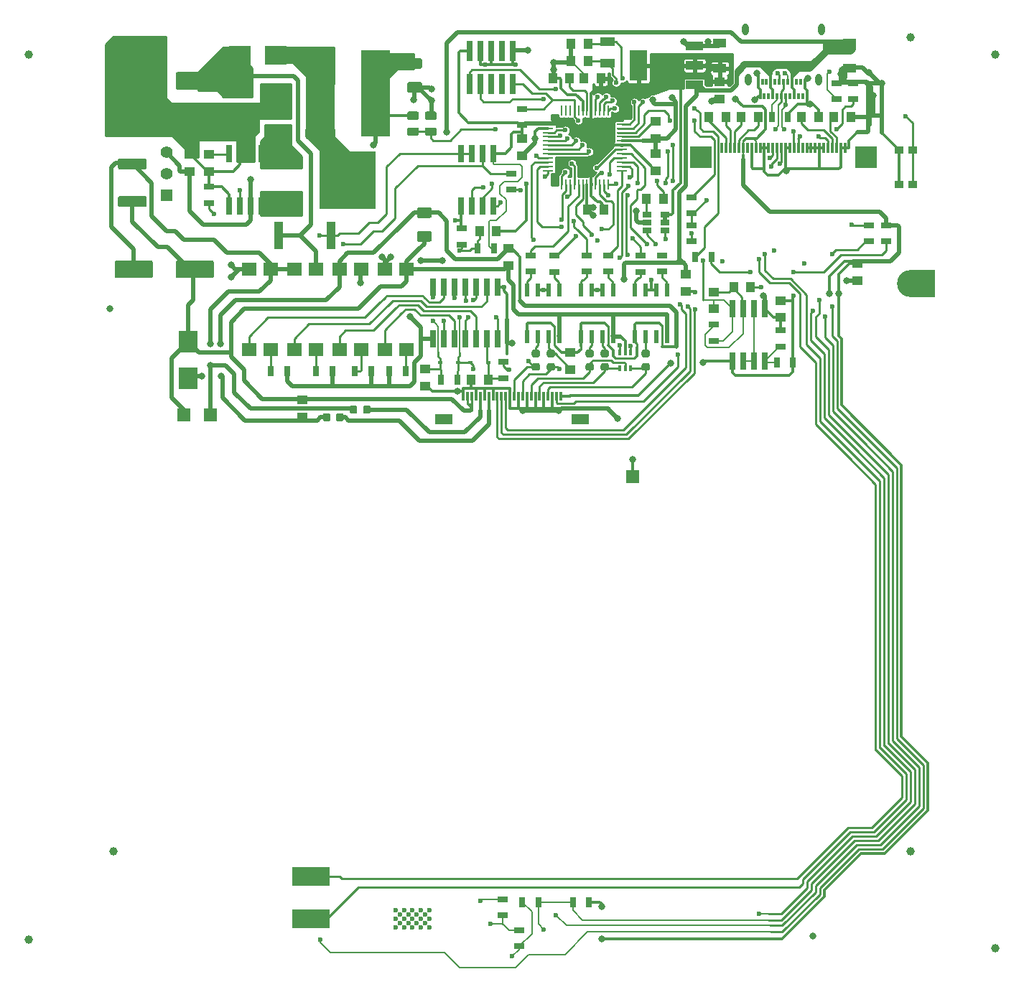
<source format=gbr>
G04 #@! TF.GenerationSoftware,KiCad,Pcbnew,5.1.5+dfsg1-2build2*
G04 #@! TF.CreationDate,2021-05-28T09:23:46+02:00*
G04 #@! TF.ProjectId,OpenDropV4,4f70656e-4472-46f7-9056-342e6b696361,rev?*
G04 #@! TF.SameCoordinates,Original*
G04 #@! TF.FileFunction,Copper,L2,Bot*
G04 #@! TF.FilePolarity,Positive*
%FSLAX46Y46*%
G04 Gerber Fmt 4.6, Leading zero omitted, Abs format (unit mm)*
G04 Created by KiCad (PCBNEW 5.1.5+dfsg1-2build2) date 2021-05-28 09:23:46*
%MOMM*%
%LPD*%
G04 APERTURE LIST*
%ADD10O,0.800000X1.400000*%
%ADD11R,0.300000X0.700000*%
%ADD12R,4.500000X2.200000*%
%ADD13C,0.600000*%
%ADD14R,2.000000X1.300000*%
%ADD15R,0.300000X1.000000*%
%ADD16C,1.000000*%
%ADD17R,1.000000X1.250000*%
%ADD18R,1.800000X1.000000*%
%ADD19R,1.250000X1.000000*%
%ADD20R,1.700000X1.600000*%
%ADD21R,1.300000X0.700000*%
%ADD22R,0.610000X1.520000*%
%ADD23R,0.700000X1.300000*%
%ADD24R,2.780000X1.550000*%
%ADD25R,6.730000X6.740000*%
%ADD26R,1.397000X1.397000*%
%ADD27C,1.397000*%
%ADD28R,0.660400X2.032000*%
%ADD29R,1.000000X3.200000*%
%ADD30R,2.500000X1.000000*%
%ADD31R,2.500000X2.300000*%
%ADD32R,3.500000X10.200000*%
%ADD33R,1.060000X0.650000*%
%ADD34R,0.600000X0.450000*%
%ADD35R,1.300000X0.250000*%
%ADD36R,0.250000X1.300000*%
%ADD37R,2.032000X3.657600*%
%ADD38R,2.032000X1.016000*%
%ADD39R,1.000000X0.900000*%
%ADD40R,1.600000X1.000000*%
%ADD41C,3.200000*%
%ADD42R,3.000000X3.200000*%
%ADD43R,0.300000X1.250000*%
%ADD44R,2.500000X2.500000*%
%ADD45R,0.740000X2.400000*%
%ADD46R,1.501140X1.501140*%
%ADD47C,0.100000*%
%ADD48R,0.400000X0.650000*%
%ADD49R,2.300000X2.500000*%
%ADD50C,0.800000*%
%ADD51C,0.500000*%
%ADD52C,0.300000*%
%ADD53C,0.250000*%
%ADD54C,0.200000*%
%ADD55C,0.254000*%
G04 APERTURE END LIST*
D10*
X127870000Y-39010000D03*
D11*
X129250000Y-40920000D03*
X129750000Y-40920000D03*
X130250000Y-40920000D03*
X130750000Y-40920000D03*
X131250000Y-40920000D03*
X131750000Y-40920000D03*
X132250000Y-40920000D03*
X134750000Y-40920000D03*
X133750000Y-40920000D03*
X133250000Y-40920000D03*
X132750000Y-40920000D03*
X134250000Y-40920000D03*
X134500000Y-39220000D03*
D10*
X136130000Y-39010000D03*
X136490000Y-33060000D03*
X127510000Y-33060000D03*
D11*
X134000000Y-39220000D03*
X133500000Y-39220000D03*
X133000000Y-39220000D03*
X132500000Y-39220000D03*
X132000000Y-39220000D03*
X131500000Y-39220000D03*
X131000000Y-39220000D03*
X130500000Y-39220000D03*
X130000000Y-39220000D03*
X129500000Y-39220000D03*
X129000000Y-39220000D03*
D12*
X76265000Y-137939000D03*
X76265000Y-132939000D03*
D13*
X86265000Y-136939000D03*
X86765000Y-137439000D03*
X87265000Y-136939000D03*
X87765000Y-137439000D03*
X88265000Y-136939000D03*
X88765000Y-137439000D03*
X89265000Y-136939000D03*
X89765000Y-137439000D03*
X90265000Y-136939000D03*
X86265000Y-137939000D03*
X86765000Y-138439000D03*
X87265000Y-137939000D03*
X87765000Y-138439000D03*
X88265000Y-137939000D03*
X88765000Y-138439000D03*
X89265000Y-137939000D03*
X89765000Y-138439000D03*
X90265000Y-137939000D03*
X86265000Y-138939000D03*
X87265000Y-138939000D03*
X88265000Y-138939000D03*
X89265000Y-138939000D03*
X90265000Y-138939000D03*
D14*
X108050000Y-79000000D03*
X91950000Y-79000000D03*
D15*
X105750000Y-76300000D03*
X105250000Y-76300000D03*
X104750000Y-76300000D03*
X104250000Y-76300000D03*
X103750000Y-76300000D03*
X103250000Y-76300000D03*
X102750000Y-76300000D03*
X102250000Y-76300000D03*
X101750000Y-76300000D03*
X101250000Y-76300000D03*
X100750000Y-76300000D03*
X100250000Y-76300000D03*
X99750000Y-76300000D03*
X99250000Y-76300000D03*
X98750000Y-76300000D03*
X98250000Y-76300000D03*
X97750000Y-76300000D03*
X97250000Y-76300000D03*
X96750000Y-76300000D03*
X96250000Y-76300000D03*
X95750000Y-76300000D03*
X95250000Y-76300000D03*
X94750000Y-76300000D03*
X94250000Y-76300000D03*
D16*
X157000000Y-36000000D03*
X157000000Y-141400000D03*
X43000000Y-140400000D03*
X43000000Y-36000000D03*
D17*
X108950000Y-34757000D03*
X106950000Y-34757000D03*
D18*
X111252000Y-34523000D03*
X111252000Y-37023000D03*
D19*
X101219000Y-45949000D03*
X101219000Y-47949000D03*
D20*
X85011000Y-70817000D03*
X87551000Y-70817000D03*
X87551000Y-61317000D03*
X85011000Y-61317000D03*
D21*
X102156000Y-61619500D03*
X102156000Y-59719500D03*
D22*
X118285000Y-69244000D03*
X117015000Y-69244000D03*
X115745000Y-69244000D03*
X114475000Y-69244000D03*
X114475000Y-63779000D03*
X115745000Y-63779000D03*
X117015000Y-63779000D03*
X118285000Y-63779000D03*
X111935000Y-63779000D03*
X110665000Y-63779000D03*
X109395000Y-63779000D03*
X108125000Y-63779000D03*
X108125000Y-69244000D03*
X109395000Y-69244000D03*
X110665000Y-69244000D03*
X111935000Y-69244000D03*
D21*
X64262000Y-53528000D03*
X64262000Y-51628000D03*
X101219000Y-42443000D03*
X101219000Y-44343000D03*
D23*
X107177800Y-135966200D03*
X109077800Y-135966200D03*
X101183400Y-135966200D03*
X103083400Y-135966200D03*
D21*
X100812600Y-139283400D03*
X100812600Y-141183400D03*
X98882200Y-135625800D03*
X98882200Y-137525800D03*
D23*
X133126000Y-72363040D03*
X131226000Y-72363040D03*
D21*
X131650000Y-70460000D03*
X131650000Y-68560000D03*
X123794000Y-69757040D03*
X123794000Y-67857040D03*
X98984000Y-72253000D03*
X98984000Y-74153000D03*
D23*
X71567000Y-73365000D03*
X73467000Y-73365000D03*
X76901000Y-73365000D03*
X78801000Y-73365000D03*
X87437000Y-73365000D03*
X85537000Y-73365000D03*
X81473000Y-73365000D03*
X83373000Y-73365000D03*
D21*
X117650000Y-61619500D03*
X117650000Y-59719500D03*
X140208000Y-41295000D03*
X140208000Y-39395000D03*
X144145000Y-56159000D03*
X144145000Y-58059000D03*
D23*
X121605000Y-59903000D03*
X123505000Y-59903000D03*
D21*
X142113000Y-56159000D03*
X142113000Y-58059000D03*
X115175000Y-61625000D03*
X115175000Y-59725000D03*
X108760000Y-61619500D03*
X108760000Y-59719500D03*
X104975000Y-61625000D03*
X104975000Y-59725000D03*
X111300000Y-61619500D03*
X111300000Y-59719500D03*
X99949000Y-51963000D03*
X99949000Y-50063000D03*
D23*
X93518000Y-74346000D03*
X91618000Y-74346000D03*
X95951000Y-58887000D03*
X97851000Y-58887000D03*
D24*
X73932000Y-48620000D03*
D25*
X80567000Y-50800000D03*
D24*
X73932000Y-52980000D03*
D20*
X74343000Y-70817000D03*
X76883000Y-70817000D03*
X76883000Y-61317000D03*
X74343000Y-61317000D03*
X69009000Y-70817000D03*
X71549000Y-70817000D03*
X71549000Y-61317000D03*
X69009000Y-61317000D03*
X79677000Y-70817000D03*
X82217000Y-70817000D03*
X82217000Y-61317000D03*
X79677000Y-61317000D03*
D22*
X105585000Y-69244000D03*
X104315000Y-69244000D03*
X103045000Y-69244000D03*
X101775000Y-69244000D03*
X101775000Y-63779000D03*
X103045000Y-63779000D03*
X104315000Y-63779000D03*
X105585000Y-63779000D03*
D19*
X123794000Y-65997040D03*
X123794000Y-63997040D03*
D26*
X59230000Y-52605000D03*
D27*
X59230000Y-50065000D03*
X59230000Y-47525000D03*
D28*
X129763000Y-72134440D03*
X128493000Y-72134440D03*
X127223000Y-72134440D03*
X125953000Y-72134440D03*
X125953000Y-65987640D03*
X127223000Y-65987640D03*
X128493000Y-65987640D03*
X129763000Y-65987640D03*
D29*
X72465000Y-57363000D03*
X78665000Y-57363000D03*
D30*
X72565000Y-44895000D03*
X72565000Y-39995000D03*
D19*
X61976000Y-49768000D03*
X61976000Y-47768000D03*
X64262000Y-47768000D03*
X64262000Y-49768000D03*
X75235000Y-78775000D03*
X75235000Y-76775000D03*
D31*
X67875000Y-36095000D03*
X72175000Y-36095000D03*
D16*
X147000000Y-34000000D03*
X147000000Y-130000000D03*
X53000000Y-130000000D03*
D19*
X131668000Y-65013040D03*
X131668000Y-67013040D03*
D17*
X126127000Y-63459000D03*
X128127000Y-63459000D03*
X106791000Y-38821000D03*
X104791000Y-38821000D03*
D19*
X140716000Y-62681000D03*
X140716000Y-60681000D03*
D17*
X108950000Y-36789000D03*
X106950000Y-36789000D03*
D19*
X116967000Y-45917000D03*
X116967000Y-43917000D03*
D32*
X83945000Y-40599000D03*
X77345000Y-40599000D03*
D17*
X125206000Y-43393000D03*
X123206000Y-43393000D03*
X137938000Y-43393000D03*
X139938000Y-43393000D03*
X127016000Y-43393000D03*
X129016000Y-43393000D03*
X136128000Y-43393000D03*
X134128000Y-43393000D03*
X117840000Y-53045000D03*
X115840000Y-53045000D03*
D19*
X120523000Y-63951000D03*
X120523000Y-61951000D03*
D28*
X66675000Y-47726600D03*
X67945000Y-47726600D03*
X69215000Y-47726600D03*
X70485000Y-47726600D03*
X70485000Y-53873400D03*
X69215000Y-53873400D03*
X67945000Y-53873400D03*
X66675000Y-53873400D03*
X93980000Y-47685600D03*
X95250000Y-47685600D03*
X96520000Y-47685600D03*
X97790000Y-47685600D03*
X97790000Y-53832400D03*
X96520000Y-53832400D03*
X95250000Y-53832400D03*
X93980000Y-53832400D03*
D33*
X115867000Y-56789000D03*
X115867000Y-55839000D03*
X115867000Y-54889000D03*
X118067000Y-54889000D03*
X118067000Y-56789000D03*
X118067000Y-55839000D03*
D19*
X89789000Y-73127000D03*
X89789000Y-75127000D03*
D17*
X95190000Y-74346000D03*
X97190000Y-74346000D03*
X96155000Y-56855000D03*
X98155000Y-56855000D03*
D34*
X91533000Y-72314000D03*
X93633000Y-72314000D03*
X97189000Y-72314000D03*
X95089000Y-72314000D03*
D28*
X90690000Y-63426600D03*
X91960000Y-63426600D03*
X93230000Y-63426600D03*
X94500000Y-63426600D03*
X95770000Y-63426600D03*
X97040000Y-63426600D03*
X98310000Y-63426600D03*
X98310000Y-69573400D03*
X97040000Y-69573400D03*
X94500000Y-69573400D03*
X93230000Y-69573400D03*
X91960000Y-69573400D03*
X90690000Y-69573400D03*
X95770000Y-69573400D03*
D17*
X108474000Y-38821000D03*
X110474000Y-38821000D03*
D35*
X112935000Y-44199000D03*
X112935000Y-44699000D03*
X112935000Y-45199000D03*
X112935000Y-45699000D03*
X112935000Y-46199000D03*
X112935000Y-46699000D03*
X112935000Y-47199000D03*
X112935000Y-47699000D03*
X112935000Y-48199000D03*
X112935000Y-48699000D03*
X112935000Y-49199000D03*
X112935000Y-49699000D03*
D36*
X111335000Y-51299000D03*
X110835000Y-51299000D03*
X110335000Y-51299000D03*
X109835000Y-51299000D03*
X109335000Y-51299000D03*
X108835000Y-51299000D03*
X108335000Y-51299000D03*
X107835000Y-51299000D03*
X107335000Y-51299000D03*
X106835000Y-51299000D03*
X106335000Y-51299000D03*
X105835000Y-51299000D03*
D35*
X104235000Y-49699000D03*
X104235000Y-49199000D03*
X104235000Y-48699000D03*
X104235000Y-48199000D03*
X104235000Y-47699000D03*
X104235000Y-47199000D03*
X104235000Y-46699000D03*
X104235000Y-46199000D03*
X104235000Y-45699000D03*
X104235000Y-45199000D03*
X104235000Y-44699000D03*
X104235000Y-44199000D03*
D36*
X105835000Y-42599000D03*
X106335000Y-42599000D03*
X106835000Y-42599000D03*
X107335000Y-42599000D03*
X107835000Y-42599000D03*
X108335000Y-42599000D03*
X108835000Y-42599000D03*
X109335000Y-42599000D03*
X109835000Y-42599000D03*
X110335000Y-42599000D03*
X110835000Y-42599000D03*
X111335000Y-42599000D03*
D17*
X110855000Y-54315000D03*
X108855000Y-54315000D03*
D19*
X116967000Y-47727000D03*
X116967000Y-49727000D03*
D37*
X114898000Y-37297000D03*
D38*
X121502000Y-37297000D03*
X121502000Y-39583000D03*
X121502000Y-35011000D03*
D39*
X147231000Y-51348500D03*
X145631000Y-51348500D03*
X147231000Y-47248500D03*
X145631000Y-47248500D03*
D40*
X139827000Y-34645000D03*
X139827000Y-37645000D03*
X124495000Y-37645000D03*
X124495000Y-34645000D03*
D19*
X124500000Y-41218000D03*
X124500000Y-39218000D03*
D41*
X146963000Y-63000000D03*
D42*
X148463000Y-63000000D03*
D43*
X139250000Y-47025000D03*
X137250000Y-47025000D03*
X137750000Y-47025000D03*
X138750000Y-47025000D03*
X138250000Y-47025000D03*
X136250000Y-47025000D03*
X136750000Y-47025000D03*
X135750000Y-47025000D03*
X135250000Y-47025000D03*
X132250000Y-47025000D03*
X132750000Y-47025000D03*
X133750000Y-47025000D03*
X133250000Y-47025000D03*
X134750000Y-47025000D03*
X134250000Y-47025000D03*
X126750000Y-47025000D03*
X127250000Y-47025000D03*
X125750000Y-47025000D03*
X126250000Y-47025000D03*
X125250000Y-47025000D03*
X124750000Y-47025000D03*
X127750000Y-47025000D03*
X128250000Y-47025000D03*
X129250000Y-47025000D03*
X128750000Y-47025000D03*
X130750000Y-47025000D03*
X131250000Y-47025000D03*
X130250000Y-47025000D03*
X129750000Y-47025000D03*
D44*
X122250000Y-48125000D03*
X141750000Y-48125000D03*
D43*
X131750000Y-47025000D03*
D21*
X121158000Y-54757000D03*
X121158000Y-52857000D03*
X121158000Y-56159000D03*
X121158000Y-58059000D03*
D19*
X99568000Y-58903000D03*
X99568000Y-60903000D03*
D45*
X100040000Y-39475600D03*
X100040000Y-35575600D03*
X98770000Y-39475600D03*
X98770000Y-35575600D03*
X97500000Y-39475600D03*
X97500000Y-35575600D03*
X96230000Y-39475600D03*
X96230000Y-35575600D03*
X94960000Y-39475600D03*
X94960000Y-35575600D03*
D21*
X94107000Y-56540000D03*
X94107000Y-58440000D03*
D19*
X106858000Y-71187000D03*
X106858000Y-73187000D03*
D21*
X138303000Y-41295000D03*
X138303000Y-39395000D03*
D23*
X130622000Y-43393000D03*
X132522000Y-43393000D03*
D46*
X64445000Y-78537000D03*
X61265000Y-78537000D03*
X114224000Y-85776000D03*
G04 #@! TA.AperFunction,SMDPad,CuDef*
D47*
G36*
X89156004Y-36444704D02*
G01*
X89180273Y-36448304D01*
X89204071Y-36454265D01*
X89227171Y-36462530D01*
X89249349Y-36473020D01*
X89270393Y-36485633D01*
X89290098Y-36500247D01*
X89308277Y-36516723D01*
X89324753Y-36534902D01*
X89339367Y-36554607D01*
X89351980Y-36575651D01*
X89362470Y-36597829D01*
X89370735Y-36620929D01*
X89376696Y-36644727D01*
X89380296Y-36668996D01*
X89381500Y-36693500D01*
X89381500Y-37443500D01*
X89380296Y-37468004D01*
X89376696Y-37492273D01*
X89370735Y-37516071D01*
X89362470Y-37539171D01*
X89351980Y-37561349D01*
X89339367Y-37582393D01*
X89324753Y-37602098D01*
X89308277Y-37620277D01*
X89290098Y-37636753D01*
X89270393Y-37651367D01*
X89249349Y-37663980D01*
X89227171Y-37674470D01*
X89204071Y-37682735D01*
X89180273Y-37688696D01*
X89156004Y-37692296D01*
X89131500Y-37693500D01*
X87881500Y-37693500D01*
X87856996Y-37692296D01*
X87832727Y-37688696D01*
X87808929Y-37682735D01*
X87785829Y-37674470D01*
X87763651Y-37663980D01*
X87742607Y-37651367D01*
X87722902Y-37636753D01*
X87704723Y-37620277D01*
X87688247Y-37602098D01*
X87673633Y-37582393D01*
X87661020Y-37561349D01*
X87650530Y-37539171D01*
X87642265Y-37516071D01*
X87636304Y-37492273D01*
X87632704Y-37468004D01*
X87631500Y-37443500D01*
X87631500Y-36693500D01*
X87632704Y-36668996D01*
X87636304Y-36644727D01*
X87642265Y-36620929D01*
X87650530Y-36597829D01*
X87661020Y-36575651D01*
X87673633Y-36554607D01*
X87688247Y-36534902D01*
X87704723Y-36516723D01*
X87722902Y-36500247D01*
X87742607Y-36485633D01*
X87763651Y-36473020D01*
X87785829Y-36462530D01*
X87808929Y-36454265D01*
X87832727Y-36448304D01*
X87856996Y-36444704D01*
X87881500Y-36443500D01*
X89131500Y-36443500D01*
X89156004Y-36444704D01*
G37*
G04 #@! TD.AperFunction*
G04 #@! TA.AperFunction,SMDPad,CuDef*
G36*
X89156004Y-39244704D02*
G01*
X89180273Y-39248304D01*
X89204071Y-39254265D01*
X89227171Y-39262530D01*
X89249349Y-39273020D01*
X89270393Y-39285633D01*
X89290098Y-39300247D01*
X89308277Y-39316723D01*
X89324753Y-39334902D01*
X89339367Y-39354607D01*
X89351980Y-39375651D01*
X89362470Y-39397829D01*
X89370735Y-39420929D01*
X89376696Y-39444727D01*
X89380296Y-39468996D01*
X89381500Y-39493500D01*
X89381500Y-40243500D01*
X89380296Y-40268004D01*
X89376696Y-40292273D01*
X89370735Y-40316071D01*
X89362470Y-40339171D01*
X89351980Y-40361349D01*
X89339367Y-40382393D01*
X89324753Y-40402098D01*
X89308277Y-40420277D01*
X89290098Y-40436753D01*
X89270393Y-40451367D01*
X89249349Y-40463980D01*
X89227171Y-40474470D01*
X89204071Y-40482735D01*
X89180273Y-40488696D01*
X89156004Y-40492296D01*
X89131500Y-40493500D01*
X87881500Y-40493500D01*
X87856996Y-40492296D01*
X87832727Y-40488696D01*
X87808929Y-40482735D01*
X87785829Y-40474470D01*
X87763651Y-40463980D01*
X87742607Y-40451367D01*
X87722902Y-40436753D01*
X87704723Y-40420277D01*
X87688247Y-40402098D01*
X87673633Y-40382393D01*
X87661020Y-40361349D01*
X87650530Y-40339171D01*
X87642265Y-40316071D01*
X87636304Y-40292273D01*
X87632704Y-40268004D01*
X87631500Y-40243500D01*
X87631500Y-39493500D01*
X87632704Y-39468996D01*
X87636304Y-39444727D01*
X87642265Y-39420929D01*
X87650530Y-39397829D01*
X87661020Y-39375651D01*
X87673633Y-39354607D01*
X87688247Y-39334902D01*
X87704723Y-39316723D01*
X87722902Y-39300247D01*
X87742607Y-39285633D01*
X87763651Y-39273020D01*
X87785829Y-39262530D01*
X87808929Y-39254265D01*
X87832727Y-39248304D01*
X87856996Y-39244704D01*
X87881500Y-39243500D01*
X89131500Y-39243500D01*
X89156004Y-39244704D01*
G37*
G04 #@! TD.AperFunction*
G04 #@! TA.AperFunction,SMDPad,CuDef*
G36*
X64603504Y-38067204D02*
G01*
X64627773Y-38070804D01*
X64651571Y-38076765D01*
X64674671Y-38085030D01*
X64696849Y-38095520D01*
X64717893Y-38108133D01*
X64737598Y-38122747D01*
X64755777Y-38139223D01*
X64772253Y-38157402D01*
X64786867Y-38177107D01*
X64799480Y-38198151D01*
X64809970Y-38220329D01*
X64818235Y-38243429D01*
X64824196Y-38267227D01*
X64827796Y-38291496D01*
X64829000Y-38316000D01*
X64829000Y-39916000D01*
X64827796Y-39940504D01*
X64824196Y-39964773D01*
X64818235Y-39988571D01*
X64809970Y-40011671D01*
X64799480Y-40033849D01*
X64786867Y-40054893D01*
X64772253Y-40074598D01*
X64755777Y-40092777D01*
X64737598Y-40109253D01*
X64717893Y-40123867D01*
X64696849Y-40136480D01*
X64674671Y-40146970D01*
X64651571Y-40155235D01*
X64627773Y-40161196D01*
X64603504Y-40164796D01*
X64579000Y-40166000D01*
X60579000Y-40166000D01*
X60554496Y-40164796D01*
X60530227Y-40161196D01*
X60506429Y-40155235D01*
X60483329Y-40146970D01*
X60461151Y-40136480D01*
X60440107Y-40123867D01*
X60420402Y-40109253D01*
X60402223Y-40092777D01*
X60385747Y-40074598D01*
X60371133Y-40054893D01*
X60358520Y-40033849D01*
X60348030Y-40011671D01*
X60339765Y-39988571D01*
X60333804Y-39964773D01*
X60330204Y-39940504D01*
X60329000Y-39916000D01*
X60329000Y-38316000D01*
X60330204Y-38291496D01*
X60333804Y-38267227D01*
X60339765Y-38243429D01*
X60348030Y-38220329D01*
X60358520Y-38198151D01*
X60371133Y-38177107D01*
X60385747Y-38157402D01*
X60402223Y-38139223D01*
X60420402Y-38122747D01*
X60440107Y-38108133D01*
X60461151Y-38095520D01*
X60483329Y-38085030D01*
X60506429Y-38076765D01*
X60530227Y-38070804D01*
X60554496Y-38067204D01*
X60579000Y-38066000D01*
X64579000Y-38066000D01*
X64603504Y-38067204D01*
G37*
G04 #@! TD.AperFunction*
G04 #@! TA.AperFunction,SMDPad,CuDef*
G36*
X57403504Y-38067204D02*
G01*
X57427773Y-38070804D01*
X57451571Y-38076765D01*
X57474671Y-38085030D01*
X57496849Y-38095520D01*
X57517893Y-38108133D01*
X57537598Y-38122747D01*
X57555777Y-38139223D01*
X57572253Y-38157402D01*
X57586867Y-38177107D01*
X57599480Y-38198151D01*
X57609970Y-38220329D01*
X57618235Y-38243429D01*
X57624196Y-38267227D01*
X57627796Y-38291496D01*
X57629000Y-38316000D01*
X57629000Y-39916000D01*
X57627796Y-39940504D01*
X57624196Y-39964773D01*
X57618235Y-39988571D01*
X57609970Y-40011671D01*
X57599480Y-40033849D01*
X57586867Y-40054893D01*
X57572253Y-40074598D01*
X57555777Y-40092777D01*
X57537598Y-40109253D01*
X57517893Y-40123867D01*
X57496849Y-40136480D01*
X57474671Y-40146970D01*
X57451571Y-40155235D01*
X57427773Y-40161196D01*
X57403504Y-40164796D01*
X57379000Y-40166000D01*
X53379000Y-40166000D01*
X53354496Y-40164796D01*
X53330227Y-40161196D01*
X53306429Y-40155235D01*
X53283329Y-40146970D01*
X53261151Y-40136480D01*
X53240107Y-40123867D01*
X53220402Y-40109253D01*
X53202223Y-40092777D01*
X53185747Y-40074598D01*
X53171133Y-40054893D01*
X53158520Y-40033849D01*
X53148030Y-40011671D01*
X53139765Y-39988571D01*
X53133804Y-39964773D01*
X53130204Y-39940504D01*
X53129000Y-39916000D01*
X53129000Y-38316000D01*
X53130204Y-38291496D01*
X53133804Y-38267227D01*
X53139765Y-38243429D01*
X53148030Y-38220329D01*
X53158520Y-38198151D01*
X53171133Y-38177107D01*
X53185747Y-38157402D01*
X53202223Y-38139223D01*
X53220402Y-38122747D01*
X53240107Y-38108133D01*
X53261151Y-38095520D01*
X53283329Y-38085030D01*
X53306429Y-38076765D01*
X53330227Y-38070804D01*
X53354496Y-38067204D01*
X53379000Y-38066000D01*
X57379000Y-38066000D01*
X57403504Y-38067204D01*
G37*
G04 #@! TD.AperFunction*
G04 #@! TA.AperFunction,SMDPad,CuDef*
G36*
X64603504Y-60279704D02*
G01*
X64627773Y-60283304D01*
X64651571Y-60289265D01*
X64674671Y-60297530D01*
X64696849Y-60308020D01*
X64717893Y-60320633D01*
X64737598Y-60335247D01*
X64755777Y-60351723D01*
X64772253Y-60369902D01*
X64786867Y-60389607D01*
X64799480Y-60410651D01*
X64809970Y-60432829D01*
X64818235Y-60455929D01*
X64824196Y-60479727D01*
X64827796Y-60503996D01*
X64829000Y-60528500D01*
X64829000Y-62128500D01*
X64827796Y-62153004D01*
X64824196Y-62177273D01*
X64818235Y-62201071D01*
X64809970Y-62224171D01*
X64799480Y-62246349D01*
X64786867Y-62267393D01*
X64772253Y-62287098D01*
X64755777Y-62305277D01*
X64737598Y-62321753D01*
X64717893Y-62336367D01*
X64696849Y-62348980D01*
X64674671Y-62359470D01*
X64651571Y-62367735D01*
X64627773Y-62373696D01*
X64603504Y-62377296D01*
X64579000Y-62378500D01*
X60579000Y-62378500D01*
X60554496Y-62377296D01*
X60530227Y-62373696D01*
X60506429Y-62367735D01*
X60483329Y-62359470D01*
X60461151Y-62348980D01*
X60440107Y-62336367D01*
X60420402Y-62321753D01*
X60402223Y-62305277D01*
X60385747Y-62287098D01*
X60371133Y-62267393D01*
X60358520Y-62246349D01*
X60348030Y-62224171D01*
X60339765Y-62201071D01*
X60333804Y-62177273D01*
X60330204Y-62153004D01*
X60329000Y-62128500D01*
X60329000Y-60528500D01*
X60330204Y-60503996D01*
X60333804Y-60479727D01*
X60339765Y-60455929D01*
X60348030Y-60432829D01*
X60358520Y-60410651D01*
X60371133Y-60389607D01*
X60385747Y-60369902D01*
X60402223Y-60351723D01*
X60420402Y-60335247D01*
X60440107Y-60320633D01*
X60461151Y-60308020D01*
X60483329Y-60297530D01*
X60506429Y-60289265D01*
X60530227Y-60283304D01*
X60554496Y-60279704D01*
X60579000Y-60278500D01*
X64579000Y-60278500D01*
X64603504Y-60279704D01*
G37*
G04 #@! TD.AperFunction*
G04 #@! TA.AperFunction,SMDPad,CuDef*
G36*
X57403504Y-60279704D02*
G01*
X57427773Y-60283304D01*
X57451571Y-60289265D01*
X57474671Y-60297530D01*
X57496849Y-60308020D01*
X57517893Y-60320633D01*
X57537598Y-60335247D01*
X57555777Y-60351723D01*
X57572253Y-60369902D01*
X57586867Y-60389607D01*
X57599480Y-60410651D01*
X57609970Y-60432829D01*
X57618235Y-60455929D01*
X57624196Y-60479727D01*
X57627796Y-60503996D01*
X57629000Y-60528500D01*
X57629000Y-62128500D01*
X57627796Y-62153004D01*
X57624196Y-62177273D01*
X57618235Y-62201071D01*
X57609970Y-62224171D01*
X57599480Y-62246349D01*
X57586867Y-62267393D01*
X57572253Y-62287098D01*
X57555777Y-62305277D01*
X57537598Y-62321753D01*
X57517893Y-62336367D01*
X57496849Y-62348980D01*
X57474671Y-62359470D01*
X57451571Y-62367735D01*
X57427773Y-62373696D01*
X57403504Y-62377296D01*
X57379000Y-62378500D01*
X53379000Y-62378500D01*
X53354496Y-62377296D01*
X53330227Y-62373696D01*
X53306429Y-62367735D01*
X53283329Y-62359470D01*
X53261151Y-62348980D01*
X53240107Y-62336367D01*
X53220402Y-62321753D01*
X53202223Y-62305277D01*
X53185747Y-62287098D01*
X53171133Y-62267393D01*
X53158520Y-62246349D01*
X53148030Y-62224171D01*
X53139765Y-62201071D01*
X53133804Y-62177273D01*
X53130204Y-62153004D01*
X53129000Y-62128500D01*
X53129000Y-60528500D01*
X53130204Y-60503996D01*
X53133804Y-60479727D01*
X53139765Y-60455929D01*
X53148030Y-60432829D01*
X53158520Y-60410651D01*
X53171133Y-60389607D01*
X53185747Y-60369902D01*
X53202223Y-60351723D01*
X53220402Y-60335247D01*
X53240107Y-60320633D01*
X53261151Y-60308020D01*
X53283329Y-60297530D01*
X53306429Y-60289265D01*
X53330227Y-60283304D01*
X53354496Y-60279704D01*
X53379000Y-60278500D01*
X57379000Y-60278500D01*
X57403504Y-60279704D01*
G37*
G04 #@! TD.AperFunction*
G04 #@! TA.AperFunction,SMDPad,CuDef*
G36*
X69216504Y-44045204D02*
G01*
X69240773Y-44048804D01*
X69264571Y-44054765D01*
X69287671Y-44063030D01*
X69309849Y-44073520D01*
X69330893Y-44086133D01*
X69350598Y-44100747D01*
X69368777Y-44117223D01*
X69385253Y-44135402D01*
X69399867Y-44155107D01*
X69412480Y-44176151D01*
X69422970Y-44198329D01*
X69431235Y-44221429D01*
X69437196Y-44245227D01*
X69440796Y-44269496D01*
X69442000Y-44294000D01*
X69442000Y-45094000D01*
X69440796Y-45118504D01*
X69437196Y-45142773D01*
X69431235Y-45166571D01*
X69422970Y-45189671D01*
X69412480Y-45211849D01*
X69399867Y-45232893D01*
X69385253Y-45252598D01*
X69368777Y-45270777D01*
X69350598Y-45287253D01*
X69330893Y-45301867D01*
X69309849Y-45314480D01*
X69287671Y-45324970D01*
X69264571Y-45333235D01*
X69240773Y-45339196D01*
X69216504Y-45342796D01*
X69192000Y-45344000D01*
X66292000Y-45344000D01*
X66267496Y-45342796D01*
X66243227Y-45339196D01*
X66219429Y-45333235D01*
X66196329Y-45324970D01*
X66174151Y-45314480D01*
X66153107Y-45301867D01*
X66133402Y-45287253D01*
X66115223Y-45270777D01*
X66098747Y-45252598D01*
X66084133Y-45232893D01*
X66071520Y-45211849D01*
X66061030Y-45189671D01*
X66052765Y-45166571D01*
X66046804Y-45142773D01*
X66043204Y-45118504D01*
X66042000Y-45094000D01*
X66042000Y-44294000D01*
X66043204Y-44269496D01*
X66046804Y-44245227D01*
X66052765Y-44221429D01*
X66061030Y-44198329D01*
X66071520Y-44176151D01*
X66084133Y-44155107D01*
X66098747Y-44135402D01*
X66115223Y-44117223D01*
X66133402Y-44100747D01*
X66153107Y-44086133D01*
X66174151Y-44073520D01*
X66196329Y-44063030D01*
X66219429Y-44054765D01*
X66243227Y-44048804D01*
X66267496Y-44045204D01*
X66292000Y-44044000D01*
X69192000Y-44044000D01*
X69216504Y-44045204D01*
G37*
G04 #@! TD.AperFunction*
G04 #@! TA.AperFunction,SMDPad,CuDef*
G36*
X69216504Y-39595204D02*
G01*
X69240773Y-39598804D01*
X69264571Y-39604765D01*
X69287671Y-39613030D01*
X69309849Y-39623520D01*
X69330893Y-39636133D01*
X69350598Y-39650747D01*
X69368777Y-39667223D01*
X69385253Y-39685402D01*
X69399867Y-39705107D01*
X69412480Y-39726151D01*
X69422970Y-39748329D01*
X69431235Y-39771429D01*
X69437196Y-39795227D01*
X69440796Y-39819496D01*
X69442000Y-39844000D01*
X69442000Y-40644000D01*
X69440796Y-40668504D01*
X69437196Y-40692773D01*
X69431235Y-40716571D01*
X69422970Y-40739671D01*
X69412480Y-40761849D01*
X69399867Y-40782893D01*
X69385253Y-40802598D01*
X69368777Y-40820777D01*
X69350598Y-40837253D01*
X69330893Y-40851867D01*
X69309849Y-40864480D01*
X69287671Y-40874970D01*
X69264571Y-40883235D01*
X69240773Y-40889196D01*
X69216504Y-40892796D01*
X69192000Y-40894000D01*
X66292000Y-40894000D01*
X66267496Y-40892796D01*
X66243227Y-40889196D01*
X66219429Y-40883235D01*
X66196329Y-40874970D01*
X66174151Y-40864480D01*
X66153107Y-40851867D01*
X66133402Y-40837253D01*
X66115223Y-40820777D01*
X66098747Y-40802598D01*
X66084133Y-40782893D01*
X66071520Y-40761849D01*
X66061030Y-40739671D01*
X66052765Y-40716571D01*
X66046804Y-40692773D01*
X66043204Y-40668504D01*
X66042000Y-40644000D01*
X66042000Y-39844000D01*
X66043204Y-39819496D01*
X66046804Y-39795227D01*
X66052765Y-39771429D01*
X66061030Y-39748329D01*
X66071520Y-39726151D01*
X66084133Y-39705107D01*
X66098747Y-39685402D01*
X66115223Y-39667223D01*
X66133402Y-39650747D01*
X66153107Y-39636133D01*
X66174151Y-39623520D01*
X66196329Y-39613030D01*
X66219429Y-39604765D01*
X66243227Y-39598804D01*
X66267496Y-39595204D01*
X66292000Y-39594000D01*
X69192000Y-39594000D01*
X69216504Y-39595204D01*
G37*
G04 #@! TD.AperFunction*
G04 #@! TA.AperFunction,SMDPad,CuDef*
G36*
X56699504Y-48251204D02*
G01*
X56723773Y-48254804D01*
X56747571Y-48260765D01*
X56770671Y-48269030D01*
X56792849Y-48279520D01*
X56813893Y-48292133D01*
X56833598Y-48306747D01*
X56851777Y-48323223D01*
X56868253Y-48341402D01*
X56882867Y-48361107D01*
X56895480Y-48382151D01*
X56905970Y-48404329D01*
X56914235Y-48427429D01*
X56920196Y-48451227D01*
X56923796Y-48475496D01*
X56925000Y-48500000D01*
X56925000Y-49300000D01*
X56923796Y-49324504D01*
X56920196Y-49348773D01*
X56914235Y-49372571D01*
X56905970Y-49395671D01*
X56895480Y-49417849D01*
X56882867Y-49438893D01*
X56868253Y-49458598D01*
X56851777Y-49476777D01*
X56833598Y-49493253D01*
X56813893Y-49507867D01*
X56792849Y-49520480D01*
X56770671Y-49530970D01*
X56747571Y-49539235D01*
X56723773Y-49545196D01*
X56699504Y-49548796D01*
X56675000Y-49550000D01*
X53775000Y-49550000D01*
X53750496Y-49548796D01*
X53726227Y-49545196D01*
X53702429Y-49539235D01*
X53679329Y-49530970D01*
X53657151Y-49520480D01*
X53636107Y-49507867D01*
X53616402Y-49493253D01*
X53598223Y-49476777D01*
X53581747Y-49458598D01*
X53567133Y-49438893D01*
X53554520Y-49417849D01*
X53544030Y-49395671D01*
X53535765Y-49372571D01*
X53529804Y-49348773D01*
X53526204Y-49324504D01*
X53525000Y-49300000D01*
X53525000Y-48500000D01*
X53526204Y-48475496D01*
X53529804Y-48451227D01*
X53535765Y-48427429D01*
X53544030Y-48404329D01*
X53554520Y-48382151D01*
X53567133Y-48361107D01*
X53581747Y-48341402D01*
X53598223Y-48323223D01*
X53616402Y-48306747D01*
X53636107Y-48292133D01*
X53657151Y-48279520D01*
X53679329Y-48269030D01*
X53702429Y-48260765D01*
X53726227Y-48254804D01*
X53750496Y-48251204D01*
X53775000Y-48250000D01*
X56675000Y-48250000D01*
X56699504Y-48251204D01*
G37*
G04 #@! TD.AperFunction*
G04 #@! TA.AperFunction,SMDPad,CuDef*
G36*
X56699504Y-52701204D02*
G01*
X56723773Y-52704804D01*
X56747571Y-52710765D01*
X56770671Y-52719030D01*
X56792849Y-52729520D01*
X56813893Y-52742133D01*
X56833598Y-52756747D01*
X56851777Y-52773223D01*
X56868253Y-52791402D01*
X56882867Y-52811107D01*
X56895480Y-52832151D01*
X56905970Y-52854329D01*
X56914235Y-52877429D01*
X56920196Y-52901227D01*
X56923796Y-52925496D01*
X56925000Y-52950000D01*
X56925000Y-53750000D01*
X56923796Y-53774504D01*
X56920196Y-53798773D01*
X56914235Y-53822571D01*
X56905970Y-53845671D01*
X56895480Y-53867849D01*
X56882867Y-53888893D01*
X56868253Y-53908598D01*
X56851777Y-53926777D01*
X56833598Y-53943253D01*
X56813893Y-53957867D01*
X56792849Y-53970480D01*
X56770671Y-53980970D01*
X56747571Y-53989235D01*
X56723773Y-53995196D01*
X56699504Y-53998796D01*
X56675000Y-54000000D01*
X53775000Y-54000000D01*
X53750496Y-53998796D01*
X53726227Y-53995196D01*
X53702429Y-53989235D01*
X53679329Y-53980970D01*
X53657151Y-53970480D01*
X53636107Y-53957867D01*
X53616402Y-53943253D01*
X53598223Y-53926777D01*
X53581747Y-53908598D01*
X53567133Y-53888893D01*
X53554520Y-53867849D01*
X53544030Y-53845671D01*
X53535765Y-53822571D01*
X53529804Y-53798773D01*
X53526204Y-53774504D01*
X53525000Y-53750000D01*
X53525000Y-52950000D01*
X53526204Y-52925496D01*
X53529804Y-52901227D01*
X53535765Y-52877429D01*
X53544030Y-52854329D01*
X53554520Y-52832151D01*
X53567133Y-52811107D01*
X53581747Y-52791402D01*
X53598223Y-52773223D01*
X53616402Y-52756747D01*
X53636107Y-52742133D01*
X53657151Y-52729520D01*
X53679329Y-52719030D01*
X53702429Y-52710765D01*
X53726227Y-52704804D01*
X53750496Y-52701204D01*
X53775000Y-52700000D01*
X56675000Y-52700000D01*
X56699504Y-52701204D01*
G37*
G04 #@! TD.AperFunction*
G04 #@! TA.AperFunction,SMDPad,CuDef*
G36*
X90299004Y-54034204D02*
G01*
X90323273Y-54037804D01*
X90347071Y-54043765D01*
X90370171Y-54052030D01*
X90392349Y-54062520D01*
X90413393Y-54075133D01*
X90433098Y-54089747D01*
X90451277Y-54106223D01*
X90467753Y-54124402D01*
X90482367Y-54144107D01*
X90494980Y-54165151D01*
X90505470Y-54187329D01*
X90513735Y-54210429D01*
X90519696Y-54234227D01*
X90523296Y-54258496D01*
X90524500Y-54283000D01*
X90524500Y-55033000D01*
X90523296Y-55057504D01*
X90519696Y-55081773D01*
X90513735Y-55105571D01*
X90505470Y-55128671D01*
X90494980Y-55150849D01*
X90482367Y-55171893D01*
X90467753Y-55191598D01*
X90451277Y-55209777D01*
X90433098Y-55226253D01*
X90413393Y-55240867D01*
X90392349Y-55253480D01*
X90370171Y-55263970D01*
X90347071Y-55272235D01*
X90323273Y-55278196D01*
X90299004Y-55281796D01*
X90274500Y-55283000D01*
X89024500Y-55283000D01*
X88999996Y-55281796D01*
X88975727Y-55278196D01*
X88951929Y-55272235D01*
X88928829Y-55263970D01*
X88906651Y-55253480D01*
X88885607Y-55240867D01*
X88865902Y-55226253D01*
X88847723Y-55209777D01*
X88831247Y-55191598D01*
X88816633Y-55171893D01*
X88804020Y-55150849D01*
X88793530Y-55128671D01*
X88785265Y-55105571D01*
X88779304Y-55081773D01*
X88775704Y-55057504D01*
X88774500Y-55033000D01*
X88774500Y-54283000D01*
X88775704Y-54258496D01*
X88779304Y-54234227D01*
X88785265Y-54210429D01*
X88793530Y-54187329D01*
X88804020Y-54165151D01*
X88816633Y-54144107D01*
X88831247Y-54124402D01*
X88847723Y-54106223D01*
X88865902Y-54089747D01*
X88885607Y-54075133D01*
X88906651Y-54062520D01*
X88928829Y-54052030D01*
X88951929Y-54043765D01*
X88975727Y-54037804D01*
X88999996Y-54034204D01*
X89024500Y-54033000D01*
X90274500Y-54033000D01*
X90299004Y-54034204D01*
G37*
G04 #@! TD.AperFunction*
G04 #@! TA.AperFunction,SMDPad,CuDef*
G36*
X90299004Y-56834204D02*
G01*
X90323273Y-56837804D01*
X90347071Y-56843765D01*
X90370171Y-56852030D01*
X90392349Y-56862520D01*
X90413393Y-56875133D01*
X90433098Y-56889747D01*
X90451277Y-56906223D01*
X90467753Y-56924402D01*
X90482367Y-56944107D01*
X90494980Y-56965151D01*
X90505470Y-56987329D01*
X90513735Y-57010429D01*
X90519696Y-57034227D01*
X90523296Y-57058496D01*
X90524500Y-57083000D01*
X90524500Y-57833000D01*
X90523296Y-57857504D01*
X90519696Y-57881773D01*
X90513735Y-57905571D01*
X90505470Y-57928671D01*
X90494980Y-57950849D01*
X90482367Y-57971893D01*
X90467753Y-57991598D01*
X90451277Y-58009777D01*
X90433098Y-58026253D01*
X90413393Y-58040867D01*
X90392349Y-58053480D01*
X90370171Y-58063970D01*
X90347071Y-58072235D01*
X90323273Y-58078196D01*
X90299004Y-58081796D01*
X90274500Y-58083000D01*
X89024500Y-58083000D01*
X88999996Y-58081796D01*
X88975727Y-58078196D01*
X88951929Y-58072235D01*
X88928829Y-58063970D01*
X88906651Y-58053480D01*
X88885607Y-58040867D01*
X88865902Y-58026253D01*
X88847723Y-58009777D01*
X88831247Y-57991598D01*
X88816633Y-57971893D01*
X88804020Y-57950849D01*
X88793530Y-57928671D01*
X88785265Y-57905571D01*
X88779304Y-57881773D01*
X88775704Y-57857504D01*
X88774500Y-57833000D01*
X88774500Y-57083000D01*
X88775704Y-57058496D01*
X88779304Y-57034227D01*
X88785265Y-57010429D01*
X88793530Y-56987329D01*
X88804020Y-56965151D01*
X88816633Y-56944107D01*
X88831247Y-56924402D01*
X88847723Y-56906223D01*
X88865902Y-56889747D01*
X88885607Y-56875133D01*
X88906651Y-56862520D01*
X88928829Y-56852030D01*
X88951929Y-56843765D01*
X88975727Y-56837804D01*
X88999996Y-56834204D01*
X89024500Y-56833000D01*
X90274500Y-56833000D01*
X90299004Y-56834204D01*
G37*
G04 #@! TD.AperFunction*
G04 #@! TA.AperFunction,SMDPad,CuDef*
G36*
X103071691Y-72411053D02*
G01*
X103092926Y-72414203D01*
X103113750Y-72419419D01*
X103133962Y-72426651D01*
X103153368Y-72435830D01*
X103171781Y-72446866D01*
X103189024Y-72459654D01*
X103204930Y-72474070D01*
X103219346Y-72489976D01*
X103232134Y-72507219D01*
X103243170Y-72525632D01*
X103252349Y-72545038D01*
X103259581Y-72565250D01*
X103264797Y-72586074D01*
X103267947Y-72607309D01*
X103269000Y-72628750D01*
X103269000Y-73066250D01*
X103267947Y-73087691D01*
X103264797Y-73108926D01*
X103259581Y-73129750D01*
X103252349Y-73149962D01*
X103243170Y-73169368D01*
X103232134Y-73187781D01*
X103219346Y-73205024D01*
X103204930Y-73220930D01*
X103189024Y-73235346D01*
X103171781Y-73248134D01*
X103153368Y-73259170D01*
X103133962Y-73268349D01*
X103113750Y-73275581D01*
X103092926Y-73280797D01*
X103071691Y-73283947D01*
X103050250Y-73285000D01*
X102537750Y-73285000D01*
X102516309Y-73283947D01*
X102495074Y-73280797D01*
X102474250Y-73275581D01*
X102454038Y-73268349D01*
X102434632Y-73259170D01*
X102416219Y-73248134D01*
X102398976Y-73235346D01*
X102383070Y-73220930D01*
X102368654Y-73205024D01*
X102355866Y-73187781D01*
X102344830Y-73169368D01*
X102335651Y-73149962D01*
X102328419Y-73129750D01*
X102323203Y-73108926D01*
X102320053Y-73087691D01*
X102319000Y-73066250D01*
X102319000Y-72628750D01*
X102320053Y-72607309D01*
X102323203Y-72586074D01*
X102328419Y-72565250D01*
X102335651Y-72545038D01*
X102344830Y-72525632D01*
X102355866Y-72507219D01*
X102368654Y-72489976D01*
X102383070Y-72474070D01*
X102398976Y-72459654D01*
X102416219Y-72446866D01*
X102434632Y-72435830D01*
X102454038Y-72426651D01*
X102474250Y-72419419D01*
X102495074Y-72414203D01*
X102516309Y-72411053D01*
X102537750Y-72410000D01*
X103050250Y-72410000D01*
X103071691Y-72411053D01*
G37*
G04 #@! TD.AperFunction*
G04 #@! TA.AperFunction,SMDPad,CuDef*
G36*
X103071691Y-70836053D02*
G01*
X103092926Y-70839203D01*
X103113750Y-70844419D01*
X103133962Y-70851651D01*
X103153368Y-70860830D01*
X103171781Y-70871866D01*
X103189024Y-70884654D01*
X103204930Y-70899070D01*
X103219346Y-70914976D01*
X103232134Y-70932219D01*
X103243170Y-70950632D01*
X103252349Y-70970038D01*
X103259581Y-70990250D01*
X103264797Y-71011074D01*
X103267947Y-71032309D01*
X103269000Y-71053750D01*
X103269000Y-71491250D01*
X103267947Y-71512691D01*
X103264797Y-71533926D01*
X103259581Y-71554750D01*
X103252349Y-71574962D01*
X103243170Y-71594368D01*
X103232134Y-71612781D01*
X103219346Y-71630024D01*
X103204930Y-71645930D01*
X103189024Y-71660346D01*
X103171781Y-71673134D01*
X103153368Y-71684170D01*
X103133962Y-71693349D01*
X103113750Y-71700581D01*
X103092926Y-71705797D01*
X103071691Y-71708947D01*
X103050250Y-71710000D01*
X102537750Y-71710000D01*
X102516309Y-71708947D01*
X102495074Y-71705797D01*
X102474250Y-71700581D01*
X102454038Y-71693349D01*
X102434632Y-71684170D01*
X102416219Y-71673134D01*
X102398976Y-71660346D01*
X102383070Y-71645930D01*
X102368654Y-71630024D01*
X102355866Y-71612781D01*
X102344830Y-71594368D01*
X102335651Y-71574962D01*
X102328419Y-71554750D01*
X102323203Y-71533926D01*
X102320053Y-71512691D01*
X102319000Y-71491250D01*
X102319000Y-71053750D01*
X102320053Y-71032309D01*
X102323203Y-71011074D01*
X102328419Y-70990250D01*
X102335651Y-70970038D01*
X102344830Y-70950632D01*
X102355866Y-70932219D01*
X102368654Y-70914976D01*
X102383070Y-70899070D01*
X102398976Y-70884654D01*
X102416219Y-70871866D01*
X102434632Y-70860830D01*
X102454038Y-70851651D01*
X102474250Y-70844419D01*
X102495074Y-70839203D01*
X102516309Y-70836053D01*
X102537750Y-70835000D01*
X103050250Y-70835000D01*
X103071691Y-70836053D01*
G37*
G04 #@! TD.AperFunction*
G04 #@! TA.AperFunction,SMDPad,CuDef*
G36*
X109421691Y-72411053D02*
G01*
X109442926Y-72414203D01*
X109463750Y-72419419D01*
X109483962Y-72426651D01*
X109503368Y-72435830D01*
X109521781Y-72446866D01*
X109539024Y-72459654D01*
X109554930Y-72474070D01*
X109569346Y-72489976D01*
X109582134Y-72507219D01*
X109593170Y-72525632D01*
X109602349Y-72545038D01*
X109609581Y-72565250D01*
X109614797Y-72586074D01*
X109617947Y-72607309D01*
X109619000Y-72628750D01*
X109619000Y-73066250D01*
X109617947Y-73087691D01*
X109614797Y-73108926D01*
X109609581Y-73129750D01*
X109602349Y-73149962D01*
X109593170Y-73169368D01*
X109582134Y-73187781D01*
X109569346Y-73205024D01*
X109554930Y-73220930D01*
X109539024Y-73235346D01*
X109521781Y-73248134D01*
X109503368Y-73259170D01*
X109483962Y-73268349D01*
X109463750Y-73275581D01*
X109442926Y-73280797D01*
X109421691Y-73283947D01*
X109400250Y-73285000D01*
X108887750Y-73285000D01*
X108866309Y-73283947D01*
X108845074Y-73280797D01*
X108824250Y-73275581D01*
X108804038Y-73268349D01*
X108784632Y-73259170D01*
X108766219Y-73248134D01*
X108748976Y-73235346D01*
X108733070Y-73220930D01*
X108718654Y-73205024D01*
X108705866Y-73187781D01*
X108694830Y-73169368D01*
X108685651Y-73149962D01*
X108678419Y-73129750D01*
X108673203Y-73108926D01*
X108670053Y-73087691D01*
X108669000Y-73066250D01*
X108669000Y-72628750D01*
X108670053Y-72607309D01*
X108673203Y-72586074D01*
X108678419Y-72565250D01*
X108685651Y-72545038D01*
X108694830Y-72525632D01*
X108705866Y-72507219D01*
X108718654Y-72489976D01*
X108733070Y-72474070D01*
X108748976Y-72459654D01*
X108766219Y-72446866D01*
X108784632Y-72435830D01*
X108804038Y-72426651D01*
X108824250Y-72419419D01*
X108845074Y-72414203D01*
X108866309Y-72411053D01*
X108887750Y-72410000D01*
X109400250Y-72410000D01*
X109421691Y-72411053D01*
G37*
G04 #@! TD.AperFunction*
G04 #@! TA.AperFunction,SMDPad,CuDef*
G36*
X109421691Y-70836053D02*
G01*
X109442926Y-70839203D01*
X109463750Y-70844419D01*
X109483962Y-70851651D01*
X109503368Y-70860830D01*
X109521781Y-70871866D01*
X109539024Y-70884654D01*
X109554930Y-70899070D01*
X109569346Y-70914976D01*
X109582134Y-70932219D01*
X109593170Y-70950632D01*
X109602349Y-70970038D01*
X109609581Y-70990250D01*
X109614797Y-71011074D01*
X109617947Y-71032309D01*
X109619000Y-71053750D01*
X109619000Y-71491250D01*
X109617947Y-71512691D01*
X109614797Y-71533926D01*
X109609581Y-71554750D01*
X109602349Y-71574962D01*
X109593170Y-71594368D01*
X109582134Y-71612781D01*
X109569346Y-71630024D01*
X109554930Y-71645930D01*
X109539024Y-71660346D01*
X109521781Y-71673134D01*
X109503368Y-71684170D01*
X109483962Y-71693349D01*
X109463750Y-71700581D01*
X109442926Y-71705797D01*
X109421691Y-71708947D01*
X109400250Y-71710000D01*
X108887750Y-71710000D01*
X108866309Y-71708947D01*
X108845074Y-71705797D01*
X108824250Y-71700581D01*
X108804038Y-71693349D01*
X108784632Y-71684170D01*
X108766219Y-71673134D01*
X108748976Y-71660346D01*
X108733070Y-71645930D01*
X108718654Y-71630024D01*
X108705866Y-71612781D01*
X108694830Y-71594368D01*
X108685651Y-71574962D01*
X108678419Y-71554750D01*
X108673203Y-71533926D01*
X108670053Y-71512691D01*
X108669000Y-71491250D01*
X108669000Y-71053750D01*
X108670053Y-71032309D01*
X108673203Y-71011074D01*
X108678419Y-70990250D01*
X108685651Y-70970038D01*
X108694830Y-70950632D01*
X108705866Y-70932219D01*
X108718654Y-70914976D01*
X108733070Y-70899070D01*
X108748976Y-70884654D01*
X108766219Y-70871866D01*
X108784632Y-70860830D01*
X108804038Y-70851651D01*
X108824250Y-70844419D01*
X108845074Y-70839203D01*
X108866309Y-70836053D01*
X108887750Y-70835000D01*
X109400250Y-70835000D01*
X109421691Y-70836053D01*
G37*
G04 #@! TD.AperFunction*
G04 #@! TA.AperFunction,SMDPad,CuDef*
G36*
X104849691Y-72411053D02*
G01*
X104870926Y-72414203D01*
X104891750Y-72419419D01*
X104911962Y-72426651D01*
X104931368Y-72435830D01*
X104949781Y-72446866D01*
X104967024Y-72459654D01*
X104982930Y-72474070D01*
X104997346Y-72489976D01*
X105010134Y-72507219D01*
X105021170Y-72525632D01*
X105030349Y-72545038D01*
X105037581Y-72565250D01*
X105042797Y-72586074D01*
X105045947Y-72607309D01*
X105047000Y-72628750D01*
X105047000Y-73066250D01*
X105045947Y-73087691D01*
X105042797Y-73108926D01*
X105037581Y-73129750D01*
X105030349Y-73149962D01*
X105021170Y-73169368D01*
X105010134Y-73187781D01*
X104997346Y-73205024D01*
X104982930Y-73220930D01*
X104967024Y-73235346D01*
X104949781Y-73248134D01*
X104931368Y-73259170D01*
X104911962Y-73268349D01*
X104891750Y-73275581D01*
X104870926Y-73280797D01*
X104849691Y-73283947D01*
X104828250Y-73285000D01*
X104315750Y-73285000D01*
X104294309Y-73283947D01*
X104273074Y-73280797D01*
X104252250Y-73275581D01*
X104232038Y-73268349D01*
X104212632Y-73259170D01*
X104194219Y-73248134D01*
X104176976Y-73235346D01*
X104161070Y-73220930D01*
X104146654Y-73205024D01*
X104133866Y-73187781D01*
X104122830Y-73169368D01*
X104113651Y-73149962D01*
X104106419Y-73129750D01*
X104101203Y-73108926D01*
X104098053Y-73087691D01*
X104097000Y-73066250D01*
X104097000Y-72628750D01*
X104098053Y-72607309D01*
X104101203Y-72586074D01*
X104106419Y-72565250D01*
X104113651Y-72545038D01*
X104122830Y-72525632D01*
X104133866Y-72507219D01*
X104146654Y-72489976D01*
X104161070Y-72474070D01*
X104176976Y-72459654D01*
X104194219Y-72446866D01*
X104212632Y-72435830D01*
X104232038Y-72426651D01*
X104252250Y-72419419D01*
X104273074Y-72414203D01*
X104294309Y-72411053D01*
X104315750Y-72410000D01*
X104828250Y-72410000D01*
X104849691Y-72411053D01*
G37*
G04 #@! TD.AperFunction*
G04 #@! TA.AperFunction,SMDPad,CuDef*
G36*
X104849691Y-70836053D02*
G01*
X104870926Y-70839203D01*
X104891750Y-70844419D01*
X104911962Y-70851651D01*
X104931368Y-70860830D01*
X104949781Y-70871866D01*
X104967024Y-70884654D01*
X104982930Y-70899070D01*
X104997346Y-70914976D01*
X105010134Y-70932219D01*
X105021170Y-70950632D01*
X105030349Y-70970038D01*
X105037581Y-70990250D01*
X105042797Y-71011074D01*
X105045947Y-71032309D01*
X105047000Y-71053750D01*
X105047000Y-71491250D01*
X105045947Y-71512691D01*
X105042797Y-71533926D01*
X105037581Y-71554750D01*
X105030349Y-71574962D01*
X105021170Y-71594368D01*
X105010134Y-71612781D01*
X104997346Y-71630024D01*
X104982930Y-71645930D01*
X104967024Y-71660346D01*
X104949781Y-71673134D01*
X104931368Y-71684170D01*
X104911962Y-71693349D01*
X104891750Y-71700581D01*
X104870926Y-71705797D01*
X104849691Y-71708947D01*
X104828250Y-71710000D01*
X104315750Y-71710000D01*
X104294309Y-71708947D01*
X104273074Y-71705797D01*
X104252250Y-71700581D01*
X104232038Y-71693349D01*
X104212632Y-71684170D01*
X104194219Y-71673134D01*
X104176976Y-71660346D01*
X104161070Y-71645930D01*
X104146654Y-71630024D01*
X104133866Y-71612781D01*
X104122830Y-71594368D01*
X104113651Y-71574962D01*
X104106419Y-71554750D01*
X104101203Y-71533926D01*
X104098053Y-71512691D01*
X104097000Y-71491250D01*
X104097000Y-71053750D01*
X104098053Y-71032309D01*
X104101203Y-71011074D01*
X104106419Y-70990250D01*
X104113651Y-70970038D01*
X104122830Y-70950632D01*
X104133866Y-70932219D01*
X104146654Y-70914976D01*
X104161070Y-70899070D01*
X104176976Y-70884654D01*
X104194219Y-70871866D01*
X104212632Y-70860830D01*
X104232038Y-70851651D01*
X104252250Y-70844419D01*
X104273074Y-70839203D01*
X104294309Y-70836053D01*
X104315750Y-70835000D01*
X104828250Y-70835000D01*
X104849691Y-70836053D01*
G37*
G04 #@! TD.AperFunction*
G04 #@! TA.AperFunction,SMDPad,CuDef*
G36*
X111199691Y-70836053D02*
G01*
X111220926Y-70839203D01*
X111241750Y-70844419D01*
X111261962Y-70851651D01*
X111281368Y-70860830D01*
X111299781Y-70871866D01*
X111317024Y-70884654D01*
X111332930Y-70899070D01*
X111347346Y-70914976D01*
X111360134Y-70932219D01*
X111371170Y-70950632D01*
X111380349Y-70970038D01*
X111387581Y-70990250D01*
X111392797Y-71011074D01*
X111395947Y-71032309D01*
X111397000Y-71053750D01*
X111397000Y-71491250D01*
X111395947Y-71512691D01*
X111392797Y-71533926D01*
X111387581Y-71554750D01*
X111380349Y-71574962D01*
X111371170Y-71594368D01*
X111360134Y-71612781D01*
X111347346Y-71630024D01*
X111332930Y-71645930D01*
X111317024Y-71660346D01*
X111299781Y-71673134D01*
X111281368Y-71684170D01*
X111261962Y-71693349D01*
X111241750Y-71700581D01*
X111220926Y-71705797D01*
X111199691Y-71708947D01*
X111178250Y-71710000D01*
X110665750Y-71710000D01*
X110644309Y-71708947D01*
X110623074Y-71705797D01*
X110602250Y-71700581D01*
X110582038Y-71693349D01*
X110562632Y-71684170D01*
X110544219Y-71673134D01*
X110526976Y-71660346D01*
X110511070Y-71645930D01*
X110496654Y-71630024D01*
X110483866Y-71612781D01*
X110472830Y-71594368D01*
X110463651Y-71574962D01*
X110456419Y-71554750D01*
X110451203Y-71533926D01*
X110448053Y-71512691D01*
X110447000Y-71491250D01*
X110447000Y-71053750D01*
X110448053Y-71032309D01*
X110451203Y-71011074D01*
X110456419Y-70990250D01*
X110463651Y-70970038D01*
X110472830Y-70950632D01*
X110483866Y-70932219D01*
X110496654Y-70914976D01*
X110511070Y-70899070D01*
X110526976Y-70884654D01*
X110544219Y-70871866D01*
X110562632Y-70860830D01*
X110582038Y-70851651D01*
X110602250Y-70844419D01*
X110623074Y-70839203D01*
X110644309Y-70836053D01*
X110665750Y-70835000D01*
X111178250Y-70835000D01*
X111199691Y-70836053D01*
G37*
G04 #@! TD.AperFunction*
G04 #@! TA.AperFunction,SMDPad,CuDef*
G36*
X111199691Y-72411053D02*
G01*
X111220926Y-72414203D01*
X111241750Y-72419419D01*
X111261962Y-72426651D01*
X111281368Y-72435830D01*
X111299781Y-72446866D01*
X111317024Y-72459654D01*
X111332930Y-72474070D01*
X111347346Y-72489976D01*
X111360134Y-72507219D01*
X111371170Y-72525632D01*
X111380349Y-72545038D01*
X111387581Y-72565250D01*
X111392797Y-72586074D01*
X111395947Y-72607309D01*
X111397000Y-72628750D01*
X111397000Y-73066250D01*
X111395947Y-73087691D01*
X111392797Y-73108926D01*
X111387581Y-73129750D01*
X111380349Y-73149962D01*
X111371170Y-73169368D01*
X111360134Y-73187781D01*
X111347346Y-73205024D01*
X111332930Y-73220930D01*
X111317024Y-73235346D01*
X111299781Y-73248134D01*
X111281368Y-73259170D01*
X111261962Y-73268349D01*
X111241750Y-73275581D01*
X111220926Y-73280797D01*
X111199691Y-73283947D01*
X111178250Y-73285000D01*
X110665750Y-73285000D01*
X110644309Y-73283947D01*
X110623074Y-73280797D01*
X110602250Y-73275581D01*
X110582038Y-73268349D01*
X110562632Y-73259170D01*
X110544219Y-73248134D01*
X110526976Y-73235346D01*
X110511070Y-73220930D01*
X110496654Y-73205024D01*
X110483866Y-73187781D01*
X110472830Y-73169368D01*
X110463651Y-73149962D01*
X110456419Y-73129750D01*
X110451203Y-73108926D01*
X110448053Y-73087691D01*
X110447000Y-73066250D01*
X110447000Y-72628750D01*
X110448053Y-72607309D01*
X110451203Y-72586074D01*
X110456419Y-72565250D01*
X110463651Y-72545038D01*
X110472830Y-72525632D01*
X110483866Y-72507219D01*
X110496654Y-72489976D01*
X110511070Y-72474070D01*
X110526976Y-72459654D01*
X110544219Y-72446866D01*
X110562632Y-72435830D01*
X110582038Y-72426651D01*
X110602250Y-72419419D01*
X110623074Y-72414203D01*
X110644309Y-72411053D01*
X110665750Y-72410000D01*
X111178250Y-72410000D01*
X111199691Y-72411053D01*
G37*
G04 #@! TD.AperFunction*
G04 #@! TA.AperFunction,SMDPad,CuDef*
G36*
X116025691Y-70836053D02*
G01*
X116046926Y-70839203D01*
X116067750Y-70844419D01*
X116087962Y-70851651D01*
X116107368Y-70860830D01*
X116125781Y-70871866D01*
X116143024Y-70884654D01*
X116158930Y-70899070D01*
X116173346Y-70914976D01*
X116186134Y-70932219D01*
X116197170Y-70950632D01*
X116206349Y-70970038D01*
X116213581Y-70990250D01*
X116218797Y-71011074D01*
X116221947Y-71032309D01*
X116223000Y-71053750D01*
X116223000Y-71491250D01*
X116221947Y-71512691D01*
X116218797Y-71533926D01*
X116213581Y-71554750D01*
X116206349Y-71574962D01*
X116197170Y-71594368D01*
X116186134Y-71612781D01*
X116173346Y-71630024D01*
X116158930Y-71645930D01*
X116143024Y-71660346D01*
X116125781Y-71673134D01*
X116107368Y-71684170D01*
X116087962Y-71693349D01*
X116067750Y-71700581D01*
X116046926Y-71705797D01*
X116025691Y-71708947D01*
X116004250Y-71710000D01*
X115491750Y-71710000D01*
X115470309Y-71708947D01*
X115449074Y-71705797D01*
X115428250Y-71700581D01*
X115408038Y-71693349D01*
X115388632Y-71684170D01*
X115370219Y-71673134D01*
X115352976Y-71660346D01*
X115337070Y-71645930D01*
X115322654Y-71630024D01*
X115309866Y-71612781D01*
X115298830Y-71594368D01*
X115289651Y-71574962D01*
X115282419Y-71554750D01*
X115277203Y-71533926D01*
X115274053Y-71512691D01*
X115273000Y-71491250D01*
X115273000Y-71053750D01*
X115274053Y-71032309D01*
X115277203Y-71011074D01*
X115282419Y-70990250D01*
X115289651Y-70970038D01*
X115298830Y-70950632D01*
X115309866Y-70932219D01*
X115322654Y-70914976D01*
X115337070Y-70899070D01*
X115352976Y-70884654D01*
X115370219Y-70871866D01*
X115388632Y-70860830D01*
X115408038Y-70851651D01*
X115428250Y-70844419D01*
X115449074Y-70839203D01*
X115470309Y-70836053D01*
X115491750Y-70835000D01*
X116004250Y-70835000D01*
X116025691Y-70836053D01*
G37*
G04 #@! TD.AperFunction*
G04 #@! TA.AperFunction,SMDPad,CuDef*
G36*
X116025691Y-72411053D02*
G01*
X116046926Y-72414203D01*
X116067750Y-72419419D01*
X116087962Y-72426651D01*
X116107368Y-72435830D01*
X116125781Y-72446866D01*
X116143024Y-72459654D01*
X116158930Y-72474070D01*
X116173346Y-72489976D01*
X116186134Y-72507219D01*
X116197170Y-72525632D01*
X116206349Y-72545038D01*
X116213581Y-72565250D01*
X116218797Y-72586074D01*
X116221947Y-72607309D01*
X116223000Y-72628750D01*
X116223000Y-73066250D01*
X116221947Y-73087691D01*
X116218797Y-73108926D01*
X116213581Y-73129750D01*
X116206349Y-73149962D01*
X116197170Y-73169368D01*
X116186134Y-73187781D01*
X116173346Y-73205024D01*
X116158930Y-73220930D01*
X116143024Y-73235346D01*
X116125781Y-73248134D01*
X116107368Y-73259170D01*
X116087962Y-73268349D01*
X116067750Y-73275581D01*
X116046926Y-73280797D01*
X116025691Y-73283947D01*
X116004250Y-73285000D01*
X115491750Y-73285000D01*
X115470309Y-73283947D01*
X115449074Y-73280797D01*
X115428250Y-73275581D01*
X115408038Y-73268349D01*
X115388632Y-73259170D01*
X115370219Y-73248134D01*
X115352976Y-73235346D01*
X115337070Y-73220930D01*
X115322654Y-73205024D01*
X115309866Y-73187781D01*
X115298830Y-73169368D01*
X115289651Y-73149962D01*
X115282419Y-73129750D01*
X115277203Y-73108926D01*
X115274053Y-73087691D01*
X115273000Y-73066250D01*
X115273000Y-72628750D01*
X115274053Y-72607309D01*
X115277203Y-72586074D01*
X115282419Y-72565250D01*
X115289651Y-72545038D01*
X115298830Y-72525632D01*
X115309866Y-72507219D01*
X115322654Y-72489976D01*
X115337070Y-72474070D01*
X115352976Y-72459654D01*
X115370219Y-72446866D01*
X115388632Y-72435830D01*
X115408038Y-72426651D01*
X115428250Y-72419419D01*
X115449074Y-72414203D01*
X115470309Y-72411053D01*
X115491750Y-72410000D01*
X116004250Y-72410000D01*
X116025691Y-72411053D01*
G37*
G04 #@! TD.AperFunction*
D48*
X112685000Y-71110000D03*
X113985000Y-71110000D03*
X113335000Y-73010000D03*
X113335000Y-71110000D03*
X113985000Y-73010000D03*
X112685000Y-73010000D03*
D49*
X61773000Y-74210000D03*
X61773000Y-69910000D03*
G04 #@! TA.AperFunction,SMDPad,CuDef*
D47*
G36*
X78370691Y-78317053D02*
G01*
X78391926Y-78320203D01*
X78412750Y-78325419D01*
X78432962Y-78332651D01*
X78452368Y-78341830D01*
X78470781Y-78352866D01*
X78488024Y-78365654D01*
X78503930Y-78380070D01*
X78518346Y-78395976D01*
X78531134Y-78413219D01*
X78542170Y-78431632D01*
X78551349Y-78451038D01*
X78558581Y-78471250D01*
X78563797Y-78492074D01*
X78566947Y-78513309D01*
X78568000Y-78534750D01*
X78568000Y-79047250D01*
X78566947Y-79068691D01*
X78563797Y-79089926D01*
X78558581Y-79110750D01*
X78551349Y-79130962D01*
X78542170Y-79150368D01*
X78531134Y-79168781D01*
X78518346Y-79186024D01*
X78503930Y-79201930D01*
X78488024Y-79216346D01*
X78470781Y-79229134D01*
X78452368Y-79240170D01*
X78432962Y-79249349D01*
X78412750Y-79256581D01*
X78391926Y-79261797D01*
X78370691Y-79264947D01*
X78349250Y-79266000D01*
X77911750Y-79266000D01*
X77890309Y-79264947D01*
X77869074Y-79261797D01*
X77848250Y-79256581D01*
X77828038Y-79249349D01*
X77808632Y-79240170D01*
X77790219Y-79229134D01*
X77772976Y-79216346D01*
X77757070Y-79201930D01*
X77742654Y-79186024D01*
X77729866Y-79168781D01*
X77718830Y-79150368D01*
X77709651Y-79130962D01*
X77702419Y-79110750D01*
X77697203Y-79089926D01*
X77694053Y-79068691D01*
X77693000Y-79047250D01*
X77693000Y-78534750D01*
X77694053Y-78513309D01*
X77697203Y-78492074D01*
X77702419Y-78471250D01*
X77709651Y-78451038D01*
X77718830Y-78431632D01*
X77729866Y-78413219D01*
X77742654Y-78395976D01*
X77757070Y-78380070D01*
X77772976Y-78365654D01*
X77790219Y-78352866D01*
X77808632Y-78341830D01*
X77828038Y-78332651D01*
X77848250Y-78325419D01*
X77869074Y-78320203D01*
X77890309Y-78317053D01*
X77911750Y-78316000D01*
X78349250Y-78316000D01*
X78370691Y-78317053D01*
G37*
G04 #@! TD.AperFunction*
G04 #@! TA.AperFunction,SMDPad,CuDef*
G36*
X79945691Y-78317053D02*
G01*
X79966926Y-78320203D01*
X79987750Y-78325419D01*
X80007962Y-78332651D01*
X80027368Y-78341830D01*
X80045781Y-78352866D01*
X80063024Y-78365654D01*
X80078930Y-78380070D01*
X80093346Y-78395976D01*
X80106134Y-78413219D01*
X80117170Y-78431632D01*
X80126349Y-78451038D01*
X80133581Y-78471250D01*
X80138797Y-78492074D01*
X80141947Y-78513309D01*
X80143000Y-78534750D01*
X80143000Y-79047250D01*
X80141947Y-79068691D01*
X80138797Y-79089926D01*
X80133581Y-79110750D01*
X80126349Y-79130962D01*
X80117170Y-79150368D01*
X80106134Y-79168781D01*
X80093346Y-79186024D01*
X80078930Y-79201930D01*
X80063024Y-79216346D01*
X80045781Y-79229134D01*
X80027368Y-79240170D01*
X80007962Y-79249349D01*
X79987750Y-79256581D01*
X79966926Y-79261797D01*
X79945691Y-79264947D01*
X79924250Y-79266000D01*
X79486750Y-79266000D01*
X79465309Y-79264947D01*
X79444074Y-79261797D01*
X79423250Y-79256581D01*
X79403038Y-79249349D01*
X79383632Y-79240170D01*
X79365219Y-79229134D01*
X79347976Y-79216346D01*
X79332070Y-79201930D01*
X79317654Y-79186024D01*
X79304866Y-79168781D01*
X79293830Y-79150368D01*
X79284651Y-79130962D01*
X79277419Y-79110750D01*
X79272203Y-79089926D01*
X79269053Y-79068691D01*
X79268000Y-79047250D01*
X79268000Y-78534750D01*
X79269053Y-78513309D01*
X79272203Y-78492074D01*
X79277419Y-78471250D01*
X79284651Y-78451038D01*
X79293830Y-78431632D01*
X79304866Y-78413219D01*
X79317654Y-78395976D01*
X79332070Y-78380070D01*
X79347976Y-78365654D01*
X79365219Y-78352866D01*
X79383632Y-78341830D01*
X79403038Y-78332651D01*
X79423250Y-78325419D01*
X79444074Y-78320203D01*
X79465309Y-78317053D01*
X79486750Y-78316000D01*
X79924250Y-78316000D01*
X79945691Y-78317053D01*
G37*
G04 #@! TD.AperFunction*
G04 #@! TA.AperFunction,SMDPad,CuDef*
G36*
X83120691Y-77428053D02*
G01*
X83141926Y-77431203D01*
X83162750Y-77436419D01*
X83182962Y-77443651D01*
X83202368Y-77452830D01*
X83220781Y-77463866D01*
X83238024Y-77476654D01*
X83253930Y-77491070D01*
X83268346Y-77506976D01*
X83281134Y-77524219D01*
X83292170Y-77542632D01*
X83301349Y-77562038D01*
X83308581Y-77582250D01*
X83313797Y-77603074D01*
X83316947Y-77624309D01*
X83318000Y-77645750D01*
X83318000Y-78158250D01*
X83316947Y-78179691D01*
X83313797Y-78200926D01*
X83308581Y-78221750D01*
X83301349Y-78241962D01*
X83292170Y-78261368D01*
X83281134Y-78279781D01*
X83268346Y-78297024D01*
X83253930Y-78312930D01*
X83238024Y-78327346D01*
X83220781Y-78340134D01*
X83202368Y-78351170D01*
X83182962Y-78360349D01*
X83162750Y-78367581D01*
X83141926Y-78372797D01*
X83120691Y-78375947D01*
X83099250Y-78377000D01*
X82661750Y-78377000D01*
X82640309Y-78375947D01*
X82619074Y-78372797D01*
X82598250Y-78367581D01*
X82578038Y-78360349D01*
X82558632Y-78351170D01*
X82540219Y-78340134D01*
X82522976Y-78327346D01*
X82507070Y-78312930D01*
X82492654Y-78297024D01*
X82479866Y-78279781D01*
X82468830Y-78261368D01*
X82459651Y-78241962D01*
X82452419Y-78221750D01*
X82447203Y-78200926D01*
X82444053Y-78179691D01*
X82443000Y-78158250D01*
X82443000Y-77645750D01*
X82444053Y-77624309D01*
X82447203Y-77603074D01*
X82452419Y-77582250D01*
X82459651Y-77562038D01*
X82468830Y-77542632D01*
X82479866Y-77524219D01*
X82492654Y-77506976D01*
X82507070Y-77491070D01*
X82522976Y-77476654D01*
X82540219Y-77463866D01*
X82558632Y-77452830D01*
X82578038Y-77443651D01*
X82598250Y-77436419D01*
X82619074Y-77431203D01*
X82640309Y-77428053D01*
X82661750Y-77427000D01*
X83099250Y-77427000D01*
X83120691Y-77428053D01*
G37*
G04 #@! TD.AperFunction*
G04 #@! TA.AperFunction,SMDPad,CuDef*
G36*
X81545691Y-77428053D02*
G01*
X81566926Y-77431203D01*
X81587750Y-77436419D01*
X81607962Y-77443651D01*
X81627368Y-77452830D01*
X81645781Y-77463866D01*
X81663024Y-77476654D01*
X81678930Y-77491070D01*
X81693346Y-77506976D01*
X81706134Y-77524219D01*
X81717170Y-77542632D01*
X81726349Y-77562038D01*
X81733581Y-77582250D01*
X81738797Y-77603074D01*
X81741947Y-77624309D01*
X81743000Y-77645750D01*
X81743000Y-78158250D01*
X81741947Y-78179691D01*
X81738797Y-78200926D01*
X81733581Y-78221750D01*
X81726349Y-78241962D01*
X81717170Y-78261368D01*
X81706134Y-78279781D01*
X81693346Y-78297024D01*
X81678930Y-78312930D01*
X81663024Y-78327346D01*
X81645781Y-78340134D01*
X81627368Y-78351170D01*
X81607962Y-78360349D01*
X81587750Y-78367581D01*
X81566926Y-78372797D01*
X81545691Y-78375947D01*
X81524250Y-78377000D01*
X81086750Y-78377000D01*
X81065309Y-78375947D01*
X81044074Y-78372797D01*
X81023250Y-78367581D01*
X81003038Y-78360349D01*
X80983632Y-78351170D01*
X80965219Y-78340134D01*
X80947976Y-78327346D01*
X80932070Y-78312930D01*
X80917654Y-78297024D01*
X80904866Y-78279781D01*
X80893830Y-78261368D01*
X80884651Y-78241962D01*
X80877419Y-78221750D01*
X80872203Y-78200926D01*
X80869053Y-78179691D01*
X80868000Y-78158250D01*
X80868000Y-77645750D01*
X80869053Y-77624309D01*
X80872203Y-77603074D01*
X80877419Y-77582250D01*
X80884651Y-77562038D01*
X80893830Y-77542632D01*
X80904866Y-77524219D01*
X80917654Y-77506976D01*
X80932070Y-77491070D01*
X80947976Y-77476654D01*
X80965219Y-77463866D01*
X80983632Y-77452830D01*
X81003038Y-77443651D01*
X81023250Y-77436419D01*
X81044074Y-77431203D01*
X81065309Y-77428053D01*
X81086750Y-77427000D01*
X81524250Y-77427000D01*
X81545691Y-77428053D01*
G37*
G04 #@! TD.AperFunction*
G04 #@! TA.AperFunction,SMDPad,CuDef*
G36*
X88800142Y-44611174D02*
G01*
X88823803Y-44614684D01*
X88847007Y-44620496D01*
X88869529Y-44628554D01*
X88891153Y-44638782D01*
X88911670Y-44651079D01*
X88930883Y-44665329D01*
X88948607Y-44681393D01*
X88964671Y-44699117D01*
X88978921Y-44718330D01*
X88991218Y-44738847D01*
X89001446Y-44760471D01*
X89009504Y-44782993D01*
X89015316Y-44806197D01*
X89018826Y-44829858D01*
X89020000Y-44853750D01*
X89020000Y-45341250D01*
X89018826Y-45365142D01*
X89015316Y-45388803D01*
X89009504Y-45412007D01*
X89001446Y-45434529D01*
X88991218Y-45456153D01*
X88978921Y-45476670D01*
X88964671Y-45495883D01*
X88948607Y-45513607D01*
X88930883Y-45529671D01*
X88911670Y-45543921D01*
X88891153Y-45556218D01*
X88869529Y-45566446D01*
X88847007Y-45574504D01*
X88823803Y-45580316D01*
X88800142Y-45583826D01*
X88776250Y-45585000D01*
X87863750Y-45585000D01*
X87839858Y-45583826D01*
X87816197Y-45580316D01*
X87792993Y-45574504D01*
X87770471Y-45566446D01*
X87748847Y-45556218D01*
X87728330Y-45543921D01*
X87709117Y-45529671D01*
X87691393Y-45513607D01*
X87675329Y-45495883D01*
X87661079Y-45476670D01*
X87648782Y-45456153D01*
X87638554Y-45434529D01*
X87630496Y-45412007D01*
X87624684Y-45388803D01*
X87621174Y-45365142D01*
X87620000Y-45341250D01*
X87620000Y-44853750D01*
X87621174Y-44829858D01*
X87624684Y-44806197D01*
X87630496Y-44782993D01*
X87638554Y-44760471D01*
X87648782Y-44738847D01*
X87661079Y-44718330D01*
X87675329Y-44699117D01*
X87691393Y-44681393D01*
X87709117Y-44665329D01*
X87728330Y-44651079D01*
X87748847Y-44638782D01*
X87770471Y-44628554D01*
X87792993Y-44620496D01*
X87816197Y-44614684D01*
X87839858Y-44611174D01*
X87863750Y-44610000D01*
X88776250Y-44610000D01*
X88800142Y-44611174D01*
G37*
G04 #@! TD.AperFunction*
G04 #@! TA.AperFunction,SMDPad,CuDef*
G36*
X88800142Y-42736174D02*
G01*
X88823803Y-42739684D01*
X88847007Y-42745496D01*
X88869529Y-42753554D01*
X88891153Y-42763782D01*
X88911670Y-42776079D01*
X88930883Y-42790329D01*
X88948607Y-42806393D01*
X88964671Y-42824117D01*
X88978921Y-42843330D01*
X88991218Y-42863847D01*
X89001446Y-42885471D01*
X89009504Y-42907993D01*
X89015316Y-42931197D01*
X89018826Y-42954858D01*
X89020000Y-42978750D01*
X89020000Y-43466250D01*
X89018826Y-43490142D01*
X89015316Y-43513803D01*
X89009504Y-43537007D01*
X89001446Y-43559529D01*
X88991218Y-43581153D01*
X88978921Y-43601670D01*
X88964671Y-43620883D01*
X88948607Y-43638607D01*
X88930883Y-43654671D01*
X88911670Y-43668921D01*
X88891153Y-43681218D01*
X88869529Y-43691446D01*
X88847007Y-43699504D01*
X88823803Y-43705316D01*
X88800142Y-43708826D01*
X88776250Y-43710000D01*
X87863750Y-43710000D01*
X87839858Y-43708826D01*
X87816197Y-43705316D01*
X87792993Y-43699504D01*
X87770471Y-43691446D01*
X87748847Y-43681218D01*
X87728330Y-43668921D01*
X87709117Y-43654671D01*
X87691393Y-43638607D01*
X87675329Y-43620883D01*
X87661079Y-43601670D01*
X87648782Y-43581153D01*
X87638554Y-43559529D01*
X87630496Y-43537007D01*
X87624684Y-43513803D01*
X87621174Y-43490142D01*
X87620000Y-43466250D01*
X87620000Y-42978750D01*
X87621174Y-42954858D01*
X87624684Y-42931197D01*
X87630496Y-42907993D01*
X87638554Y-42885471D01*
X87648782Y-42863847D01*
X87661079Y-42843330D01*
X87675329Y-42824117D01*
X87691393Y-42806393D01*
X87709117Y-42790329D01*
X87728330Y-42776079D01*
X87748847Y-42763782D01*
X87770471Y-42753554D01*
X87792993Y-42745496D01*
X87816197Y-42739684D01*
X87839858Y-42736174D01*
X87863750Y-42735000D01*
X88776250Y-42735000D01*
X88800142Y-42736174D01*
G37*
G04 #@! TD.AperFunction*
G04 #@! TA.AperFunction,SMDPad,CuDef*
G36*
X90890142Y-44611174D02*
G01*
X90913803Y-44614684D01*
X90937007Y-44620496D01*
X90959529Y-44628554D01*
X90981153Y-44638782D01*
X91001670Y-44651079D01*
X91020883Y-44665329D01*
X91038607Y-44681393D01*
X91054671Y-44699117D01*
X91068921Y-44718330D01*
X91081218Y-44738847D01*
X91091446Y-44760471D01*
X91099504Y-44782993D01*
X91105316Y-44806197D01*
X91108826Y-44829858D01*
X91110000Y-44853750D01*
X91110000Y-45341250D01*
X91108826Y-45365142D01*
X91105316Y-45388803D01*
X91099504Y-45412007D01*
X91091446Y-45434529D01*
X91081218Y-45456153D01*
X91068921Y-45476670D01*
X91054671Y-45495883D01*
X91038607Y-45513607D01*
X91020883Y-45529671D01*
X91001670Y-45543921D01*
X90981153Y-45556218D01*
X90959529Y-45566446D01*
X90937007Y-45574504D01*
X90913803Y-45580316D01*
X90890142Y-45583826D01*
X90866250Y-45585000D01*
X89953750Y-45585000D01*
X89929858Y-45583826D01*
X89906197Y-45580316D01*
X89882993Y-45574504D01*
X89860471Y-45566446D01*
X89838847Y-45556218D01*
X89818330Y-45543921D01*
X89799117Y-45529671D01*
X89781393Y-45513607D01*
X89765329Y-45495883D01*
X89751079Y-45476670D01*
X89738782Y-45456153D01*
X89728554Y-45434529D01*
X89720496Y-45412007D01*
X89714684Y-45388803D01*
X89711174Y-45365142D01*
X89710000Y-45341250D01*
X89710000Y-44853750D01*
X89711174Y-44829858D01*
X89714684Y-44806197D01*
X89720496Y-44782993D01*
X89728554Y-44760471D01*
X89738782Y-44738847D01*
X89751079Y-44718330D01*
X89765329Y-44699117D01*
X89781393Y-44681393D01*
X89799117Y-44665329D01*
X89818330Y-44651079D01*
X89838847Y-44638782D01*
X89860471Y-44628554D01*
X89882993Y-44620496D01*
X89906197Y-44614684D01*
X89929858Y-44611174D01*
X89953750Y-44610000D01*
X90866250Y-44610000D01*
X90890142Y-44611174D01*
G37*
G04 #@! TD.AperFunction*
G04 #@! TA.AperFunction,SMDPad,CuDef*
G36*
X90890142Y-42736174D02*
G01*
X90913803Y-42739684D01*
X90937007Y-42745496D01*
X90959529Y-42753554D01*
X90981153Y-42763782D01*
X91001670Y-42776079D01*
X91020883Y-42790329D01*
X91038607Y-42806393D01*
X91054671Y-42824117D01*
X91068921Y-42843330D01*
X91081218Y-42863847D01*
X91091446Y-42885471D01*
X91099504Y-42907993D01*
X91105316Y-42931197D01*
X91108826Y-42954858D01*
X91110000Y-42978750D01*
X91110000Y-43466250D01*
X91108826Y-43490142D01*
X91105316Y-43513803D01*
X91099504Y-43537007D01*
X91091446Y-43559529D01*
X91081218Y-43581153D01*
X91068921Y-43601670D01*
X91054671Y-43620883D01*
X91038607Y-43638607D01*
X91020883Y-43654671D01*
X91001670Y-43668921D01*
X90981153Y-43681218D01*
X90959529Y-43691446D01*
X90937007Y-43699504D01*
X90913803Y-43705316D01*
X90890142Y-43708826D01*
X90866250Y-43710000D01*
X89953750Y-43710000D01*
X89929858Y-43708826D01*
X89906197Y-43705316D01*
X89882993Y-43699504D01*
X89860471Y-43691446D01*
X89838847Y-43681218D01*
X89818330Y-43668921D01*
X89799117Y-43654671D01*
X89781393Y-43638607D01*
X89765329Y-43620883D01*
X89751079Y-43601670D01*
X89738782Y-43581153D01*
X89728554Y-43559529D01*
X89720496Y-43537007D01*
X89714684Y-43513803D01*
X89711174Y-43490142D01*
X89710000Y-43466250D01*
X89710000Y-42978750D01*
X89711174Y-42954858D01*
X89714684Y-42931197D01*
X89720496Y-42907993D01*
X89728554Y-42885471D01*
X89738782Y-42863847D01*
X89751079Y-42843330D01*
X89765329Y-42824117D01*
X89781393Y-42806393D01*
X89799117Y-42790329D01*
X89818330Y-42776079D01*
X89838847Y-42763782D01*
X89860471Y-42753554D01*
X89882993Y-42745496D01*
X89906197Y-42739684D01*
X89929858Y-42736174D01*
X89953750Y-42735000D01*
X90866250Y-42735000D01*
X90890142Y-42736174D01*
G37*
G04 #@! TD.AperFunction*
D13*
X110109000Y-57900000D03*
D50*
X83693000Y-46695000D03*
X69215000Y-50759000D03*
X102743000Y-45933000D03*
D13*
X100457000Y-37170000D03*
D50*
X135128000Y-41869000D03*
D13*
X93345000Y-55585000D03*
D50*
X123095000Y-34465000D03*
D13*
X96901000Y-37170000D03*
D50*
X101854000Y-35519000D03*
X143561000Y-39357500D03*
X142100500Y-38087500D03*
X142621000Y-40853000D03*
X66865500Y-62252500D03*
X66865500Y-60855500D03*
X85725000Y-59903000D03*
X84709000Y-59903000D03*
X135500000Y-140000000D03*
D13*
X121158000Y-57109000D03*
D50*
X116586000Y-41361000D03*
X139446000Y-62697000D03*
X114681000Y-54442000D03*
X90475000Y-41453000D03*
X90475000Y-40056000D03*
X65265500Y-44663000D03*
X55245000Y-41615000D03*
X55372000Y-36281000D03*
X58153500Y-39548000D03*
X58153500Y-38532000D03*
X132334000Y-49743000D03*
X129667000Y-64475000D03*
X138811000Y-38313000D03*
X104902000Y-36916000D03*
X104902000Y-37805000D03*
X109601000Y-54950000D03*
X109601000Y-54026000D03*
X118872000Y-41107000D03*
X123571000Y-41488000D03*
X120269000Y-34503000D03*
X134874000Y-38821000D03*
X128905000Y-38186000D03*
X128651000Y-41361000D03*
D13*
X130937000Y-59141000D03*
X121575000Y-64059000D03*
X124841000Y-60411000D03*
X134493000Y-60665000D03*
X65392500Y-42885000D03*
X56769000Y-41615000D03*
X56769000Y-36281000D03*
X103683000Y-63805000D03*
X110033000Y-63805000D03*
X116459000Y-62633500D03*
X99075000Y-63475000D03*
D50*
X52578000Y-65999000D03*
X101295400Y-78029000D03*
X105461000Y-78029000D03*
X93523000Y-75743000D03*
X114224000Y-83744000D03*
X88392000Y-41361000D03*
X100000000Y-70028000D03*
X112446000Y-78918000D03*
D13*
X128143000Y-61681000D03*
X110617000Y-56601000D03*
X107493000Y-57455000D03*
X130429000Y-48219000D03*
X107061000Y-48854000D03*
X130556000Y-49235000D03*
X106299000Y-49870000D03*
X133223000Y-61681000D03*
X133223000Y-45044000D03*
X106553000Y-45933000D03*
X133985000Y-45679000D03*
X107569000Y-46187000D03*
X113919000Y-50505000D03*
X137795000Y-65745000D03*
X77391000Y-140395000D03*
X109093000Y-47457000D03*
X118364000Y-47457000D03*
X118110000Y-51140000D03*
X135509000Y-66253000D03*
X129080000Y-137347000D03*
X110617000Y-49997000D03*
X131572000Y-48854000D03*
X118618000Y-43774000D03*
X121539000Y-43774000D03*
X121539000Y-42377000D03*
X112141000Y-42377000D03*
X136271000Y-64983000D03*
X114808000Y-51140000D03*
X103759000Y-139217400D03*
X105181400Y-137490200D03*
X136896000Y-66878000D03*
X118999000Y-46695000D03*
X118999000Y-50886000D03*
X108331000Y-46695000D03*
X114224000Y-57709000D03*
X109398000Y-57275000D03*
X122555000Y-60284000D03*
X115951000Y-58379000D03*
X129413000Y-63459000D03*
X119558000Y-71425000D03*
D50*
X65583000Y-70155000D03*
X65710000Y-73965000D03*
X63424000Y-73965000D03*
D13*
X101905000Y-72187000D03*
X113950000Y-70420000D03*
X107315000Y-55677000D03*
X105842000Y-55458000D03*
X105588000Y-73076000D03*
X112700000Y-70282000D03*
D50*
X64440000Y-70155000D03*
X64440000Y-72695000D03*
X138557000Y-64221000D03*
X110566200Y-140335000D03*
X110566200Y-136474200D03*
X137414000Y-64221000D03*
D13*
X133223000Y-64475000D03*
D50*
X126365000Y-41234000D03*
X125603000Y-39202000D03*
X122479000Y-72314000D03*
X118669000Y-72441000D03*
D13*
X114427000Y-41615000D03*
X112268000Y-39329000D03*
X113030000Y-38821000D03*
X115443000Y-41615000D03*
X101651000Y-51267000D03*
X109982000Y-49362000D03*
X138303000Y-44790000D03*
X136144000Y-45679000D03*
X107823000Y-43774000D03*
X146431000Y-43266000D03*
X111125000Y-40980000D03*
X105156000Y-40091000D03*
X110109000Y-40970000D03*
X103759000Y-41234000D03*
X131064000Y-44790000D03*
X106299000Y-44917000D03*
X105842000Y-56312000D03*
X140081000Y-56093000D03*
X80137000Y-58379000D03*
X64897000Y-54823000D03*
X77343000Y-57363000D03*
X67945000Y-52029000D03*
X137719000Y-59550500D03*
X101016000Y-52029000D03*
X111506000Y-50124000D03*
X129159000Y-60157000D03*
X116967000Y-58379000D03*
X118110000Y-57744000D03*
X129790291Y-59566849D03*
X132080000Y-44790000D03*
X105664000Y-45552000D03*
X132250000Y-41953000D03*
X131318000Y-38186000D03*
X90678000Y-64602000D03*
X90678000Y-67396000D03*
X93218000Y-64729000D03*
X93853000Y-59141000D03*
X94567126Y-65069990D03*
X93853000Y-67015000D03*
X99682500Y-73203000D03*
X95428000Y-73076000D03*
X102870000Y-47965000D03*
X97663000Y-51267000D03*
X96647000Y-51648000D03*
X103886000Y-50378000D03*
X98679000Y-53426000D03*
X106553000Y-52791000D03*
D50*
X89281000Y-60284000D03*
X91757500Y-60284000D03*
X87947500Y-66888000D03*
X92329000Y-45171000D03*
X82169000Y-62951000D03*
X113208000Y-62535000D03*
D13*
X122936000Y-53172000D03*
X117094000Y-50886000D03*
X121590000Y-66091000D03*
X102540000Y-57836000D03*
X91948000Y-67396000D03*
X94869000Y-67015000D03*
X98171000Y-67015000D03*
X95412277Y-64979211D03*
X137414000Y-38059000D03*
X132207000Y-38186000D03*
X96240600Y-135864600D03*
X97459800Y-138506200D03*
X99999800Y-142367000D03*
X119812000Y-65456000D03*
X112700000Y-59995000D03*
X113700000Y-51530000D03*
X112250000Y-51240000D03*
X120701000Y-65710000D03*
X111320000Y-52590000D03*
X113660000Y-52600000D03*
X113589000Y-59614000D03*
X98030000Y-44840000D03*
X111840000Y-41460000D03*
D51*
X83945000Y-46443000D02*
X83945000Y-40599000D01*
X83693000Y-46695000D02*
X83945000Y-46443000D01*
X69215000Y-53873400D02*
X69215000Y-50759000D01*
X68707000Y-56093000D02*
X69215000Y-55585000D01*
X69215000Y-55585000D02*
X69215000Y-53873400D01*
X63627000Y-56093000D02*
X68707000Y-56093000D01*
X61976000Y-54442000D02*
X63627000Y-56093000D01*
X61976000Y-49768000D02*
X61976000Y-54442000D01*
X60833000Y-49128000D02*
X60833000Y-49750000D01*
X60833000Y-49750000D02*
X60851000Y-49768000D01*
X60851000Y-49768000D02*
X61976000Y-49768000D01*
X59230000Y-47525000D02*
X60833000Y-49128000D01*
X88646000Y-36690000D02*
X87335000Y-36690000D01*
X87335000Y-36690000D02*
X83485000Y-40540000D01*
X88128000Y-36690000D02*
X88506500Y-37068500D01*
X87335000Y-36690000D02*
X88128000Y-36690000D01*
X83945000Y-40599000D02*
X83945000Y-42355000D01*
D52*
X84812500Y-43222500D02*
X88320000Y-43222500D01*
D51*
X83945000Y-42355000D02*
X84812500Y-43222500D01*
D53*
X76885000Y-40540000D02*
X76885000Y-43951000D01*
X76885000Y-43951000D02*
X80567000Y-47633000D01*
X80567000Y-47633000D02*
X80567000Y-50800000D01*
X72175000Y-36095000D02*
X74109000Y-36095000D01*
X74109000Y-36095000D02*
X76885000Y-38871000D01*
X76885000Y-38871000D02*
X76885000Y-40540000D01*
D52*
X103342000Y-44699000D02*
X103088000Y-44699000D01*
X104235000Y-44699000D02*
X103342000Y-44699000D01*
X102743000Y-45044000D02*
X102743000Y-45933000D01*
X103088000Y-44699000D02*
X102743000Y-45044000D01*
X100457000Y-37170000D02*
X100203000Y-37170000D01*
X100040000Y-37007000D02*
X100040000Y-35575600D01*
X100203000Y-37170000D02*
X100040000Y-37007000D01*
X141986000Y-41742000D02*
X142113000Y-41742000D01*
D51*
X141986000Y-42771000D02*
X141986000Y-41742000D01*
D52*
X142240000Y-41869000D02*
X142240000Y-44282000D01*
X142113000Y-41742000D02*
X142240000Y-41869000D01*
X138303000Y-39395000D02*
X140208000Y-39395000D01*
X132522000Y-43393000D02*
X132522000Y-43078000D01*
X132522000Y-43078000D02*
X133731000Y-41869000D01*
X133731000Y-41869000D02*
X135128000Y-41869000D01*
X135128000Y-41869000D02*
X135509000Y-41869000D01*
X134750000Y-41618000D02*
X135128000Y-41869000D01*
X134750000Y-40920000D02*
X134750000Y-41618000D01*
X136128000Y-42488000D02*
X136128000Y-43393000D01*
X135509000Y-41869000D02*
X136128000Y-42488000D01*
D51*
X139938000Y-43393000D02*
X141986000Y-43393000D01*
X141986000Y-43393000D02*
X141986000Y-43279000D01*
D52*
X93980000Y-55585000D02*
X93345000Y-55585000D01*
X93980000Y-53832400D02*
X93980000Y-55585000D01*
X93980000Y-55585000D02*
X93980000Y-56413000D01*
X93980000Y-56413000D02*
X94107000Y-56540000D01*
D51*
X123095000Y-34465000D02*
X123095000Y-34785000D01*
X123095000Y-34785000D02*
X122869000Y-35011000D01*
D52*
X97500000Y-35575600D02*
X97500000Y-37170000D01*
X97536000Y-37043000D02*
X97536000Y-37170000D01*
X97536000Y-37134000D02*
X97536000Y-37043000D01*
X97500000Y-37170000D02*
X97536000Y-37134000D01*
X96901000Y-37170000D02*
X96266000Y-37170000D01*
X100421000Y-37134000D02*
X100457000Y-37170000D01*
X96901000Y-37170000D02*
X97536000Y-37170000D01*
X97536000Y-37170000D02*
X100457000Y-37170000D01*
X96230000Y-37134000D02*
X96230000Y-35575600D01*
X96266000Y-37170000D02*
X96230000Y-37134000D01*
D51*
X100096600Y-35519000D02*
X101854000Y-35519000D01*
X101854000Y-35519000D02*
X101797400Y-35575600D01*
X100096600Y-35519000D02*
X100040000Y-35575600D01*
X143595250Y-45212750D02*
X143595250Y-43229750D01*
X141986000Y-44155000D02*
X141986000Y-42771000D01*
X142240000Y-43025000D02*
X141986000Y-43279000D01*
X141986000Y-43279000D02*
X141986000Y-44155000D01*
X141986000Y-44155000D02*
X141986000Y-45044000D01*
X139827000Y-37527000D02*
X139827000Y-37551000D01*
X139827000Y-37551000D02*
X139319000Y-38059000D01*
X139319000Y-38059000D02*
X139319000Y-38760000D01*
X139827000Y-37527000D02*
X139089000Y-37527000D01*
X139089000Y-37527000D02*
X138811000Y-37805000D01*
X138811000Y-37805000D02*
X138811000Y-38313000D01*
D52*
X143553500Y-45171000D02*
X143595250Y-45212750D01*
X143595250Y-45212750D02*
X145631000Y-47248500D01*
X145631000Y-47248500D02*
X145631000Y-51348500D01*
D51*
X69009000Y-61317000D02*
X67801000Y-61317000D01*
X67801000Y-61317000D02*
X66865500Y-62252500D01*
X69009000Y-61317000D02*
X67327000Y-61317000D01*
X67327000Y-61317000D02*
X66865500Y-60855500D01*
X85011000Y-61317000D02*
X85011000Y-60617000D01*
X85011000Y-60617000D02*
X85725000Y-59903000D01*
X85011000Y-61317000D02*
X85011000Y-60205000D01*
X85011000Y-60205000D02*
X84709000Y-59903000D01*
D52*
X129750000Y-47025000D02*
X129750000Y-49406000D01*
D51*
X141986000Y-42771000D02*
X141986000Y-41615000D01*
D53*
X121158000Y-58059000D02*
X121158000Y-57109000D01*
D51*
X116586000Y-41361000D02*
X116586000Y-41615000D01*
X116840000Y-41869000D02*
X119335598Y-41869000D01*
X116586000Y-41615000D02*
X116840000Y-41869000D01*
X140716000Y-62681000D02*
X139462000Y-62681000D01*
X139462000Y-62681000D02*
X139446000Y-62697000D01*
X115867000Y-55839000D02*
X114935000Y-55839000D01*
X114681000Y-55585000D02*
X114681000Y-54442000D01*
X114935000Y-55839000D02*
X114681000Y-55585000D01*
X68120000Y-44745000D02*
X65741000Y-44745000D01*
X65741000Y-44745000D02*
X65659000Y-44663000D01*
X54419500Y-39116000D02*
X54419500Y-40789500D01*
X54419500Y-40789500D02*
X55245000Y-41615000D01*
X54419500Y-39116000D02*
X54419500Y-37233500D01*
X54419500Y-37233500D02*
X55372000Y-36281000D01*
X54419500Y-39116000D02*
X56048000Y-39116000D01*
X56048000Y-39116000D02*
X56388000Y-39456000D01*
X56388000Y-39456000D02*
X57023000Y-39456000D01*
X54419500Y-39116000D02*
X55966000Y-39116000D01*
X55966000Y-39116000D02*
X56388000Y-38694000D01*
X56388000Y-38694000D02*
X57023000Y-38694000D01*
D52*
X132207000Y-49489000D02*
X132207000Y-49616000D01*
X131445000Y-50251000D02*
X132207000Y-49489000D01*
X130175000Y-50251000D02*
X131445000Y-50251000D01*
X129750000Y-49826000D02*
X130175000Y-50251000D01*
X129750000Y-49406000D02*
X129750000Y-49826000D01*
X132207000Y-49616000D02*
X132334000Y-49743000D01*
D51*
X146644000Y-62681000D02*
X146963000Y-63000000D01*
X129763000Y-64571000D02*
X129667000Y-64475000D01*
X129763000Y-65987640D02*
X129763000Y-64571000D01*
X104902000Y-38710000D02*
X104902000Y-37805000D01*
X104902000Y-36916000D02*
X104902000Y-37678000D01*
X104902000Y-36916000D02*
X106823000Y-36916000D01*
X104902000Y-37678000D02*
X104902000Y-37805000D01*
X104902000Y-38710000D02*
X104791000Y-38821000D01*
X106950000Y-34757000D02*
X106950000Y-36789000D01*
X106950000Y-36789000D02*
X106823000Y-36916000D01*
X108855000Y-54315000D02*
X108966000Y-54315000D01*
X108966000Y-54315000D02*
X109601000Y-54950000D01*
X108855000Y-54315000D02*
X109093000Y-54315000D01*
X102743000Y-45933000D02*
X102743000Y-46425000D01*
X102743000Y-46425000D02*
X101219000Y-47949000D01*
X116967000Y-45917000D02*
X118253000Y-45917000D01*
X119335598Y-41570598D02*
X118872000Y-41107000D01*
X119335598Y-44834402D02*
X119335598Y-41869000D01*
X119335598Y-41869000D02*
X119335598Y-41570598D01*
X118253000Y-45917000D02*
X119335598Y-44834402D01*
X116967000Y-45917000D02*
X116967000Y-47727000D01*
X116685000Y-46199000D02*
X115443000Y-46199000D01*
D52*
X113885000Y-46199000D02*
X112935000Y-46199000D01*
X115443000Y-46199000D02*
X113885000Y-46199000D01*
D51*
X116685000Y-46199000D02*
X116967000Y-45917000D01*
X124714000Y-41218000D02*
X123841000Y-41218000D01*
X123841000Y-41218000D02*
X123571000Y-41488000D01*
X121793000Y-35011000D02*
X120777000Y-35011000D01*
X120777000Y-35011000D02*
X120269000Y-34503000D01*
X121793000Y-35011000D02*
X122869000Y-35011000D01*
X122869000Y-35011000D02*
X123444000Y-35011000D01*
X123444000Y-35011000D02*
X124357000Y-35011000D01*
X124357000Y-35011000D02*
X124714000Y-34654000D01*
D52*
X134500000Y-39220000D02*
X134500000Y-39195000D01*
X134500000Y-39195000D02*
X134874000Y-38821000D01*
X129000000Y-39220000D02*
X129000000Y-38281000D01*
X129000000Y-38281000D02*
X128905000Y-38186000D01*
X129250000Y-40920000D02*
X129092000Y-40920000D01*
X129092000Y-40920000D02*
X128651000Y-41361000D01*
X101219000Y-47949000D02*
X101489000Y-47949000D01*
X102834000Y-45842000D02*
X102743000Y-45933000D01*
X134750000Y-41872000D02*
X134750000Y-40920000D01*
X134858000Y-41980000D02*
X134750000Y-41872000D01*
X134750000Y-40920000D02*
X134750000Y-40221000D01*
X134500000Y-39971000D02*
X134500000Y-39220000D01*
X134750000Y-40221000D02*
X134500000Y-39971000D01*
X129250000Y-40920000D02*
X129250000Y-40182000D01*
X129000000Y-39932000D02*
X129000000Y-39220000D01*
X129250000Y-40182000D02*
X129000000Y-39932000D01*
X139700000Y-47025000D02*
X139700000Y-46187000D01*
X139250000Y-47025000D02*
X139700000Y-47025000D01*
X141986000Y-45044000D02*
X141986000Y-44917000D01*
X141986000Y-44917000D02*
X141986000Y-42771000D01*
D51*
X141859000Y-45171000D02*
X141986000Y-45044000D01*
X140716000Y-45171000D02*
X141859000Y-45171000D01*
D52*
X139700000Y-46187000D02*
X140716000Y-45171000D01*
X108335000Y-42599000D02*
X108335000Y-41492000D01*
X108335000Y-41492000D02*
X107569000Y-40726000D01*
X107569000Y-40726000D02*
X106553000Y-40726000D01*
X106553000Y-40726000D02*
X105791000Y-39964000D01*
X105791000Y-39964000D02*
X105791000Y-38948000D01*
X105791000Y-38948000D02*
X105664000Y-38821000D01*
X105664000Y-38821000D02*
X104791000Y-38821000D01*
D54*
X108474000Y-38821000D02*
X108474000Y-38313000D01*
X108474000Y-38313000D02*
X106950000Y-36789000D01*
X108855000Y-54315000D02*
X108855000Y-54172000D01*
D52*
X99075000Y-63899264D02*
X99441000Y-64265264D01*
X120523000Y-63951000D02*
X120951000Y-63951000D01*
X120523000Y-63671500D02*
X120523000Y-64157500D01*
X68120000Y-44745000D02*
X67620000Y-44745000D01*
X67620000Y-44745000D02*
X65760000Y-42885000D01*
X65760000Y-42885000D02*
X65659000Y-42885000D01*
X55219600Y-39116000D02*
X56769000Y-40665400D01*
X56769000Y-40665400D02*
X56769000Y-41615000D01*
X55219600Y-39116000D02*
X56769000Y-37566600D01*
X56769000Y-37566600D02*
X56769000Y-36281000D01*
X93980000Y-53832400D02*
X93980000Y-54950000D01*
X103759000Y-63779000D02*
X104315000Y-63779000D01*
X103045000Y-63779000D02*
X103759000Y-63779000D01*
X110109000Y-63779000D02*
X110665000Y-63779000D01*
X109395000Y-63779000D02*
X110109000Y-63779000D01*
X116459000Y-63779000D02*
X117015000Y-63779000D01*
X115745000Y-63779000D02*
X116459000Y-63779000D01*
X116459000Y-63779000D02*
X116459000Y-62633500D01*
X131668000Y-67013040D02*
X130788400Y-67013040D01*
X130788400Y-67013040D02*
X129763000Y-65987640D01*
X108347000Y-42587000D02*
X108335000Y-42599000D01*
X138557000Y-49489000D02*
X136271000Y-49489000D01*
X136271000Y-49489000D02*
X132207000Y-49489000D01*
X136250000Y-47025000D02*
X136250000Y-49468000D01*
X136250000Y-49468000D02*
X136271000Y-49489000D01*
X132250000Y-47025000D02*
X132250000Y-49446000D01*
X132250000Y-49446000D02*
X132207000Y-49489000D01*
X129667000Y-49489000D02*
X128397000Y-49489000D01*
X128250000Y-48072000D02*
X128250000Y-47025000D01*
X128250000Y-49342000D02*
X128250000Y-48072000D01*
X128397000Y-49489000D02*
X128250000Y-49342000D01*
X129750000Y-49406000D02*
X129667000Y-49489000D01*
X138750000Y-47025000D02*
X138750000Y-49296000D01*
X138750000Y-49296000D02*
X138557000Y-49489000D01*
X132250000Y-47025000D02*
X132750000Y-47025000D01*
X129750000Y-47025000D02*
X130250000Y-47025000D01*
X129250000Y-47025000D02*
X129750000Y-47025000D01*
X135250000Y-47025000D02*
X134750000Y-47025000D01*
X135750000Y-47025000D02*
X135250000Y-47025000D01*
X136250000Y-47025000D02*
X135750000Y-47025000D01*
X136750000Y-47025000D02*
X136250000Y-47025000D01*
X139250000Y-47025000D02*
X138750000Y-47025000D01*
X61976000Y-47768000D02*
X61976000Y-45872400D01*
X61976000Y-45872400D02*
X55219600Y-39116000D01*
X55219600Y-39116000D02*
X54419500Y-39116000D01*
X64262000Y-49768000D02*
X64101000Y-49768000D01*
X64101000Y-49768000D02*
X62101000Y-47768000D01*
X62101000Y-47768000D02*
X61976000Y-47768000D01*
X71501000Y-42885000D02*
X72565000Y-41821000D01*
X72565000Y-41821000D02*
X72565000Y-39995000D01*
X68680000Y-42885000D02*
X71501000Y-42885000D01*
X68120000Y-44745000D02*
X68120000Y-43445000D01*
X68120000Y-43445000D02*
X68680000Y-42885000D01*
X67945000Y-47726600D02*
X67945000Y-44920000D01*
X67945000Y-44920000D02*
X68120000Y-44745000D01*
X67945000Y-47726600D02*
X67945000Y-48981000D01*
X67945000Y-48981000D02*
X67158000Y-49768000D01*
X67158000Y-49768000D02*
X64262000Y-49768000D01*
X65766000Y-51628000D02*
X66675000Y-52537000D01*
X66675000Y-52537000D02*
X66675000Y-53873400D01*
X64262000Y-51628000D02*
X65766000Y-51628000D01*
X64262000Y-49768000D02*
X64262000Y-51628000D01*
X67945000Y-47726600D02*
X69215000Y-47726600D01*
X129763000Y-65987640D02*
X129763000Y-65124040D01*
X99075000Y-63475000D02*
X99075000Y-63899264D01*
X99075000Y-63475000D02*
X98358400Y-63475000D01*
X98358400Y-63475000D02*
X98310000Y-63426600D01*
D51*
X141986000Y-42771000D02*
X141986000Y-39583000D01*
X141986000Y-39583000D02*
X141986000Y-39710000D01*
X141986000Y-39710000D02*
X142367000Y-40091000D01*
X141671000Y-39268000D02*
X141986000Y-39583000D01*
X141671000Y-39268000D02*
X141798000Y-39268000D01*
X142367000Y-39837000D02*
X142367000Y-40345000D01*
X141798000Y-39268000D02*
X142367000Y-39837000D01*
X142367000Y-40091000D02*
X142367000Y-40345000D01*
X142367000Y-40345000D02*
X142367000Y-41615000D01*
X139319000Y-38760000D02*
X138811000Y-39268000D01*
X141671000Y-39268000D02*
X138811000Y-39268000D01*
X138811000Y-38313000D02*
X138811000Y-39268000D01*
D52*
X94250000Y-75397000D02*
X94285000Y-75362000D01*
X99746000Y-76296000D02*
X99750000Y-76300000D01*
X99746000Y-75362000D02*
X99746000Y-76296000D01*
X97750000Y-75398000D02*
X97714000Y-75362000D01*
X97750000Y-76300000D02*
X97750000Y-75398000D01*
X97714000Y-75362000D02*
X99746000Y-75362000D01*
X96750000Y-75414000D02*
X96698000Y-75362000D01*
X96750000Y-76300000D02*
X96750000Y-75414000D01*
X96698000Y-75362000D02*
X97714000Y-75362000D01*
X95750000Y-75430000D02*
X95682000Y-75362000D01*
X95750000Y-76300000D02*
X95750000Y-75430000D01*
X95682000Y-75362000D02*
X96698000Y-75362000D01*
X95174000Y-74362000D02*
X95190000Y-74346000D01*
X95174000Y-75362000D02*
X95174000Y-74362000D01*
X95174000Y-75362000D02*
X95682000Y-75362000D01*
X94285000Y-75362000D02*
X95174000Y-75362000D01*
X89789000Y-75127000D02*
X89986000Y-75127000D01*
X89986000Y-75127000D02*
X90602000Y-75743000D01*
X94250000Y-76300000D02*
X94250000Y-75743000D01*
X94250000Y-75743000D02*
X94250000Y-75397000D01*
X99750000Y-76300000D02*
X99750000Y-77517000D01*
X99750000Y-77517000D02*
X99754000Y-77521000D01*
X104750000Y-77724000D02*
X104699000Y-77775000D01*
X104750000Y-76554000D02*
X104750000Y-77724000D01*
X104699000Y-77775000D02*
X105461000Y-77775000D01*
X103750000Y-77715000D02*
X103810000Y-77775000D01*
X103810000Y-77775000D02*
X104699000Y-77775000D01*
X102750000Y-77692000D02*
X102667000Y-77775000D01*
X102667000Y-77775000D02*
X103810000Y-77775000D01*
X101750000Y-77747000D02*
X101778000Y-77775000D01*
X101778000Y-77775000D02*
X102667000Y-77775000D01*
X99754000Y-77775000D02*
X100762000Y-77775000D01*
X100762000Y-77775000D02*
X101778000Y-77775000D01*
X105461000Y-77775000D02*
X105461000Y-78029000D01*
X94250000Y-75743000D02*
X93523000Y-75743000D01*
X90602000Y-75743000D02*
X93523000Y-75743000D01*
X121467000Y-63951000D02*
X121575000Y-64059000D01*
X120523000Y-63951000D02*
X121467000Y-63951000D01*
X109144000Y-54026000D02*
X108855000Y-54315000D01*
X109601000Y-54026000D02*
X109144000Y-54026000D01*
X108835000Y-54295000D02*
X108855000Y-54315000D01*
X108835000Y-51299000D02*
X108835000Y-54295000D01*
X114224000Y-85776000D02*
X114224000Y-83744000D01*
X90287500Y-39868500D02*
X90475000Y-40056000D01*
D51*
X88506500Y-39868500D02*
X90287500Y-39868500D01*
X88890500Y-39868500D02*
X90475000Y-41453000D01*
D52*
X88506500Y-39868500D02*
X88890500Y-39868500D01*
X88506500Y-41246500D02*
X88392000Y-41361000D01*
D51*
X88506500Y-39868500D02*
X88506500Y-41246500D01*
X142444750Y-43229750D02*
X142240000Y-43025000D01*
X142621000Y-43115250D02*
X142735500Y-43229750D01*
X142621000Y-40853000D02*
X142621000Y-43115250D01*
X143595250Y-43229750D02*
X142735500Y-43229750D01*
X142735500Y-43229750D02*
X142444750Y-43229750D01*
X143595250Y-39391750D02*
X143561000Y-39357500D01*
X143595250Y-43229750D02*
X143595250Y-39391750D01*
X141887500Y-39357500D02*
X141798000Y-39268000D01*
X143561000Y-39357500D02*
X141887500Y-39357500D01*
X143370500Y-39357500D02*
X142100500Y-38087500D01*
X143561000Y-39357500D02*
X143370500Y-39357500D01*
X142100500Y-38087500D02*
X141910000Y-38087500D01*
X141349500Y-37527000D02*
X139827000Y-37527000D01*
X141910000Y-38087500D02*
X141349500Y-37527000D01*
X55836000Y-38659000D02*
X55379000Y-39116000D01*
X58153500Y-38659000D02*
X55836000Y-38659000D01*
X55747500Y-39484500D02*
X55379000Y-39116000D01*
X58153500Y-39484500D02*
X55747500Y-39484500D01*
X100000000Y-70028000D02*
X99441000Y-70028000D01*
D52*
X99441000Y-70028000D02*
X99441000Y-71333000D01*
D51*
X99441000Y-70028000D02*
X99441000Y-67234000D01*
D52*
X99441000Y-64265264D02*
X99441000Y-67234000D01*
D51*
X101778000Y-78029000D02*
X105461000Y-78029000D01*
X101778000Y-78029000D02*
X101295400Y-78029000D01*
X111430000Y-77902000D02*
X112446000Y-78918000D01*
X111303000Y-77775000D02*
X111430000Y-77902000D01*
D52*
X99750000Y-77771000D02*
X99754000Y-77775000D01*
X99750000Y-77517000D02*
X99750000Y-77771000D01*
X100750000Y-77763000D02*
X100762000Y-77775000D01*
X100750000Y-76300000D02*
X100750000Y-77763000D01*
X101750000Y-77168000D02*
X101750000Y-76300000D01*
X101750000Y-76554000D02*
X101750000Y-77168000D01*
X101750000Y-77168000D02*
X101750000Y-77747000D01*
X102750000Y-76842000D02*
X102750000Y-76300000D01*
X102750000Y-76554000D02*
X102750000Y-76842000D01*
X102750000Y-76842000D02*
X102750000Y-77692000D01*
X103750000Y-76946000D02*
X103750000Y-76300000D01*
X103750000Y-76554000D02*
X103750000Y-76946000D01*
X103750000Y-76946000D02*
X103750000Y-77715000D01*
D51*
X105588000Y-78029000D02*
X105842000Y-77775000D01*
X105461000Y-78029000D02*
X105588000Y-78029000D01*
X105842000Y-77775000D02*
X111303000Y-77775000D01*
X131668000Y-68542000D02*
X131650000Y-68560000D01*
D52*
X131668000Y-67013040D02*
X131668000Y-68542000D01*
D51*
X90475000Y-43157500D02*
X90410000Y-43222500D01*
X90475000Y-41453000D02*
X90475000Y-43157500D01*
X76883000Y-61317000D02*
X76883000Y-59189000D01*
X76883000Y-59189000D02*
X75057000Y-57363000D01*
X74803000Y-46187000D02*
X76327000Y-47711000D01*
X67875000Y-38567000D02*
X74295000Y-38567000D01*
X74295000Y-38567000D02*
X74803000Y-39075000D01*
X74803000Y-39075000D02*
X74803000Y-46187000D01*
X75057000Y-57363000D02*
X72465000Y-57363000D01*
X76327000Y-56093000D02*
X75057000Y-57363000D01*
X76327000Y-47711000D02*
X76327000Y-56093000D01*
X67875000Y-38567000D02*
X67875000Y-39075000D01*
X67875000Y-36095000D02*
X67875000Y-38567000D01*
X72465000Y-57363000D02*
X72263000Y-57363000D01*
X67875000Y-39075000D02*
X67875000Y-39900000D01*
X67834000Y-39116000D02*
X67875000Y-39075000D01*
X67875000Y-39900000D02*
X68120000Y-40145000D01*
X62579000Y-39116000D02*
X65456000Y-39116000D01*
X62420500Y-39116000D02*
X65456000Y-39116000D01*
X65456000Y-39116000D02*
X67834000Y-39116000D01*
D53*
X70485000Y-47726600D02*
X72517000Y-47726600D01*
X72517000Y-47726600D02*
X73038600Y-47726600D01*
X72565000Y-44895000D02*
X72565000Y-47678600D01*
X72565000Y-47678600D02*
X72517000Y-47726600D01*
X73038600Y-47726600D02*
X73932000Y-48620000D01*
X70485000Y-53873400D02*
X71065200Y-53873400D01*
X71065200Y-53873400D02*
X71958600Y-52980000D01*
X71958600Y-52980000D02*
X73932000Y-52980000D01*
X125250000Y-47025000D02*
X125250000Y-45834000D01*
X125250000Y-45834000D02*
X123206000Y-43790000D01*
X123206000Y-43790000D02*
X123206000Y-43393000D01*
X125750000Y-47025000D02*
X125750000Y-44937000D01*
X125206000Y-44393000D02*
X125206000Y-43393000D01*
X125750000Y-44937000D02*
X125206000Y-44393000D01*
X126250000Y-45679000D02*
X126250000Y-45032000D01*
X127016000Y-44266000D02*
X127016000Y-43393000D01*
X126250000Y-45032000D02*
X127016000Y-44266000D01*
X126250000Y-46150000D02*
X126250000Y-47025000D01*
X126250000Y-45669000D02*
X126250000Y-45679000D01*
X126250000Y-45679000D02*
X126250000Y-46150000D01*
X127889000Y-44917000D02*
X128524000Y-44917000D01*
X126750000Y-47025000D02*
X126750000Y-46056000D01*
X127889000Y-44917000D02*
X126750000Y-46056000D01*
X129016000Y-44425000D02*
X129016000Y-43393000D01*
X128524000Y-44917000D02*
X129016000Y-44425000D01*
X134128000Y-43393000D02*
X134128000Y-44141000D01*
X134128000Y-44141000D02*
X134904000Y-44917000D01*
X136779000Y-44917000D02*
X134904000Y-44917000D01*
X137750000Y-45888000D02*
X136779000Y-44917000D01*
X137750000Y-47025000D02*
X137750000Y-45888000D01*
X123952000Y-61173000D02*
X123444000Y-60665000D01*
X123952000Y-61173000D02*
X124460000Y-61681000D01*
X124460000Y-61681000D02*
X128143000Y-61681000D01*
X123444000Y-60665000D02*
X123444000Y-59964000D01*
X123444000Y-59964000D02*
X123505000Y-59903000D01*
X107835000Y-51299000D02*
X107835000Y-51824000D01*
X102156000Y-59719500D02*
X102156000Y-59119500D01*
X102677500Y-58598000D02*
X104826000Y-58598000D01*
X102156000Y-59119500D02*
X102677500Y-58598000D01*
X107835000Y-52248000D02*
X107835000Y-52668000D01*
X107835000Y-52248000D02*
X107835000Y-51299000D01*
X107835000Y-52668000D02*
X106604000Y-53899000D01*
X106604000Y-56820000D02*
X106477000Y-56947000D01*
X106604000Y-53899000D02*
X106604000Y-56820000D01*
X104826000Y-58598000D02*
X106477000Y-56947000D01*
X110677000Y-56541000D02*
X110617000Y-56601000D01*
X105223000Y-59725000D02*
X104975000Y-59725000D01*
X107493000Y-57455000D02*
X105223000Y-59725000D01*
X111379000Y-56601000D02*
X110617000Y-56601000D01*
X111938000Y-56042000D02*
X111379000Y-56601000D01*
X110335000Y-51299000D02*
X110335000Y-52524600D01*
X110335000Y-52524600D02*
X110354600Y-52524600D01*
X110354600Y-52524600D02*
X111100000Y-53270000D01*
X111670000Y-53270000D02*
X111930000Y-53530000D01*
X111100000Y-53270000D02*
X111670000Y-53270000D01*
X111930000Y-53530000D02*
X111938000Y-56042000D01*
X107335000Y-50378000D02*
X107335000Y-49128000D01*
X130750000Y-47821400D02*
X130750000Y-47025000D01*
X130750000Y-47821400D02*
X130429000Y-48219000D01*
X107335000Y-49128000D02*
X107061000Y-48854000D01*
X107335000Y-51299000D02*
X107335000Y-50378000D01*
X107335000Y-50378000D02*
X107335000Y-50358000D01*
X131250000Y-48160000D02*
X131250000Y-48287000D01*
X130810000Y-48727000D02*
X130556000Y-48981000D01*
X130556000Y-48981000D02*
X130556000Y-49235000D01*
X131250000Y-47025000D02*
X131250000Y-48065600D01*
X131250000Y-48065600D02*
X131250000Y-48160000D01*
X105835000Y-50505000D02*
X105835000Y-50399000D01*
X106299000Y-49870000D02*
X105835000Y-50334000D01*
X105835000Y-50334000D02*
X105835000Y-50399000D01*
X105835000Y-50505000D02*
X105835000Y-51299000D01*
X131250000Y-48287000D02*
X130810000Y-48727000D01*
X131250000Y-47025000D02*
X131250000Y-47652000D01*
X139065000Y-59649000D02*
X138811000Y-59649000D01*
X141351000Y-59649000D02*
X140589000Y-59649000D01*
X143637000Y-59649000D02*
X141351000Y-59649000D01*
X144145000Y-59141000D02*
X143637000Y-59649000D01*
X144145000Y-58059000D02*
X144145000Y-59141000D01*
X140589000Y-59649000D02*
X139065000Y-59649000D01*
X138811000Y-59649000D02*
X136779000Y-61681000D01*
X136779000Y-61681000D02*
X133223000Y-61681000D01*
X133223000Y-46998000D02*
X133223000Y-45044000D01*
X106287000Y-46199000D02*
X104235000Y-46199000D01*
X106287000Y-46199000D02*
X106553000Y-45933000D01*
X133223000Y-46998000D02*
X133250000Y-47025000D01*
X104247000Y-46187000D02*
X104235000Y-46199000D01*
X133985000Y-45679000D02*
X133750000Y-45914000D01*
X133750000Y-47025000D02*
X133750000Y-45914000D01*
X107057000Y-46699000D02*
X107569000Y-46187000D01*
X107057000Y-46699000D02*
X104235000Y-46699000D01*
X104239000Y-46695000D02*
X104235000Y-46699000D01*
X133750000Y-45952000D02*
X133731000Y-45933000D01*
X114172998Y-49826736D02*
X114172998Y-50378002D01*
X113835000Y-49199000D02*
X114172998Y-49536998D01*
X114172998Y-49536998D02*
X114172998Y-49826736D01*
X113835000Y-49199000D02*
X112935000Y-49199000D01*
X114172998Y-50378002D02*
X113919000Y-50505000D01*
D54*
X118158000Y-139506000D02*
X108887000Y-139506000D01*
X130477000Y-139506000D02*
X118158000Y-139506000D01*
X106220000Y-142173000D02*
X101902000Y-142173000D01*
X108887000Y-139506000D02*
X106220000Y-142173000D01*
X77391000Y-140395000D02*
X77391000Y-140776000D01*
X77391000Y-140776000D02*
X78534000Y-141919000D01*
X78534000Y-141919000D02*
X90726000Y-141919000D01*
X91996000Y-141919000D02*
X90726000Y-141919000D01*
X93774000Y-143697000D02*
X91996000Y-141919000D01*
X100378000Y-143697000D02*
X93774000Y-143697000D01*
X101902000Y-142173000D02*
X100378000Y-143697000D01*
D53*
X140894000Y-129718000D02*
X136322000Y-134290000D01*
X143688000Y-129718000D02*
X140894000Y-129718000D01*
X145415000Y-84795000D02*
X145415000Y-116713000D01*
X131868000Y-139506000D02*
X130477000Y-139506000D01*
X136322000Y-135052000D02*
X131868000Y-139506000D01*
X136322000Y-134290000D02*
X136322000Y-135052000D01*
X148514000Y-124892000D02*
X143688000Y-129718000D01*
X145415000Y-116713000D02*
X148514000Y-119812000D01*
X148514000Y-119812000D02*
X148514000Y-124892000D01*
X137795000Y-65745000D02*
X137795000Y-69215000D01*
X141859000Y-81239000D02*
X142164000Y-81544000D01*
X142164000Y-81544000D02*
X145415000Y-84795000D01*
X138354000Y-69774000D02*
X138354000Y-77734000D01*
X138354000Y-77734000D02*
X139878000Y-79258000D01*
X139878000Y-79258000D02*
X142164000Y-81544000D01*
X137795000Y-69215000D02*
X138354000Y-69774000D01*
X118110000Y-51140000D02*
X118110000Y-50632000D01*
X108851000Y-47699000D02*
X105283000Y-47699000D01*
X108851000Y-47699000D02*
X109093000Y-47457000D01*
X118364000Y-50378000D02*
X118364000Y-47457000D01*
X118110000Y-50632000D02*
X118364000Y-50378000D01*
D54*
X130223000Y-137347000D02*
X129080000Y-137347000D01*
D53*
X104235000Y-47699000D02*
X105283000Y-47699000D01*
X105283000Y-47699000D02*
X105271000Y-47699000D01*
X131741000Y-137347000D02*
X130223000Y-137347000D01*
X134798000Y-133528000D02*
X134798000Y-134290000D01*
X134798000Y-134290000D02*
X131741000Y-137347000D01*
X143891000Y-117526000D02*
X143942000Y-117526000D01*
X143891000Y-85938000D02*
X143891000Y-117526000D01*
X143942000Y-117526000D02*
X146990000Y-120574000D01*
X146990000Y-120574000D02*
X146990000Y-124130000D01*
X142926000Y-128194000D02*
X140132000Y-128194000D01*
X146990000Y-124130000D02*
X142926000Y-128194000D01*
X140132000Y-128194000D02*
X134798000Y-133528000D01*
X140427000Y-82474000D02*
X143891000Y-85938000D01*
X140335000Y-82382000D02*
X140427000Y-82474000D01*
X135509000Y-66253000D02*
X135255000Y-66507000D01*
X135255000Y-66507000D02*
X135255000Y-69723000D01*
X136830000Y-78877000D02*
X137846000Y-79893000D01*
X136830000Y-71298000D02*
X136830000Y-78877000D01*
X137846000Y-79893000D02*
X140427000Y-82474000D01*
X135255000Y-69723000D02*
X136830000Y-71298000D01*
X131750000Y-48422000D02*
X131750000Y-48676000D01*
X109835000Y-50525000D02*
X110363000Y-49997000D01*
X110363000Y-49997000D02*
X110617000Y-49997000D01*
X109835000Y-51299000D02*
X109835000Y-50525000D01*
X131750000Y-48422000D02*
X131750000Y-47025000D01*
X131750000Y-48676000D02*
X131572000Y-48854000D01*
X109855000Y-51279000D02*
X109835000Y-51299000D01*
X122174000Y-45679000D02*
X121539000Y-45044000D01*
X121539000Y-44917000D02*
X121539000Y-43774000D01*
X123888500Y-46187000D02*
X123888500Y-46123500D01*
X123888500Y-46123500D02*
X123444000Y-45679000D01*
X118491000Y-43647000D02*
X118618000Y-43774000D01*
X122174000Y-45679000D02*
X123444000Y-45679000D01*
X113637000Y-45199000D02*
X114526000Y-45199000D01*
X112935000Y-45199000D02*
X113637000Y-45199000D01*
X115570000Y-43139000D02*
X116078000Y-42631000D01*
X115570000Y-44155000D02*
X115570000Y-43139000D01*
X114526000Y-45199000D02*
X115570000Y-44155000D01*
X117983000Y-42631000D02*
X118491000Y-43139000D01*
X116078000Y-42631000D02*
X117983000Y-42631000D01*
X118491000Y-43139000D02*
X118491000Y-43647000D01*
X123888500Y-46187000D02*
X123888500Y-49870000D01*
X121539000Y-45044000D02*
X121539000Y-44917000D01*
X123888500Y-49870000D02*
X123888500Y-50126500D01*
X123888500Y-50126500D02*
X121158000Y-52857000D01*
X123888500Y-49870000D02*
X123888500Y-49933500D01*
X112935000Y-45199000D02*
X112410000Y-45199000D01*
X122809000Y-45044000D02*
X122555000Y-45044000D01*
X122809000Y-45044000D02*
X123698000Y-45044000D01*
X123698000Y-45044000D02*
X124288502Y-45634502D01*
X124288502Y-48600000D02*
X124288502Y-45634502D01*
X124288502Y-52537000D02*
X124288502Y-48600000D01*
X122174000Y-44663000D02*
X122174000Y-42830571D01*
X122555000Y-45044000D02*
X122174000Y-44663000D01*
X122174000Y-42830571D02*
X122174000Y-42885000D01*
X122174000Y-42885000D02*
X122174000Y-42830571D01*
X111557000Y-42377000D02*
X111335000Y-42599000D01*
X112141000Y-42377000D02*
X111557000Y-42377000D01*
X122174000Y-42830571D02*
X121539000Y-42377000D01*
X122682000Y-57998000D02*
X122682000Y-58826000D01*
X124288502Y-54740498D02*
X122682000Y-56347000D01*
X122682000Y-56347000D02*
X122682000Y-57998000D01*
X124288502Y-52918000D02*
X124288502Y-54740498D01*
X122682000Y-58826000D02*
X121605000Y-59903000D01*
X124288502Y-52537000D02*
X124288502Y-52918000D01*
X124288502Y-52537000D02*
X124288502Y-52555498D01*
D54*
X108331000Y-138109000D02*
X108331000Y-138099800D01*
X107177800Y-136946600D02*
X107177800Y-135966200D01*
X108331000Y-138099800D02*
X107177800Y-136946600D01*
X107177800Y-135966200D02*
X103083400Y-135966200D01*
X130223000Y-138109000D02*
X108331000Y-138109000D01*
D53*
X112935000Y-48699000D02*
X114173000Y-48699000D01*
X114173000Y-48699000D02*
X114272000Y-48699000D01*
X114272000Y-48699000D02*
X114808000Y-49235000D01*
X114808000Y-49235000D02*
X114808000Y-51140000D01*
D54*
X103083400Y-135966200D02*
X103083400Y-138541800D01*
X103083400Y-138541800D02*
X103759000Y-139217400D01*
D53*
X131741000Y-138109000D02*
X130223000Y-138109000D01*
X135306000Y-134544000D02*
X131741000Y-138109000D01*
X135306000Y-133782000D02*
X135306000Y-134544000D01*
X144399000Y-117272000D02*
X144450000Y-117272000D01*
X144399000Y-85557000D02*
X144399000Y-117272000D01*
X144450000Y-117272000D02*
X147498000Y-120320000D01*
X147498000Y-120320000D02*
X147498000Y-124384000D01*
X143180000Y-128702000D02*
X140386000Y-128702000D01*
X147498000Y-124384000D02*
X143180000Y-128702000D01*
X140386000Y-128702000D02*
X135306000Y-133782000D01*
X136271000Y-64983000D02*
X136271000Y-66523000D01*
X141062000Y-82220000D02*
X144399000Y-85557000D01*
X140843000Y-82001000D02*
X141062000Y-82220000D01*
X135814000Y-66980000D02*
X135814000Y-69266000D01*
X136271000Y-66523000D02*
X135814000Y-66980000D01*
X137338000Y-78496000D02*
X138522000Y-79680000D01*
X137338000Y-70790000D02*
X137338000Y-78496000D01*
X138522000Y-79680000D02*
X141062000Y-82220000D01*
X135814000Y-69266000D02*
X137338000Y-70790000D01*
D54*
X108379000Y-138744000D02*
X106435200Y-138744000D01*
X120317000Y-138744000D02*
X108379000Y-138744000D01*
X106435200Y-138744000D02*
X105181400Y-137490200D01*
D53*
X136896000Y-66878000D02*
X136779000Y-66761000D01*
D54*
X120317000Y-138744000D02*
X130350000Y-138744000D01*
X120317000Y-138744000D02*
X120190000Y-138744000D01*
D53*
X118999000Y-46695000D02*
X118999000Y-50886000D01*
X118872000Y-50759000D02*
X118999000Y-50886000D01*
X118872000Y-50759000D02*
X118999000Y-50886000D01*
X107827000Y-47199000D02*
X106807000Y-47199000D01*
X107827000Y-47199000D02*
X108331000Y-46695000D01*
X104235000Y-47199000D02*
X106807000Y-47199000D01*
X106807000Y-47199000D02*
X106819998Y-47199000D01*
X135814000Y-134798000D02*
X131868000Y-138744000D01*
X135814000Y-134036000D02*
X135814000Y-134798000D01*
X140640000Y-129210000D02*
X135814000Y-134036000D01*
X143434000Y-129210000D02*
X140640000Y-129210000D01*
X131868000Y-138744000D02*
X130350000Y-138744000D01*
X144907000Y-85176000D02*
X144907000Y-116967000D01*
X148006000Y-120066000D02*
X148006000Y-124638000D01*
X144907000Y-116967000D02*
X148006000Y-120066000D01*
X148006000Y-124638000D02*
X143434000Y-129210000D01*
X136896000Y-66878000D02*
X136896000Y-69332000D01*
X141351000Y-81620000D02*
X141402000Y-81671000D01*
X141402000Y-81671000D02*
X144907000Y-85176000D01*
X137846000Y-78115000D02*
X139370000Y-79639000D01*
X137846000Y-70282000D02*
X137846000Y-78115000D01*
X139370000Y-79639000D02*
X141402000Y-81671000D01*
X136896000Y-69332000D02*
X137846000Y-70282000D01*
X112446000Y-58573500D02*
X112065000Y-58954500D01*
X112065000Y-58954500D02*
X111300000Y-59719500D01*
X112446000Y-52004000D02*
X112446000Y-58573500D01*
X112935000Y-50235000D02*
X112935000Y-51505000D01*
X112935000Y-51505000D02*
X112690000Y-51750000D01*
X112690000Y-51750000D02*
X112810000Y-51640000D01*
X112446000Y-52004000D02*
X112690000Y-51750000D01*
X112935000Y-49699000D02*
X112935000Y-50235000D01*
X112935000Y-50235000D02*
X112935000Y-50362000D01*
X109398000Y-57201000D02*
X109398000Y-57275000D01*
X108335000Y-51299000D02*
X108335000Y-53057000D01*
X107493000Y-54915000D02*
X108335000Y-55757000D01*
X107493000Y-53899000D02*
X107493000Y-54915000D01*
X108335000Y-56138000D02*
X109398000Y-57201000D01*
X108335000Y-53057000D02*
X107493000Y-53899000D01*
X108335000Y-55757000D02*
X108335000Y-56138000D01*
X115175000Y-58660000D02*
X114224000Y-57709000D01*
X115175000Y-59725000D02*
X115175000Y-58660000D01*
X123794000Y-63997040D02*
X125588960Y-63997040D01*
X125588960Y-63997040D02*
X126127000Y-63459000D01*
X127127000Y-65205840D02*
X127127000Y-64584000D01*
X127127000Y-64584000D02*
X126127000Y-63584000D01*
X126127000Y-63584000D02*
X126127000Y-63459000D01*
X127223000Y-65987640D02*
X127223000Y-65301840D01*
X127223000Y-65301840D02*
X127127000Y-65205840D01*
D54*
X123794000Y-67857040D02*
X123794000Y-68045040D01*
X123794000Y-68045040D02*
X122778000Y-69061040D01*
X127223000Y-68934040D02*
X127223000Y-65987640D01*
X125572000Y-70585040D02*
X127223000Y-68934040D01*
X123032000Y-70585040D02*
X125572000Y-70585040D01*
X122778000Y-70331040D02*
X123032000Y-70585040D01*
X122778000Y-69061040D02*
X122778000Y-70331040D01*
X123794000Y-67857040D02*
X123352000Y-67857040D01*
X127366000Y-65844640D02*
X127223000Y-65987640D01*
D53*
X122555000Y-64997040D02*
X122524000Y-64997040D01*
D54*
X122524000Y-64997040D02*
X123794000Y-64997040D01*
D53*
X122555000Y-60284000D02*
X122555000Y-64997040D01*
X115951000Y-58379000D02*
X113975000Y-56403000D01*
X114034000Y-47699000D02*
X115697000Y-49362000D01*
X115697000Y-49362000D02*
X115697000Y-51394000D01*
X115697000Y-51394000D02*
X115189000Y-51902000D01*
X114034000Y-47699000D02*
X112935000Y-47699000D01*
X113699000Y-47699000D02*
X112935000Y-47699000D01*
D54*
X124810000Y-64997040D02*
X124962400Y-64997040D01*
X124962400Y-64997040D02*
X125953000Y-65987640D01*
X123794000Y-64997040D02*
X124810000Y-64997040D01*
X123794000Y-64997040D02*
X123794000Y-65997040D01*
X125953000Y-65987640D02*
X125800600Y-65987640D01*
X123794000Y-69757040D02*
X124876000Y-69757040D01*
X124876000Y-69757040D02*
X125953000Y-68680040D01*
X125953000Y-68680040D02*
X125953000Y-65987640D01*
X123803400Y-65987640D02*
X123794000Y-65997040D01*
D53*
X115189000Y-51902000D02*
X114824000Y-51902000D01*
X114824000Y-51902000D02*
X114732000Y-51994000D01*
X114732000Y-53015000D02*
X113975000Y-53772000D01*
X114732000Y-51994000D02*
X114732000Y-53015000D01*
X113975000Y-56403000D02*
X113975000Y-53772000D01*
D54*
X131226000Y-72363040D02*
X129991600Y-72363040D01*
X129991600Y-72363040D02*
X129763000Y-72134440D01*
X129763000Y-72134440D02*
X129798600Y-72134440D01*
X129798600Y-72134440D02*
X131668000Y-70265040D01*
X128493000Y-72134440D02*
X128493000Y-65987640D01*
X128493000Y-72134440D02*
X127223000Y-72134440D01*
X127162000Y-72195440D02*
X127223000Y-72134440D01*
X128432000Y-65926640D02*
X128493000Y-65987640D01*
D53*
X129413000Y-63459000D02*
X128127000Y-63459000D01*
X105250000Y-77056000D02*
X105250000Y-76300000D01*
X105334000Y-77140000D02*
X105250000Y-77056000D01*
X107493000Y-76886000D02*
X107239000Y-77140000D01*
X115494000Y-76886000D02*
X107493000Y-76886000D01*
X119558000Y-72822000D02*
X115494000Y-76886000D01*
X107239000Y-77140000D02*
X105334000Y-77140000D01*
X119558000Y-71425000D02*
X119558000Y-72822000D01*
X102164500Y-62379500D02*
X102156000Y-62371000D01*
X102156000Y-62371000D02*
X102156000Y-61619500D01*
X101775000Y-63779000D02*
X101775000Y-62769000D01*
X101775000Y-62769000D02*
X102164500Y-62379500D01*
D52*
X104965500Y-68094500D02*
X104584500Y-67713500D01*
X104584500Y-67713500D02*
X101854000Y-67713500D01*
X101854000Y-67713500D02*
X101775000Y-67792500D01*
X101775000Y-69244000D02*
X101775000Y-67792500D01*
X108125000Y-67792500D02*
X108125000Y-69244000D01*
X108204000Y-67713500D02*
X108125000Y-67792500D01*
X110934500Y-67713500D02*
X108204000Y-67713500D01*
X111315500Y-68094500D02*
X110934500Y-67713500D01*
X119362000Y-70507500D02*
X117665500Y-70507500D01*
X114475000Y-67856000D02*
X114475000Y-69244000D01*
X114617500Y-67713500D02*
X114475000Y-67856000D01*
X117348000Y-67713500D02*
X114617500Y-67713500D01*
X117665500Y-68031000D02*
X117348000Y-67713500D01*
D53*
X117665500Y-70507500D02*
X117665500Y-68031000D01*
D52*
X100965000Y-64919500D02*
X100965000Y-65046500D01*
D51*
X119362000Y-67124000D02*
X119362000Y-70507500D01*
X119362000Y-66362000D02*
X119362000Y-67124000D01*
X118618000Y-65618000D02*
X119362000Y-66362000D01*
X101536500Y-65618000D02*
X118618000Y-65618000D01*
X100965000Y-65046500D02*
X101536500Y-65618000D01*
X79677000Y-63411000D02*
X79677000Y-61317000D01*
X78105000Y-64983000D02*
X79677000Y-63411000D01*
X67437000Y-64983000D02*
X78105000Y-64983000D01*
X65659000Y-66761000D02*
X67437000Y-64983000D01*
X83693000Y-59395000D02*
X80645000Y-59395000D01*
X79677000Y-61317000D02*
X79677000Y-60363000D01*
X79677000Y-60363000D02*
X80645000Y-59395000D01*
X87122000Y-55966000D02*
X83693000Y-59395000D01*
D52*
X99568000Y-58903000D02*
X99965000Y-58903000D01*
X99965000Y-58903000D02*
X100965000Y-59903000D01*
X100965000Y-59903000D02*
X100965000Y-64919500D01*
D51*
X96901000Y-60157000D02*
X98314000Y-60157000D01*
X92329000Y-59141000D02*
X93345000Y-60157000D01*
X93345000Y-60157000D02*
X96901000Y-60157000D01*
X98314000Y-60157000D02*
X99568000Y-58903000D01*
X65659000Y-68758000D02*
X65659000Y-66761000D01*
X65659000Y-69047000D02*
X65659000Y-68758000D01*
X65659000Y-68758000D02*
X65659000Y-70079000D01*
X65659000Y-70079000D02*
X65583000Y-70155000D01*
D52*
X108125000Y-69244000D02*
X108125000Y-70412000D01*
D51*
X87122000Y-55966000D02*
X87138000Y-55966000D01*
X88446000Y-54658000D02*
X89649500Y-54658000D01*
X87138000Y-55966000D02*
X88446000Y-54658000D01*
X89649500Y-54658000D02*
X91373500Y-54658000D01*
X91373500Y-54658000D02*
X92329000Y-55613500D01*
X92329000Y-55613500D02*
X92329000Y-59141000D01*
D52*
X105858000Y-71187000D02*
X106858000Y-71187000D01*
D53*
X104965500Y-70294500D02*
X105858000Y-71187000D01*
X104965500Y-68094500D02*
X104965500Y-70294500D01*
D52*
X106858000Y-71187000D02*
X107731000Y-71187000D01*
D53*
X108125000Y-70793000D02*
X108125000Y-70412000D01*
D52*
X107731000Y-71187000D02*
X108125000Y-70793000D01*
D53*
X111315500Y-69913500D02*
X111315500Y-70294500D01*
X111315500Y-69913500D02*
X111315500Y-68094500D01*
D52*
X111315500Y-70294500D02*
X111938000Y-70917000D01*
X114732000Y-71552000D02*
X114732000Y-70536000D01*
X111938000Y-70917000D02*
X111938000Y-71552000D01*
D53*
X112192000Y-71806000D02*
X114478000Y-71806000D01*
D52*
X114478000Y-71806000D02*
X114732000Y-71552000D01*
X111938000Y-71552000D02*
X112192000Y-71806000D01*
D53*
X114475000Y-69244000D02*
X114475000Y-69898000D01*
X114732000Y-70155000D02*
X114732000Y-70663000D01*
X114475000Y-69898000D02*
X114732000Y-70155000D01*
D52*
X114732000Y-70536000D02*
X114732000Y-70663000D01*
D51*
X62018000Y-73965000D02*
X61773000Y-74210000D01*
X63424000Y-73965000D02*
X62018000Y-73965000D01*
X77394000Y-78791000D02*
X78130500Y-78791000D01*
X77013000Y-79172000D02*
X77394000Y-78791000D01*
X65837000Y-76505000D02*
X68504000Y-79172000D01*
X65837000Y-74092000D02*
X65837000Y-76505000D01*
X65710000Y-73965000D02*
X65837000Y-74092000D01*
X75235000Y-79045000D02*
X75362000Y-79172000D01*
X75235000Y-78775000D02*
X75235000Y-79045000D01*
X75362000Y-79172000D02*
X77013000Y-79172000D01*
X68504000Y-79172000D02*
X75362000Y-79172000D01*
D53*
X101752500Y-72847500D02*
X102794000Y-72847500D01*
X100250000Y-74350000D02*
X101752500Y-72847500D01*
X100250000Y-76300000D02*
X100250000Y-74350000D01*
X102565500Y-72847500D02*
X101905000Y-72187000D01*
X102794000Y-72847500D02*
X102565500Y-72847500D01*
X113985000Y-70455000D02*
X113985000Y-71110000D01*
X113950000Y-70420000D02*
X113985000Y-70455000D01*
X114950000Y-62379500D02*
X114864500Y-62379500D01*
X114864500Y-62379500D02*
X114475000Y-62769000D01*
X114475000Y-62769000D02*
X114475000Y-63779000D01*
X115110000Y-61619500D02*
X115110000Y-62219500D01*
X115110000Y-62219500D02*
X114950000Y-62379500D01*
X108346000Y-62633500D02*
X108260500Y-62633500D01*
X108260500Y-62633500D02*
X108125000Y-62769000D01*
X108125000Y-62769000D02*
X108125000Y-63779000D01*
X108760000Y-61619500D02*
X108760000Y-62219500D01*
X108760000Y-62219500D02*
X108346000Y-62633500D01*
X106335000Y-52120000D02*
X106335000Y-51299000D01*
X105918000Y-52537000D02*
X105918000Y-53680000D01*
X106335000Y-52120000D02*
X105918000Y-52537000D01*
X108760000Y-59719500D02*
X108760000Y-57757000D01*
X105918000Y-53680000D02*
X105918000Y-54483000D01*
X105918000Y-55382000D02*
X105842000Y-55458000D01*
X105918000Y-53680000D02*
X105918000Y-55382000D01*
X107315000Y-56312000D02*
X108001000Y-56998000D01*
X108760000Y-57757000D02*
X108001000Y-56998000D01*
X108001000Y-56998000D02*
X107696000Y-56693000D01*
X107315000Y-55677000D02*
X107315000Y-56312000D01*
X105537000Y-62887500D02*
X104950000Y-62300500D01*
X104950000Y-62300500D02*
X104950000Y-61619500D01*
X105537000Y-63276000D02*
X105537000Y-62887500D01*
X105585000Y-63779000D02*
X105585000Y-63324000D01*
X105585000Y-63324000D02*
X105537000Y-63276000D01*
X101250000Y-74493000D02*
X101250000Y-76300000D01*
X102032000Y-73711000D02*
X101250000Y-74493000D01*
X103937000Y-73711000D02*
X102032000Y-73711000D01*
X104572000Y-73076000D02*
X103937000Y-73711000D01*
X104572000Y-72847500D02*
X104572000Y-73076000D01*
X105359500Y-72847500D02*
X105588000Y-73076000D01*
X104572000Y-72847500D02*
X105359500Y-72847500D01*
X112700000Y-71095000D02*
X112685000Y-71110000D01*
X112700000Y-70282000D02*
X112700000Y-71095000D01*
X111887000Y-62806500D02*
X111887000Y-63731000D01*
X111887000Y-63731000D02*
X111935000Y-63779000D01*
X111300000Y-61619500D02*
X111300000Y-62219500D01*
X111300000Y-62219500D02*
X111887000Y-62806500D01*
X118237000Y-62806500D02*
X118237000Y-63731000D01*
X118237000Y-63731000D02*
X118285000Y-63779000D01*
X117650000Y-61619500D02*
X117650000Y-62219500D01*
X117650000Y-62219500D02*
X118237000Y-62806500D01*
X71567000Y-73365000D02*
X71567000Y-70835000D01*
X71567000Y-70835000D02*
X71549000Y-70817000D01*
X76901000Y-73365000D02*
X76901000Y-70835000D01*
X76901000Y-70835000D02*
X76883000Y-70817000D01*
X87437000Y-73365000D02*
X87437000Y-70931000D01*
X87437000Y-70931000D02*
X87551000Y-70817000D01*
X81473000Y-73365000D02*
X82073000Y-73365000D01*
X82073000Y-73365000D02*
X82217000Y-73221000D01*
X82217000Y-73221000D02*
X82217000Y-71867000D01*
X82217000Y-71867000D02*
X82217000Y-70817000D01*
D51*
X105585000Y-69244000D02*
X105585000Y-66682000D01*
X105585000Y-66682000D02*
X105537000Y-66634000D01*
X111935000Y-69244000D02*
X111935000Y-66634000D01*
X111935000Y-66634000D02*
X111887000Y-66634000D01*
X105537000Y-69196000D02*
X105585000Y-69244000D01*
X100203000Y-63205000D02*
X100203000Y-66062500D01*
X100203000Y-66062500D02*
X100774500Y-66634000D01*
X100774500Y-66634000D02*
X105537000Y-66634000D01*
X99568000Y-62570000D02*
X99568000Y-60903000D01*
X99568000Y-62570000D02*
X100203000Y-63205000D01*
X118285000Y-69244000D02*
X118285000Y-68333000D01*
X111887000Y-66634000D02*
X118237000Y-66634000D01*
X118237000Y-66634000D02*
X118285000Y-66682000D01*
X118285000Y-66682000D02*
X118285000Y-68333000D01*
X105537000Y-66634000D02*
X111887000Y-66634000D01*
X87551000Y-61317000D02*
X87551000Y-60426500D01*
X87551000Y-60426500D02*
X89000000Y-58977500D01*
X105537000Y-69196000D02*
X105585000Y-69244000D01*
X111887000Y-69196000D02*
X111935000Y-69244000D01*
X87551000Y-61317000D02*
X99154000Y-61317000D01*
X99154000Y-61317000D02*
X99568000Y-60903000D01*
D53*
X111887000Y-69196000D02*
X111935000Y-69244000D01*
D51*
X62379500Y-60919000D02*
X62420500Y-60960000D01*
X62461500Y-60919000D02*
X62420500Y-60960000D01*
X62420500Y-64935500D02*
X62420500Y-60960000D01*
X61773000Y-65583000D02*
X62420500Y-64935500D01*
X87551000Y-62776000D02*
X86931500Y-63395500D01*
X68453000Y-65999000D02*
X66853000Y-67599000D01*
X86931500Y-63395500D02*
X84518500Y-63395500D01*
X87551000Y-61317000D02*
X87551000Y-62776000D01*
X84518500Y-63395500D02*
X81915000Y-65999000D01*
X81915000Y-65999000D02*
X68453000Y-65999000D01*
X66853000Y-70917000D02*
X66853000Y-71171000D01*
X66853000Y-67599000D02*
X66853000Y-70917000D01*
X55225000Y-53425000D02*
X55225000Y-55733000D01*
X55225000Y-55733000D02*
X58217000Y-58725000D01*
X58217000Y-58725000D02*
X59360000Y-58725000D01*
X61963500Y-61328500D02*
X62579000Y-61328500D01*
X59360000Y-58725000D02*
X61963500Y-61328500D01*
X89649500Y-58328000D02*
X89000000Y-58977500D01*
X89649500Y-57458000D02*
X89649500Y-58328000D01*
D52*
X113335000Y-71110000D02*
X113335000Y-69774000D01*
D51*
X112805000Y-69244000D02*
X111935000Y-69244000D01*
D52*
X113335000Y-69774000D02*
X112805000Y-69244000D01*
D51*
X61773000Y-69910000D02*
X62290000Y-69910000D01*
X61773000Y-69910000D02*
X61782000Y-69910000D01*
X63043000Y-71171000D02*
X66853000Y-71171000D01*
X61782000Y-69910000D02*
X63043000Y-71171000D01*
X61773000Y-65583000D02*
X61773000Y-69910000D01*
X61265000Y-78537000D02*
X61265000Y-77902000D01*
X61265000Y-77902000D02*
X59868000Y-76505000D01*
X59868000Y-71815000D02*
X61773000Y-69910000D01*
X59868000Y-76505000D02*
X59868000Y-71815000D01*
X75235000Y-76886000D02*
X75235000Y-76775000D01*
D53*
X95047000Y-78029000D02*
X95047000Y-77457000D01*
X94750000Y-77160000D02*
X94750000Y-76300000D01*
X95047000Y-78029000D02*
X95047000Y-77993000D01*
X94910000Y-77280000D02*
X94840000Y-77350000D01*
X95250000Y-77280000D02*
X94910000Y-77280000D01*
X94840000Y-77350000D02*
X94750000Y-77160000D01*
X95047000Y-77457000D02*
X94840000Y-77350000D01*
X95250000Y-77790000D02*
X95250000Y-77280000D01*
X95250000Y-77280000D02*
X95250000Y-76300000D01*
X95047000Y-77993000D02*
X95217000Y-77993000D01*
X95250000Y-77960000D02*
X95250000Y-77790000D01*
X95217000Y-77993000D02*
X95250000Y-77960000D01*
D51*
X94285000Y-78029000D02*
X95047000Y-78029000D01*
X92888000Y-76632000D02*
X94285000Y-78029000D01*
X70536000Y-76632000D02*
X92888000Y-76632000D01*
X68377000Y-74473000D02*
X70536000Y-76632000D01*
X68377000Y-73203000D02*
X68377000Y-74473000D01*
X66853000Y-71679000D02*
X68377000Y-73203000D01*
X66853000Y-70917000D02*
X66853000Y-71679000D01*
X63119000Y-57871000D02*
X61341000Y-57871000D01*
X70231000Y-59395000D02*
X66421000Y-59395000D01*
X66421000Y-59395000D02*
X64897000Y-57871000D01*
X64897000Y-57871000D02*
X63119000Y-57871000D01*
X71549000Y-60713000D02*
X70231000Y-59395000D01*
X57531000Y-51131000D02*
X55225000Y-48825000D01*
X57531000Y-55077000D02*
X57531000Y-51131000D01*
X59309000Y-56855000D02*
X57531000Y-55077000D01*
X60325000Y-56855000D02*
X59309000Y-56855000D01*
X61341000Y-57871000D02*
X60325000Y-56855000D01*
X71549000Y-61317000D02*
X71549000Y-60713000D01*
X74343000Y-61317000D02*
X73025000Y-61317000D01*
X73025000Y-61317000D02*
X71549000Y-61317000D01*
D53*
X74295000Y-61365000D02*
X74343000Y-61317000D01*
D51*
X71549000Y-61317000D02*
X71549000Y-62649000D01*
X71549000Y-62649000D02*
X70231000Y-63967000D01*
X70231000Y-63967000D02*
X66564000Y-63967000D01*
X52725000Y-49325000D02*
X53225000Y-48825000D01*
X53225000Y-48825000D02*
X55225000Y-48825000D01*
X52725000Y-56325000D02*
X52725000Y-49325000D01*
X55379000Y-61328500D02*
X55379000Y-58979000D01*
X55379000Y-58979000D02*
X52725000Y-56325000D01*
X64440000Y-78532000D02*
X64445000Y-78537000D01*
X64440000Y-72695000D02*
X64440000Y-78532000D01*
X64440000Y-66091000D02*
X64694000Y-65837000D01*
X64440000Y-70155000D02*
X64440000Y-66091000D01*
X66564000Y-63967000D02*
X64694000Y-65837000D01*
X66218000Y-72695000D02*
X64440000Y-72695000D01*
X67234000Y-73711000D02*
X66218000Y-72695000D01*
X67234000Y-75870000D02*
X67234000Y-73711000D01*
X69139000Y-77775000D02*
X67234000Y-75870000D01*
X81178500Y-77775000D02*
X69139000Y-77775000D01*
X81305500Y-77902000D02*
X81178500Y-77775000D01*
D54*
X99279001Y-53137001D02*
X98552000Y-52410000D01*
X99279001Y-53299000D02*
X99279001Y-53137001D01*
X99279001Y-53553000D02*
X99279001Y-53299000D01*
X99279001Y-53299000D02*
X99279001Y-53264001D01*
D52*
X109077800Y-135966200D02*
X110363000Y-135966200D01*
X111988600Y-140335000D02*
X111887000Y-140335000D01*
X110566200Y-140335000D02*
X111988600Y-140335000D01*
X110566200Y-136169400D02*
X110566200Y-136474200D01*
X110363000Y-135966200D02*
X110566200Y-136169400D01*
X129413000Y-42123000D02*
X129540000Y-42123000D01*
X129921000Y-42504000D02*
X129921000Y-44833002D01*
X129540000Y-42123000D02*
X129921000Y-42504000D01*
X129921000Y-44833002D02*
X129921000Y-44790000D01*
X129921000Y-44790000D02*
X129921000Y-44833002D01*
D54*
X98171000Y-55585000D02*
X97409000Y-55585000D01*
X98552000Y-51521000D02*
X98552000Y-52410000D01*
X100711000Y-51013000D02*
X99060000Y-51013000D01*
X101219000Y-50505000D02*
X100711000Y-51013000D01*
X101219000Y-49235000D02*
X101219000Y-50505000D01*
X100965000Y-48981000D02*
X101219000Y-49235000D01*
X97869400Y-48981000D02*
X100965000Y-48981000D01*
X97790000Y-48901600D02*
X97869400Y-48981000D01*
X99060000Y-51013000D02*
X98552000Y-51521000D01*
X97790000Y-47685600D02*
X97790000Y-48901600D01*
X99279001Y-53518999D02*
X99279001Y-53553000D01*
X99279001Y-53553000D02*
X99279001Y-54476999D01*
X99279001Y-54476999D02*
X98171000Y-55585000D01*
X97282000Y-58633000D02*
X97536000Y-58887000D01*
X97282000Y-55712000D02*
X97282000Y-58633000D01*
X97409000Y-55585000D02*
X97282000Y-55712000D01*
X97536000Y-58887000D02*
X97851000Y-58887000D01*
D52*
X124714000Y-39218000D02*
X125587000Y-39218000D01*
X124495000Y-37645000D02*
X124495000Y-39213000D01*
X124495000Y-39213000D02*
X124500000Y-39218000D01*
X93726000Y-36809600D02*
X93726000Y-35773000D01*
X94869000Y-44028000D02*
X93726000Y-42885000D01*
X93726000Y-42885000D02*
X93726000Y-36809600D01*
X100711000Y-44028000D02*
X94996000Y-44028000D01*
X94996000Y-44028000D02*
X94869000Y-44028000D01*
X93923400Y-35575600D02*
X94960000Y-35575600D01*
X93726000Y-35773000D02*
X93923400Y-35575600D01*
X119888000Y-37297000D02*
X119888000Y-41107000D01*
X118806000Y-54889000D02*
X118067000Y-54889000D01*
X119888000Y-41107000D02*
X119888000Y-51140000D01*
X118999000Y-54696000D02*
X118806000Y-54889000D01*
X118999000Y-52029000D02*
X119888000Y-51140000D01*
X118999000Y-54696000D02*
X118999000Y-52029000D01*
D51*
X142494000Y-60411000D02*
X140986000Y-60411000D01*
X140986000Y-60411000D02*
X140716000Y-60681000D01*
D52*
X140446000Y-60411000D02*
X140081000Y-60411000D01*
X137414000Y-62189000D02*
X139192000Y-60411000D01*
X139192000Y-60411000D02*
X140081000Y-60411000D01*
X133126000Y-64572000D02*
X133126000Y-65185040D01*
X133126000Y-64572000D02*
X133223000Y-64475000D01*
X137414000Y-63205000D02*
X137414000Y-64221000D01*
X137414000Y-63205000D02*
X137414000Y-62189000D01*
X140446000Y-60411000D02*
X140716000Y-60681000D01*
X138557000Y-63078000D02*
X138557000Y-61935000D01*
X139811000Y-60681000D02*
X140716000Y-60681000D01*
X138557000Y-61935000D02*
X139811000Y-60681000D01*
X138557000Y-64221000D02*
X138557000Y-63078000D01*
X138557000Y-63078000D02*
X138557000Y-62951000D01*
D51*
X127250000Y-48342000D02*
X127250000Y-51390000D01*
X127381000Y-51521000D02*
X130429000Y-54569000D01*
X144145000Y-55331000D02*
X144145000Y-56159000D01*
X143383000Y-54569000D02*
X144145000Y-55331000D01*
X130429000Y-54569000D02*
X143383000Y-54569000D01*
X127250000Y-51390000D02*
X127381000Y-51521000D01*
D52*
X127250000Y-47838000D02*
X127250000Y-48342000D01*
X127250000Y-48342000D02*
X127254000Y-48346000D01*
X127381000Y-46187000D02*
X127635000Y-45933000D01*
X127635000Y-45933000D02*
X128473002Y-45933000D01*
D54*
X127250000Y-47900000D02*
X127250000Y-47838000D01*
X127250000Y-47838000D02*
X127250000Y-47025000D01*
D52*
X101219000Y-44343000D02*
X101026000Y-44343000D01*
X101026000Y-44343000D02*
X100711000Y-44028000D01*
X104267000Y-44028000D02*
X101534000Y-44028000D01*
X101534000Y-44028000D02*
X101219000Y-44343000D01*
X104235000Y-44028000D02*
X104267000Y-44028000D01*
X104267000Y-44028000D02*
X105664000Y-44028000D01*
X104235000Y-44199000D02*
X101363000Y-44199000D01*
X101363000Y-44199000D02*
X101219000Y-44343000D01*
X101219000Y-45171000D02*
X101219000Y-44343000D01*
X98370200Y-47685600D02*
X99212400Y-47685600D01*
X97790000Y-47685600D02*
X98370200Y-47685600D01*
X101219000Y-45171000D02*
X101219000Y-45949000D01*
X100203000Y-45171000D02*
X101219000Y-45171000D01*
X99949000Y-45425000D02*
X100203000Y-45171000D01*
X99949000Y-46949000D02*
X99949000Y-45425000D01*
X99212400Y-47685600D02*
X99949000Y-46949000D01*
X121793000Y-37297000D02*
X124357000Y-37297000D01*
X124357000Y-37297000D02*
X124714000Y-37654000D01*
X127254000Y-42123000D02*
X127508000Y-42123000D01*
X126365000Y-41234000D02*
X127254000Y-42123000D01*
X125587000Y-39218000D02*
X125603000Y-39202000D01*
X128526000Y-42123000D02*
X127508000Y-42123000D01*
X128473002Y-45933000D02*
X128821002Y-45933000D01*
X128821002Y-45933000D02*
X129921000Y-44833002D01*
X129413000Y-42123000D02*
X128526000Y-42123000D01*
X121793000Y-37297000D02*
X119888000Y-37297000D01*
X119888000Y-37297000D02*
X115189000Y-37297000D01*
X109791500Y-45869500D02*
X112141000Y-43520000D01*
X112141000Y-43520000D02*
X112522000Y-43139000D01*
X112522000Y-43139000D02*
X113030000Y-43139000D01*
X113030000Y-43139000D02*
X113157000Y-43012000D01*
X113157000Y-43012000D02*
X113157000Y-41869000D01*
X113157000Y-41869000D02*
X112395000Y-41107000D01*
X110490000Y-40345000D02*
X110490000Y-38837000D01*
D54*
X110490000Y-38837000D02*
X110474000Y-38821000D01*
D52*
X109335000Y-49501000D02*
X109335000Y-48485000D01*
X109335000Y-48485000D02*
X110490000Y-47330000D01*
X110490000Y-47330000D02*
X110490000Y-46568000D01*
X109335000Y-51299000D02*
X109335000Y-49501000D01*
X112935000Y-46699000D02*
X113923000Y-46699000D01*
X113923000Y-46699000D02*
X116951000Y-49727000D01*
D54*
X116951000Y-49727000D02*
X116967000Y-49727000D01*
D52*
X109335000Y-42599000D02*
X109335000Y-40611000D01*
X109335000Y-40611000D02*
X109601000Y-40345000D01*
X111633000Y-40345000D02*
X112395000Y-41107000D01*
X110490000Y-40345000D02*
X111633000Y-40345000D01*
X109601000Y-40345000D02*
X110490000Y-40345000D01*
X104235000Y-44199000D02*
X104235000Y-44028000D01*
D51*
X144653000Y-60411000D02*
X145669000Y-59395000D01*
X142367000Y-60411000D02*
X142494000Y-60411000D01*
X142494000Y-60411000D02*
X144653000Y-60411000D01*
X145669000Y-56347000D02*
X145481000Y-56159000D01*
X145669000Y-59395000D02*
X145669000Y-56347000D01*
X145481000Y-56159000D02*
X144145000Y-56159000D01*
D52*
X107359000Y-44199000D02*
X108573000Y-45413000D01*
X108573000Y-45413000D02*
X109335000Y-45413000D01*
X104235000Y-44199000D02*
X107359000Y-44199000D01*
X110621000Y-46699000D02*
X110490000Y-46568000D01*
X110490000Y-46568000D02*
X109791500Y-45869500D01*
X109791500Y-45869500D02*
X109335000Y-45413000D01*
X109335000Y-45413000D02*
X109335000Y-42599000D01*
X112935000Y-46699000D02*
X110621000Y-46699000D01*
D54*
X128709999Y-46159999D02*
X128750000Y-46200000D01*
X128750000Y-46200000D02*
X128750000Y-47025000D01*
X128473002Y-45933000D02*
X128700001Y-46159999D01*
X127250000Y-46318000D02*
X127381000Y-46187000D01*
X127381000Y-46187000D02*
X127585001Y-45982999D01*
D52*
X127250000Y-47025000D02*
X127250000Y-46572000D01*
D54*
X127250000Y-46572000D02*
X127250000Y-46318000D01*
D52*
X133126000Y-72363040D02*
X133126000Y-65185040D01*
X132954000Y-65013040D02*
X132938000Y-65013040D01*
X133126000Y-65185040D02*
X132954000Y-65013040D01*
X132938000Y-65013040D02*
X131668000Y-65013040D01*
X125953000Y-72134440D02*
X125953000Y-73506040D01*
X133126000Y-73445040D02*
X133126000Y-72363040D01*
X132684000Y-73887040D02*
X133126000Y-73445040D01*
X126334000Y-73887040D02*
X132684000Y-73887040D01*
X125953000Y-73506040D02*
X126334000Y-73887040D01*
D51*
X118067000Y-54889000D02*
X118067000Y-55839000D01*
X118272000Y-54889000D02*
X118067000Y-54889000D01*
D52*
X125953000Y-72134440D02*
X122658560Y-72134440D01*
X122658560Y-72134440D02*
X122479000Y-72314000D01*
X106809000Y-76300000D02*
X105750000Y-76300000D01*
X106858000Y-76251000D02*
X106809000Y-76300000D01*
X111887000Y-140335000D02*
X130480000Y-140335000D01*
X130480000Y-140335000D02*
X130683000Y-140335000D01*
X131801000Y-140335000D02*
X130480000Y-140335000D01*
X136830000Y-135306000D02*
X131801000Y-140335000D01*
X141148000Y-130226000D02*
X136830000Y-134544000D01*
X136830000Y-134544000D02*
X136830000Y-135306000D01*
X149022000Y-125146000D02*
X143942000Y-130226000D01*
X149022000Y-119558000D02*
X149022000Y-125146000D01*
X143942000Y-130226000D02*
X141148000Y-130226000D01*
X138557000Y-69215000D02*
X138862000Y-69520000D01*
X138557000Y-64475000D02*
X138557000Y-69215000D01*
X138862000Y-69520000D02*
X138862000Y-77353000D01*
X138862000Y-77353000D02*
X145923000Y-84414000D01*
X145923000Y-84414000D02*
X145923000Y-116459000D01*
X145923000Y-116459000D02*
X149022000Y-119558000D01*
X118669000Y-72441000D02*
X114859000Y-76251000D01*
X114859000Y-76251000D02*
X106858000Y-76251000D01*
X110421000Y-53391000D02*
X110700000Y-53670000D01*
X110033000Y-53391000D02*
X110421000Y-53391000D01*
X109335000Y-52693000D02*
X110033000Y-53391000D01*
X109335000Y-51299000D02*
X109335000Y-52693000D01*
X110700000Y-54160000D02*
X110855000Y-54315000D01*
X110700000Y-53670000D02*
X110700000Y-54160000D01*
D53*
X108835000Y-41234000D02*
X108835000Y-40468000D01*
X107823000Y-40218000D02*
X107188000Y-40218000D01*
X107188000Y-40218000D02*
X106791000Y-39821000D01*
X106791000Y-39821000D02*
X106791000Y-38821000D01*
X108585000Y-40218000D02*
X107823000Y-40218000D01*
X108835000Y-40468000D02*
X108585000Y-40218000D01*
X108835000Y-42599000D02*
X108835000Y-41234000D01*
X108835000Y-41234000D02*
X108835000Y-41230000D01*
D52*
X106836400Y-38833000D02*
X106848400Y-38821000D01*
D53*
X114427000Y-42250000D02*
X114427000Y-41615000D01*
X112268000Y-38821000D02*
X112268000Y-39329000D01*
X113875000Y-44199000D02*
X114427000Y-43647000D01*
X113875000Y-44199000D02*
X112935000Y-44199000D01*
X114427000Y-43647000D02*
X114427000Y-42250000D01*
X112268000Y-38821000D02*
X112268000Y-38948000D01*
X112268000Y-38821000D02*
X111887000Y-38440000D01*
X111887000Y-37658000D02*
X111252000Y-37023000D01*
X111887000Y-38440000D02*
X111887000Y-37658000D01*
X108848400Y-36789000D02*
X110662400Y-36789000D01*
X112935000Y-45699000D02*
X114915000Y-45699000D01*
X114915000Y-45699000D02*
X116697000Y-43917000D01*
X116697000Y-43917000D02*
X116967000Y-43917000D01*
X112935000Y-45699000D02*
X113835000Y-45699000D01*
X114935000Y-42885000D02*
X114935000Y-42123000D01*
X111252000Y-34523000D02*
X112288000Y-34523000D01*
X112903000Y-38694000D02*
X112903000Y-35138000D01*
X113030000Y-38821000D02*
X112903000Y-38694000D01*
X112903000Y-35138000D02*
X112288000Y-34523000D01*
X114264000Y-44699000D02*
X114935000Y-44028000D01*
X114935000Y-44028000D02*
X114935000Y-42885000D01*
X114264000Y-44699000D02*
X112935000Y-44699000D01*
X114935000Y-42123000D02*
X115443000Y-41615000D01*
X108848400Y-34757000D02*
X111130400Y-34757000D01*
X112935000Y-44699000D02*
X112410000Y-44699000D01*
D52*
X98155000Y-56855000D02*
X99187000Y-56855000D01*
D53*
X112145000Y-47199000D02*
X112935000Y-47199000D01*
X112145000Y-47199000D02*
X109982000Y-49362000D01*
D52*
X101651000Y-55585000D02*
X100381000Y-56855000D01*
X101651000Y-51267000D02*
X101651000Y-55585000D01*
X100381000Y-56855000D02*
X99187000Y-56855000D01*
D53*
X140208000Y-41295000D02*
X140208000Y-41869000D01*
X139319000Y-42123000D02*
X138938000Y-42504000D01*
X139954000Y-42123000D02*
X139319000Y-42123000D01*
X140208000Y-41869000D02*
X139954000Y-42123000D01*
X137250000Y-46150000D02*
X137250000Y-47025000D01*
X137250000Y-46150000D02*
X136906000Y-45806000D01*
X136906000Y-45806000D02*
X136271000Y-45806000D01*
X138938000Y-44155000D02*
X138303000Y-44790000D01*
X138938000Y-42504000D02*
X138938000Y-44155000D01*
X136271000Y-45806000D02*
X136144000Y-45679000D01*
X146431000Y-43266000D02*
X147231000Y-44066000D01*
X147231000Y-44066000D02*
X147231000Y-47248500D01*
X107823000Y-43774000D02*
X107335000Y-43286000D01*
X107335000Y-43286000D02*
X107335000Y-42599000D01*
X100711000Y-39475600D02*
X100040000Y-39475600D01*
X147231000Y-47248500D02*
X147231000Y-51348500D01*
X101219000Y-42443000D02*
X103693000Y-42443000D01*
X107335000Y-41381000D02*
X107315000Y-41361000D01*
X105283000Y-41361000D02*
X106553000Y-41361000D01*
X105283000Y-41361000D02*
X105156000Y-41361000D01*
X104775000Y-41361000D02*
X105156000Y-41361000D01*
X107315000Y-41361000D02*
X106553000Y-41361000D01*
X107335000Y-41381000D02*
X107335000Y-42599000D01*
X100711000Y-39475600D02*
X101238600Y-39475600D01*
X104013000Y-40599000D02*
X104775000Y-41361000D01*
X102362000Y-40599000D02*
X104013000Y-40599000D01*
X101238600Y-39475600D02*
X102362000Y-40599000D01*
X104775000Y-41361000D02*
X103693000Y-42443000D01*
X100711000Y-39475600D02*
X100730600Y-39475600D01*
X100965000Y-37805000D02*
X95250000Y-37805000D01*
X110744000Y-41234000D02*
X110871000Y-41234000D01*
X110871000Y-41234000D02*
X111125000Y-40980000D01*
X110335000Y-41742000D02*
X110335000Y-41643000D01*
X100965000Y-37805000D02*
X103251000Y-40091000D01*
X103251000Y-40091000D02*
X103378000Y-40091000D01*
X104140000Y-40091000D02*
X103378000Y-40091000D01*
X105156000Y-40091000D02*
X104140000Y-40091000D01*
X110335000Y-41643000D02*
X110744000Y-41234000D01*
X94960000Y-38095000D02*
X94960000Y-39475600D01*
X95250000Y-37805000D02*
X94960000Y-38095000D01*
X110335000Y-41699000D02*
X110335000Y-41742000D01*
X110335000Y-41742000D02*
X110335000Y-42599000D01*
X109835000Y-41244000D02*
X110109000Y-40970000D01*
X109835000Y-42599000D02*
X109835000Y-41244000D01*
X99314000Y-41615000D02*
X96647000Y-41615000D01*
X96647000Y-41615000D02*
X96230000Y-41198000D01*
X96230000Y-41198000D02*
X96230000Y-39475600D01*
X103759000Y-41234000D02*
X100076000Y-41234000D01*
X99314000Y-41615000D02*
X99695000Y-41615000D01*
X100076000Y-41234000D02*
X99695000Y-41615000D01*
D54*
X131445000Y-41869000D02*
X131445000Y-44409000D01*
D53*
X105001000Y-45199000D02*
X105283000Y-44917000D01*
X105283000Y-44917000D02*
X106299000Y-44917000D01*
X105001000Y-45199000D02*
X104235000Y-45199000D01*
D54*
X131445000Y-44409000D02*
X131064000Y-44790000D01*
D53*
X131750000Y-40920000D02*
X131750000Y-40294000D01*
X131750000Y-40294000D02*
X132000000Y-40044000D01*
X132000000Y-40044000D02*
X132000000Y-39220000D01*
X131750000Y-40920000D02*
X131750000Y-41564000D01*
X131750000Y-41564000D02*
X131445000Y-41869000D01*
X64262000Y-47768000D02*
X66633600Y-47768000D01*
X66633600Y-47768000D02*
X66675000Y-47726600D01*
X102997000Y-54061000D02*
X102997000Y-54823000D01*
X102997000Y-49537000D02*
X103335000Y-49199000D01*
X104235000Y-49199000D02*
X103335000Y-49199000D01*
X140147000Y-56159000D02*
X142113000Y-56159000D01*
X140147000Y-56159000D02*
X140081000Y-56093000D01*
X102997000Y-53899000D02*
X102997000Y-55753000D01*
X102997000Y-53899000D02*
X102997000Y-49537000D01*
X102997000Y-54061000D02*
X102997000Y-53899000D01*
X102997000Y-55753000D02*
X103556000Y-56312000D01*
X103556000Y-56312000D02*
X105842000Y-56312000D01*
X97475000Y-50063000D02*
X96520000Y-49108000D01*
X96520000Y-49108000D02*
X96520000Y-47685600D01*
X99949000Y-50063000D02*
X97475000Y-50063000D01*
X64262000Y-53528000D02*
X64262000Y-54188000D01*
X64262000Y-54188000D02*
X64897000Y-54823000D01*
X82169000Y-58379000D02*
X80137000Y-58379000D01*
X88916000Y-49108000D02*
X86233000Y-51791000D01*
X96520000Y-49108000D02*
X88916000Y-49108000D01*
X86233000Y-51791000D02*
X86233000Y-55331000D01*
X84709000Y-56855000D02*
X83693000Y-56855000D01*
X86233000Y-55331000D02*
X84709000Y-56855000D01*
X83693000Y-56855000D02*
X82169000Y-58379000D01*
X78665000Y-57363000D02*
X79415000Y-57363000D01*
X83185000Y-55839000D02*
X84201000Y-55839000D01*
X79415000Y-57363000D02*
X79669000Y-57109000D01*
X79669000Y-57109000D02*
X81915000Y-57109000D01*
X84201000Y-55839000D02*
X85217000Y-54823000D01*
X81915000Y-57109000D02*
X83185000Y-55839000D01*
X85217000Y-54823000D02*
X85217000Y-49235000D01*
X85217000Y-49235000D02*
X86766400Y-47685600D01*
X86766400Y-47685600D02*
X93980000Y-47685600D01*
X93980000Y-47685600D02*
X95250000Y-47685600D01*
X77343000Y-57363000D02*
X78665000Y-57363000D01*
X67945000Y-53873400D02*
X67945000Y-52029000D01*
X138938000Y-59014000D02*
X138176000Y-59014000D01*
X139954000Y-59014000D02*
X138938000Y-59014000D01*
X138938000Y-59014000D02*
X138811000Y-59014000D01*
X139954000Y-59014000D02*
X140716000Y-59014000D01*
X141671000Y-58059000D02*
X140716000Y-59014000D01*
X141671000Y-58059000D02*
X142113000Y-58059000D01*
X142113000Y-58059000D02*
X141813000Y-58059000D01*
X137719000Y-59471000D02*
X138176000Y-59014000D01*
X137719000Y-59550500D02*
X137719000Y-59471000D01*
X115840000Y-53045000D02*
X115840000Y-54862000D01*
X115840000Y-54862000D02*
X115867000Y-54889000D01*
X116248000Y-54889000D02*
X115867000Y-54889000D01*
X100899000Y-51963000D02*
X100965000Y-52029000D01*
X99949000Y-51963000D02*
X100899000Y-51963000D01*
X112034000Y-48199000D02*
X111506000Y-48727000D01*
X111506000Y-48727000D02*
X111506000Y-50124000D01*
X112935000Y-48199000D02*
X112034000Y-48199000D01*
X115867000Y-56789000D02*
X115867000Y-57279000D01*
X115867000Y-57279000D02*
X116967000Y-58379000D01*
X129159000Y-61681000D02*
X130429000Y-62951000D01*
X79953000Y-133223000D02*
X79669000Y-132939000D01*
X129159000Y-60157000D02*
X129159000Y-61681000D01*
X79669000Y-132939000D02*
X76265000Y-132939000D01*
X130429000Y-62951000D02*
X132715000Y-62951000D01*
X132715000Y-62951000D02*
X133985000Y-64221000D01*
X131750000Y-133223000D02*
X79953000Y-133223000D01*
X131953000Y-133223000D02*
X131750000Y-133223000D01*
X133579000Y-133223000D02*
X131750000Y-133223000D01*
X142875000Y-118034000D02*
X142926000Y-118034000D01*
X142875000Y-86700000D02*
X142875000Y-118034000D01*
X142926000Y-118034000D02*
X145974000Y-121082000D01*
X145974000Y-121082000D02*
X145974000Y-123622000D01*
X142418000Y-127178000D02*
X139624000Y-127178000D01*
X145974000Y-123622000D02*
X142418000Y-127178000D01*
X139624000Y-127178000D02*
X133579000Y-133223000D01*
X133985000Y-64221000D02*
X133985000Y-67234000D01*
X133985000Y-67234000D02*
X133985000Y-67523000D01*
X135814000Y-79639000D02*
X139624000Y-83449000D01*
X135814000Y-72314000D02*
X135814000Y-79639000D01*
X133985000Y-70485000D02*
X135814000Y-72314000D01*
X133985000Y-67234000D02*
X133985000Y-70485000D01*
X139319000Y-83144000D02*
X139624000Y-83449000D01*
X139624000Y-83449000D02*
X142875000Y-86700000D01*
X118067000Y-57701000D02*
X118110000Y-57744000D01*
X118067000Y-56789000D02*
X118067000Y-57701000D01*
X129790291Y-59566849D02*
X129790291Y-61459293D01*
X130773998Y-62443000D02*
X132843410Y-62443000D01*
X132843410Y-62443000D02*
X134747000Y-64346590D01*
X129790291Y-61459293D02*
X130773998Y-62443000D01*
X78139000Y-137939000D02*
X76265000Y-137939000D01*
X133833000Y-134239000D02*
X81839000Y-134239000D01*
X134290000Y-133274000D02*
X134290000Y-133782000D01*
X81839000Y-134239000D02*
X78139000Y-137939000D01*
X139878000Y-127686000D02*
X134290000Y-133274000D01*
X134290000Y-133782000D02*
X133833000Y-134239000D01*
X142672000Y-127686000D02*
X139878000Y-127686000D01*
X143383000Y-86319000D02*
X143383000Y-117780000D01*
X146482000Y-120828000D02*
X146482000Y-123876000D01*
X143383000Y-117780000D02*
X143434000Y-117780000D01*
X146482000Y-123876000D02*
X142672000Y-127686000D01*
X143434000Y-117780000D02*
X146482000Y-120828000D01*
X134747000Y-68250000D02*
X134747000Y-70231000D01*
X134747000Y-68250000D02*
X134747000Y-64346590D01*
X134747000Y-68453000D02*
X134747000Y-68250000D01*
X139827000Y-82763000D02*
X139878000Y-82814000D01*
X139878000Y-82814000D02*
X143383000Y-86319000D01*
X136322000Y-71806000D02*
X136322000Y-79258000D01*
X136744000Y-79680000D02*
X139878000Y-82814000D01*
X136322000Y-79258000D02*
X136744000Y-79680000D01*
X134747000Y-70231000D02*
X136322000Y-71806000D01*
X131500000Y-39220000D02*
X131500000Y-38368000D01*
X131500000Y-38368000D02*
X131318000Y-38186000D01*
D54*
X132250000Y-41953000D02*
X132250000Y-42080000D01*
D53*
X105517000Y-45699000D02*
X105664000Y-45552000D01*
X105517000Y-45699000D02*
X104235000Y-45699000D01*
D54*
X131826000Y-44536000D02*
X132080000Y-44790000D01*
X131826000Y-42504000D02*
X131826000Y-44536000D01*
X132250000Y-42080000D02*
X131826000Y-42504000D01*
D53*
X131318000Y-38186000D02*
X131373000Y-38241000D01*
X132250000Y-41953000D02*
X132250000Y-40920000D01*
D54*
X90678000Y-67396000D02*
X90805000Y-67396000D01*
D53*
X90690000Y-64590000D02*
X90678000Y-64602000D01*
X90690000Y-63426600D02*
X90690000Y-64590000D01*
D54*
X90805000Y-67396000D02*
X91313000Y-68094500D01*
D53*
X91313000Y-71044000D02*
X91313000Y-71628000D01*
D54*
X91313000Y-68094500D02*
X91313000Y-71044000D01*
D53*
X91533000Y-71848000D02*
X91533000Y-72314000D01*
X91313000Y-71628000D02*
X91533000Y-71848000D01*
X91533000Y-72314000D02*
X91533000Y-73118000D01*
X91618000Y-73203000D02*
X91618000Y-74346000D01*
X91533000Y-73118000D02*
X91618000Y-73203000D01*
X89798000Y-73118000D02*
X89789000Y-73127000D01*
X91533000Y-73118000D02*
X89798000Y-73118000D01*
X97040000Y-69573400D02*
X97040000Y-72454000D01*
X97383000Y-74153000D02*
X97190000Y-74346000D01*
X98984000Y-74153000D02*
X97383000Y-74153000D01*
X97190000Y-72315000D02*
X97189000Y-72314000D01*
X97190000Y-74346000D02*
X97190000Y-72315000D01*
X96155000Y-56855000D02*
X96155000Y-57728000D01*
X95951000Y-57932000D02*
X95951000Y-58887000D01*
X96155000Y-57728000D02*
X95951000Y-57932000D01*
X94107000Y-58440000D02*
X94107000Y-58887000D01*
X94107000Y-58887000D02*
X93853000Y-59141000D01*
X93853000Y-59141000D02*
X94996000Y-59141000D01*
X93230000Y-63426600D02*
X93230000Y-64717000D01*
X93230000Y-64717000D02*
X93218000Y-64729000D01*
X95250000Y-58887000D02*
X95951000Y-58887000D01*
X94996000Y-59141000D02*
X95250000Y-58887000D01*
X94500000Y-65002864D02*
X94567126Y-65069990D01*
X94500000Y-63426600D02*
X94500000Y-65002864D01*
X93853000Y-71171000D02*
X93853000Y-71476000D01*
D54*
X93853000Y-67015000D02*
X93853000Y-71171000D01*
D53*
X93633000Y-71696000D02*
X93633000Y-72314000D01*
X93853000Y-71476000D02*
X93633000Y-71696000D01*
X93518000Y-74346000D02*
X93518000Y-73335000D01*
X93633000Y-73220000D02*
X93633000Y-72314000D01*
X93518000Y-73335000D02*
X93633000Y-73220000D01*
X93633000Y-72314000D02*
X95089000Y-72314000D01*
X95428000Y-72653000D02*
X95089000Y-72314000D01*
X95428000Y-73076000D02*
X95428000Y-72653000D01*
X99428500Y-73203000D02*
X99682500Y-73203000D01*
X98984000Y-72253000D02*
X98984000Y-72758500D01*
X98984000Y-72758500D02*
X99428500Y-73203000D01*
X97663000Y-51267000D02*
X97663000Y-51775000D01*
X103104000Y-48199000D02*
X102870000Y-47965000D01*
X104235000Y-48199000D02*
X103104000Y-48199000D01*
X97663000Y-51775000D02*
X96520000Y-52918000D01*
X96520000Y-52918000D02*
X96520000Y-53832400D01*
X104255000Y-48219000D02*
X104235000Y-48199000D01*
X96520000Y-52918000D02*
X96520000Y-53832400D01*
X96647000Y-51648000D02*
X95631000Y-51648000D01*
X104235000Y-49699000D02*
X104235000Y-50029000D01*
X104235000Y-50029000D02*
X103886000Y-50378000D01*
X95250000Y-52029000D02*
X95250000Y-53832400D01*
X95631000Y-51648000D02*
X95250000Y-52029000D01*
X98272600Y-53832400D02*
X98679000Y-53426000D01*
X106835000Y-51299000D02*
X106835000Y-52509000D01*
X106835000Y-52509000D02*
X106553000Y-52791000D01*
X98272600Y-53832400D02*
X97790000Y-53832400D01*
X97815400Y-53807000D02*
X97790000Y-53832400D01*
X85090000Y-64602000D02*
X85217000Y-64475000D01*
X85090000Y-64602000D02*
X84836000Y-64856000D01*
X91427800Y-65224800D02*
X90221300Y-65224800D01*
X69009000Y-69253000D02*
X71247000Y-67015000D01*
X71247000Y-67015000D02*
X82677000Y-67015000D01*
X82677000Y-67015000D02*
X84455000Y-65237000D01*
X69009000Y-69253000D02*
X69009000Y-70817000D01*
X84836000Y-64856000D02*
X84455000Y-65237000D01*
X90221300Y-65224800D02*
X89598500Y-64602000D01*
X89471500Y-64475000D02*
X89598500Y-64602000D01*
X85217000Y-64475000D02*
X89471500Y-64475000D01*
X91960000Y-64692600D02*
X91960000Y-63426600D01*
X91960000Y-64692600D02*
X91427800Y-65224800D01*
X91427800Y-65224800D02*
X91415600Y-65237000D01*
X91960000Y-63426600D02*
X91960000Y-64112400D01*
X91960000Y-64112400D02*
X91821000Y-64251400D01*
X94869000Y-65745000D02*
X89916000Y-65745000D01*
X89852500Y-65681500D02*
X89217500Y-65046500D01*
X89217500Y-65046500D02*
X85915500Y-65046500D01*
X85915500Y-65046500D02*
X85598000Y-65364000D01*
X74343000Y-70817000D02*
X74343000Y-69507000D01*
X83185000Y-67777000D02*
X76073000Y-67777000D01*
X76073000Y-67777000D02*
X74343000Y-69507000D01*
X96393000Y-65745000D02*
X97040000Y-65098000D01*
X97040000Y-65098000D02*
X97040000Y-63426600D01*
X94869000Y-65745000D02*
X96393000Y-65745000D01*
X85598000Y-65364000D02*
X83185000Y-67777000D01*
X89916000Y-65745000D02*
X89852500Y-65681500D01*
X97040000Y-63426600D02*
X97040000Y-64112400D01*
X89217500Y-66761000D02*
X88519000Y-66062500D01*
X93230000Y-67408000D02*
X92583000Y-66761000D01*
X92583000Y-66761000D02*
X91683600Y-66761000D01*
X91683600Y-66761000D02*
X89217500Y-66761000D01*
X93230000Y-69573400D02*
X93230000Y-68307400D01*
X93230000Y-68307400D02*
X93230000Y-67408000D01*
X85011000Y-68491000D02*
X86995000Y-66507000D01*
X85011000Y-68491000D02*
X85011000Y-70817000D01*
X87439500Y-66062500D02*
X86995000Y-66507000D01*
X88519000Y-66062500D02*
X87439500Y-66062500D01*
X93715600Y-66253000D02*
X89598500Y-66253000D01*
X79677000Y-70817000D02*
X79677000Y-69253000D01*
X80391000Y-68539000D02*
X79677000Y-69253000D01*
X83693000Y-68539000D02*
X80391000Y-68539000D01*
X93715600Y-66253000D02*
X93853000Y-66253000D01*
X93853000Y-66253000D02*
X95123000Y-66253000D01*
X95770000Y-67916000D02*
X95770000Y-69573400D01*
X95770000Y-66900000D02*
X95770000Y-67916000D01*
X95123000Y-66253000D02*
X95770000Y-66900000D01*
X83693000Y-68539000D02*
X86296500Y-65935500D01*
X86677500Y-65554500D02*
X86296500Y-65935500D01*
X88900000Y-65554500D02*
X86677500Y-65554500D01*
X89598500Y-66253000D02*
X88900000Y-65554500D01*
D51*
X136931400Y-34503000D02*
X136931400Y-35493600D01*
X136880600Y-35468200D02*
X136880600Y-35544400D01*
X136906000Y-35468200D02*
X136880600Y-35468200D01*
X136931400Y-35493600D02*
X136906000Y-35468200D01*
X132207000Y-37043000D02*
X135458200Y-37043000D01*
X135509000Y-36992200D02*
X135509000Y-36916000D01*
X135458200Y-37043000D02*
X135509000Y-36992200D01*
D52*
X130500000Y-38617800D02*
X130500000Y-38587200D01*
X130500000Y-38587200D02*
X129209800Y-37297000D01*
X133985000Y-37424000D02*
X133985000Y-37754200D01*
X133985000Y-37754200D02*
X133000000Y-38739200D01*
D51*
X132334000Y-37297000D02*
X133223000Y-38186000D01*
X135128000Y-37805000D02*
X133604000Y-37805000D01*
X135128000Y-37805000D02*
X137160000Y-35773000D01*
X133223000Y-38186000D02*
X133604000Y-37805000D01*
X92329000Y-42885000D02*
X92329000Y-34630000D01*
X92329000Y-34630000D02*
X93599000Y-33360000D01*
X89281000Y-60284000D02*
X91757500Y-60284000D01*
X89281000Y-68221500D02*
X87947500Y-66888000D01*
X89281000Y-68221500D02*
X89281000Y-69555000D01*
X92329000Y-45171000D02*
X92329000Y-42885000D01*
X92329000Y-42885000D02*
X92329000Y-42758000D01*
X125857000Y-33360000D02*
X127000000Y-34503000D01*
X137033000Y-34503000D02*
X136931400Y-34503000D01*
X136931400Y-34503000D02*
X127000000Y-34503000D01*
X93599000Y-33360000D02*
X125857000Y-33360000D01*
X82169000Y-62951000D02*
X82169000Y-61365000D01*
X82169000Y-61365000D02*
X82217000Y-61317000D01*
X82217000Y-62903000D02*
X82169000Y-62951000D01*
X73467000Y-74515000D02*
X73467000Y-73365000D01*
X74095000Y-75143000D02*
X73467000Y-74515000D01*
X78867000Y-75143000D02*
X74095000Y-75143000D01*
X83439000Y-75143000D02*
X78867000Y-75143000D01*
X78801000Y-75077000D02*
X78867000Y-75143000D01*
X119761000Y-55204000D02*
X119761000Y-52283000D01*
X119761000Y-52283000D02*
X120523000Y-51521000D01*
X120523000Y-42123000D02*
X120523000Y-51521000D01*
X121793000Y-40853000D02*
X120523000Y-42123000D01*
X121793000Y-39583000D02*
X121793000Y-40853000D01*
X120523000Y-60919000D02*
X120523000Y-61951000D01*
X119761000Y-55204000D02*
X119761000Y-60157000D01*
X137033000Y-34503000D02*
X137033000Y-34757000D01*
X137033000Y-34757000D02*
X137350500Y-35074500D01*
X137350500Y-35074500D02*
X137350500Y-34900000D01*
X129159000Y-37043000D02*
X129540000Y-37043000D01*
X132842000Y-37805000D02*
X133223000Y-37805000D01*
X132334000Y-37297000D02*
X132842000Y-37805000D01*
X130556000Y-37297000D02*
X132334000Y-37297000D01*
X130302000Y-37551000D02*
X130556000Y-37297000D01*
X130302000Y-37805000D02*
X130302000Y-37551000D01*
X129794000Y-37170000D02*
X130302000Y-37805000D01*
X129540000Y-37043000D02*
X129794000Y-37170000D01*
X130500000Y-38257000D02*
X130500000Y-37988000D01*
X129667000Y-37297000D02*
X130500000Y-38257000D01*
X130500000Y-37988000D02*
X131064000Y-37424000D01*
X122682000Y-40218000D02*
X121920000Y-40218000D01*
X121920000Y-40218000D02*
X121793000Y-40091000D01*
X121793000Y-40091000D02*
X121793000Y-39583000D01*
X131318000Y-37043000D02*
X132207000Y-37043000D01*
X132207000Y-37043000D02*
X132334000Y-37043000D01*
X132334000Y-37043000D02*
X132715000Y-37424000D01*
X126492000Y-37932000D02*
X126492000Y-39583000D01*
X127381000Y-37043000D02*
X126492000Y-37932000D01*
X131699000Y-37043000D02*
X131318000Y-37043000D01*
X131318000Y-37043000D02*
X129159000Y-37043000D01*
X129159000Y-37043000D02*
X127381000Y-37043000D01*
X121793000Y-39583000D02*
X122047000Y-39583000D01*
X122047000Y-39583000D02*
X122682000Y-40218000D01*
X126492000Y-39583000D02*
X126492000Y-38440000D01*
X126492000Y-38440000D02*
X127508000Y-37297000D01*
X127508000Y-37297000D02*
X129209800Y-37297000D01*
X125857000Y-40218000D02*
X126492000Y-39583000D01*
X122682000Y-40218000D02*
X125857000Y-40218000D01*
D52*
X121793000Y-39583000D02*
X121412000Y-39583000D01*
X133000000Y-39220000D02*
X133000000Y-38739200D01*
X133000000Y-38739200D02*
X133000000Y-37424000D01*
X133000000Y-37424000D02*
X132969000Y-37455000D01*
X132969000Y-37455000D02*
X132969000Y-37551000D01*
X132969000Y-37551000D02*
X132969000Y-37424000D01*
X133250000Y-40920000D02*
X133250000Y-40118000D01*
X133000000Y-39868000D02*
X133000000Y-39220000D01*
X133250000Y-40118000D02*
X133000000Y-39868000D01*
X130750000Y-40920000D02*
X130750000Y-40158000D01*
X130500000Y-39908000D02*
X130500000Y-39220000D01*
X130750000Y-40158000D02*
X130500000Y-39908000D01*
X130500000Y-39220000D02*
X130500000Y-38617800D01*
X130500000Y-38617800D02*
X130500000Y-37424000D01*
X130500000Y-37424000D02*
X130429000Y-37424000D01*
D51*
X138414000Y-34503000D02*
X138811000Y-34900000D01*
X137525000Y-34900000D02*
X137350500Y-34900000D01*
X136880600Y-35544400D02*
X137525000Y-34900000D01*
X135509000Y-36916000D02*
X136880600Y-35544400D01*
X135001000Y-37424000D02*
X135509000Y-36916000D01*
X133985000Y-37424000D02*
X135001000Y-37424000D01*
X132969000Y-37424000D02*
X133985000Y-37424000D01*
X137350500Y-34900000D02*
X138811000Y-34900000D01*
X129209800Y-37297000D02*
X129667000Y-37297000D01*
X129667000Y-37297000D02*
X130429000Y-37424000D01*
X130429000Y-37424000D02*
X131064000Y-37424000D01*
X131064000Y-37424000D02*
X132715000Y-37424000D01*
X132715000Y-37424000D02*
X132969000Y-37424000D01*
X137033000Y-34503000D02*
X138414000Y-34503000D01*
X138414000Y-34503000D02*
X138811000Y-34900000D01*
X85537000Y-75077000D02*
X85537000Y-73365000D01*
X83373000Y-75077000D02*
X83373000Y-73365000D01*
X78801000Y-73365000D02*
X78801000Y-75077000D01*
X88011000Y-75143000D02*
X85471000Y-75143000D01*
X89281000Y-69555000D02*
X89281000Y-71587000D01*
X89281000Y-71587000D02*
X88519000Y-72349000D01*
X88519000Y-72349000D02*
X88519000Y-74635000D01*
X88519000Y-74635000D02*
X88011000Y-75143000D01*
X85471000Y-75143000D02*
X83439000Y-75143000D01*
X85471000Y-75143000D02*
X85537000Y-75077000D01*
X83439000Y-75143000D02*
X83373000Y-75077000D01*
X89299400Y-69573400D02*
X89281000Y-69555000D01*
X90690000Y-69573400D02*
X89299400Y-69573400D01*
X113376000Y-60589000D02*
X113208000Y-60757000D01*
X120193000Y-60589000D02*
X120523000Y-60919000D01*
X119761000Y-60157000D02*
X120193000Y-60589000D01*
X119761000Y-60259000D02*
X119431000Y-60589000D01*
X120193000Y-60589000D02*
X119431000Y-60589000D01*
X119761000Y-60157000D02*
X119761000Y-60259000D01*
X119431000Y-60589000D02*
X113376000Y-60589000D01*
X113208000Y-61646000D02*
X113208000Y-62535000D01*
X113208000Y-61646000D02*
X113208000Y-60757000D01*
X113208000Y-62154000D02*
X113208000Y-61646000D01*
X139954000Y-35773000D02*
X140335000Y-35392000D01*
X137160000Y-35773000D02*
X139954000Y-35773000D01*
X139803000Y-34503000D02*
X139827000Y-34527000D01*
X138414000Y-34503000D02*
X139803000Y-34503000D01*
X140335000Y-35035000D02*
X139827000Y-34527000D01*
X140335000Y-35392000D02*
X140335000Y-35035000D01*
X137160000Y-35773000D02*
X137176000Y-35773000D01*
X137176000Y-35773000D02*
X137655500Y-35293500D01*
X137655500Y-35293500D02*
X140005000Y-35293500D01*
X139611500Y-34900000D02*
X140005000Y-35293500D01*
X138811000Y-34900000D02*
X139611500Y-34900000D01*
D54*
X131250000Y-40920000D02*
X131250000Y-41302000D01*
X131250000Y-41302000D02*
X130622000Y-41930000D01*
X130622000Y-41930000D02*
X130622000Y-43393000D01*
D53*
X121351000Y-54757000D02*
X122936000Y-53172000D01*
X117840000Y-52140000D02*
X117840000Y-53045000D01*
X117094000Y-51394000D02*
X117840000Y-52140000D01*
X117094000Y-50886000D02*
X117094000Y-51394000D01*
X121158000Y-54757000D02*
X121351000Y-54757000D01*
X121158000Y-54757000D02*
X121158000Y-56159000D01*
X117967000Y-53045000D02*
X117967000Y-53170000D01*
X121463000Y-66726000D02*
X121463000Y-66218000D01*
X121463000Y-66218000D02*
X121590000Y-66091000D01*
X121463000Y-66726000D02*
X121463000Y-66599000D01*
X102660000Y-48699000D02*
X102286000Y-49073000D01*
X104235000Y-48699000D02*
X102660000Y-48699000D01*
X102286000Y-49073000D02*
X102286000Y-57582000D01*
X102286000Y-57582000D02*
X102540000Y-57836000D01*
X121463000Y-72187000D02*
X121463000Y-66726000D01*
X121463000Y-73584000D02*
X121463000Y-72187000D01*
X113716000Y-81331000D02*
X121463000Y-73584000D01*
X98476000Y-81331000D02*
X113716000Y-81331000D01*
X98250000Y-81105000D02*
X98476000Y-81331000D01*
X98250000Y-76300000D02*
X98250000Y-81105000D01*
X91960000Y-69573400D02*
X91960000Y-67408000D01*
X91960000Y-67408000D02*
X91948000Y-67396000D01*
X98310000Y-67154000D02*
X98310000Y-69573400D01*
X95770000Y-63426600D02*
X95770000Y-64692600D01*
X94500000Y-69573400D02*
X94500000Y-67384000D01*
X94500000Y-67384000D02*
X94869000Y-67015000D01*
X98310000Y-67154000D02*
X98171000Y-67015000D01*
X95483389Y-64979211D02*
X95412277Y-64979211D01*
X95770000Y-64692600D02*
X95483389Y-64979211D01*
X94615000Y-69458400D02*
X94500000Y-69573400D01*
D54*
X132500000Y-39220000D02*
X132500000Y-38479000D01*
X137160000Y-40152000D02*
X138303000Y-41295000D01*
X137160000Y-38313000D02*
X137160000Y-40152000D01*
X137414000Y-38059000D02*
X137160000Y-38313000D01*
X132500000Y-38479000D02*
X132207000Y-38186000D01*
X98882200Y-135625800D02*
X96479400Y-135625800D01*
X96479400Y-135625800D02*
X96240600Y-135864600D01*
X97459800Y-138506200D02*
X98882200Y-138506200D01*
X98882200Y-138506200D02*
X98882200Y-138607800D01*
X98882200Y-138607800D02*
X98882200Y-138506200D01*
X100812600Y-139283400D02*
X99659400Y-139283400D01*
X98882200Y-138506200D02*
X98882200Y-137525800D01*
X99659400Y-139283400D02*
X98882200Y-138506200D01*
X98882200Y-138506200D02*
X98882200Y-138506200D01*
X100812600Y-141183400D02*
X100878600Y-141183400D01*
X100878600Y-141183400D02*
X102336600Y-139725400D01*
X102336600Y-137119400D02*
X101183400Y-135966200D01*
X102336600Y-139725400D02*
X102336600Y-137119400D01*
X100812600Y-141554200D02*
X100812600Y-141183400D01*
X99999800Y-142367000D02*
X100812600Y-141554200D01*
D53*
X109525000Y-74727000D02*
X110922000Y-73330000D01*
X110922000Y-73330000D02*
X110922000Y-72847500D01*
X103683000Y-74727000D02*
X109525000Y-74727000D01*
X103250000Y-75160000D02*
X103683000Y-74727000D01*
X103250000Y-76300000D02*
X103250000Y-75160000D01*
X111084500Y-73010000D02*
X110922000Y-72847500D01*
X112685000Y-73010000D02*
X111084500Y-73010000D01*
X104250000Y-76300000D02*
X104250000Y-75430000D01*
X104250000Y-75430000D02*
X104445000Y-75235000D01*
X109906000Y-75235000D02*
X114097000Y-75235000D01*
X104445000Y-75235000D02*
X109906000Y-75235000D01*
X109906000Y-75235000D02*
X110922000Y-75235000D01*
X115748000Y-73584000D02*
X114097000Y-75235000D01*
X115748000Y-72847500D02*
X115748000Y-73584000D01*
X115585500Y-73010000D02*
X115748000Y-72847500D01*
X113985000Y-73010000D02*
X115585500Y-73010000D01*
X109144000Y-73457000D02*
X109144000Y-72847500D01*
X108382000Y-74219000D02*
X109144000Y-73457000D01*
X103048000Y-74219000D02*
X108382000Y-74219000D01*
X102286000Y-74981000D02*
X103048000Y-74219000D01*
X102250000Y-74981000D02*
X102286000Y-74981000D01*
X102250000Y-76300000D02*
X102250000Y-74981000D01*
X109144000Y-72847500D02*
X109144000Y-72441000D01*
X109144000Y-72441000D02*
X109525000Y-72060000D01*
X109525000Y-72060000D02*
X111684000Y-72060000D01*
X111684000Y-72060000D02*
X111938000Y-72314000D01*
X111938000Y-72314000D02*
X113208000Y-72314000D01*
X113208000Y-72314000D02*
X113239001Y-72314000D01*
X113335000Y-72441000D02*
X113208000Y-72314000D01*
X113335000Y-73010000D02*
X113335000Y-72441000D01*
X111335000Y-51299000D02*
X111497000Y-51299000D01*
X120447000Y-67234000D02*
X120447000Y-66599000D01*
X120447000Y-67234000D02*
X120447000Y-66980000D01*
X120447000Y-66599000D02*
X119939000Y-66091000D01*
X119939000Y-65583000D02*
X119812000Y-65456000D01*
X119939000Y-66091000D02*
X119939000Y-65583000D01*
X112954000Y-59741000D02*
X112700000Y-59995000D01*
X112954000Y-58852000D02*
X112954000Y-59741000D01*
X112954000Y-59106000D02*
X112954000Y-58852000D01*
X113081000Y-80315000D02*
X120447000Y-72949000D01*
X99492000Y-80315000D02*
X113081000Y-80315000D01*
X99250000Y-76300000D02*
X99250000Y-80073000D01*
X120447000Y-72949000D02*
X120447000Y-67234000D01*
X99250000Y-80073000D02*
X99492000Y-80315000D01*
X112191000Y-51299000D02*
X112250000Y-51240000D01*
X111497000Y-51299000D02*
X112191000Y-51299000D01*
X112954000Y-52276000D02*
X113700000Y-51530000D01*
X112954000Y-58852000D02*
X112954000Y-52276000D01*
X120955000Y-73330000D02*
X120701000Y-73584000D01*
X120701000Y-73584000D02*
X120847010Y-73437990D01*
X120955000Y-69647000D02*
X120955000Y-73330000D01*
X120955000Y-69520000D02*
X120955000Y-69647000D01*
X120955000Y-65964000D02*
X120701000Y-65710000D01*
X120955000Y-66980000D02*
X120955000Y-65964000D01*
X120955000Y-69647000D02*
X120955000Y-66980000D01*
X113462000Y-59487000D02*
X113589000Y-59614000D01*
X113462000Y-57836000D02*
X113462000Y-59487000D01*
X113462000Y-58090000D02*
X113462000Y-57836000D01*
X98984000Y-80823000D02*
X113462000Y-80823000D01*
X98750000Y-80589000D02*
X98984000Y-80823000D01*
X113462000Y-80823000D02*
X120701000Y-73584000D01*
X98750000Y-76300000D02*
X98750000Y-80589000D01*
X110835000Y-52105000D02*
X111320000Y-52590000D01*
X110835000Y-51299000D02*
X110835000Y-52105000D01*
X113462000Y-52798000D02*
X113660000Y-52600000D01*
X113462000Y-57836000D02*
X113462000Y-52798000D01*
X137541000Y-45044000D02*
X137541000Y-43790000D01*
X137541000Y-43790000D02*
X137938000Y-43393000D01*
X138250000Y-47025000D02*
X138250000Y-45753000D01*
X138250000Y-45753000D02*
X137541000Y-45044000D01*
D54*
X104267000Y-69196000D02*
X104315000Y-69244000D01*
D53*
X104254000Y-69305000D02*
X104315000Y-69244000D01*
X104572000Y-71272500D02*
X104572000Y-70917000D01*
X104315000Y-70660000D02*
X104315000Y-69244000D01*
X104572000Y-70917000D02*
X104315000Y-70660000D01*
X104572000Y-71272500D02*
X105054500Y-71272500D01*
X106858000Y-73076000D02*
X106858000Y-73187000D01*
X105054500Y-71272500D02*
X106858000Y-73076000D01*
D54*
X102997000Y-69196000D02*
X103045000Y-69244000D01*
D53*
X102852000Y-69437000D02*
X103045000Y-69244000D01*
X102794000Y-71272500D02*
X102794000Y-70536000D01*
X103045000Y-70285000D02*
X103045000Y-69244000D01*
X102794000Y-70536000D02*
X103045000Y-70285000D01*
D54*
X109347000Y-69196000D02*
X109395000Y-69244000D01*
D53*
X109395000Y-69244000D02*
X109395000Y-70285000D01*
X109144000Y-70536000D02*
X109144000Y-71272500D01*
X109395000Y-70285000D02*
X109144000Y-70536000D01*
X110665000Y-69244000D02*
X110665000Y-70406000D01*
X110922000Y-70663000D02*
X110922000Y-71272500D01*
X110665000Y-70406000D02*
X110922000Y-70663000D01*
D54*
X115697000Y-69196000D02*
X115745000Y-69244000D01*
D53*
X115745000Y-71269500D02*
X115748000Y-71272500D01*
X115745000Y-69244000D02*
X115745000Y-71269500D01*
D52*
X97250000Y-76300000D02*
X97250000Y-78029000D01*
D51*
X97250000Y-79636000D02*
X95301000Y-81585000D01*
X95301000Y-81585000D02*
X89078000Y-81585000D01*
X89078000Y-81585000D02*
X86665000Y-79172000D01*
X97250000Y-78029000D02*
X97250000Y-79636000D01*
X86665000Y-79172000D02*
X86030000Y-79172000D01*
X79705500Y-78791000D02*
X80315000Y-78791000D01*
X80696000Y-79172000D02*
X86030000Y-79172000D01*
X80315000Y-78791000D02*
X80696000Y-79172000D01*
D52*
X96190000Y-78283000D02*
X96250000Y-78223000D01*
X96250000Y-78223000D02*
X96250000Y-78029000D01*
X96250000Y-78029000D02*
X96250000Y-76300000D01*
D51*
X90221000Y-80569000D02*
X94412000Y-80569000D01*
X96250000Y-78731000D02*
X96250000Y-78029000D01*
X94412000Y-80569000D02*
X96250000Y-78731000D01*
X87554000Y-77902000D02*
X90221000Y-80569000D01*
X82880500Y-77902000D02*
X87554000Y-77902000D01*
D53*
X88320000Y-45097500D02*
X90410000Y-45097500D01*
X90410000Y-45097500D02*
X90410000Y-45850000D01*
X90410000Y-45850000D02*
X90690000Y-46130000D01*
X90690000Y-46130000D02*
X92720000Y-46130000D01*
X94010000Y-44840000D02*
X98030000Y-44840000D01*
X92720000Y-46130000D02*
X94010000Y-44840000D01*
X111840000Y-41460000D02*
X111710000Y-41590000D01*
X111710000Y-41590000D02*
X111080000Y-41590000D01*
X110835000Y-41835000D02*
X110835000Y-42599000D01*
X111080000Y-41590000D02*
X110835000Y-41835000D01*
D55*
G36*
X88392000Y-37678000D02*
G01*
X86487000Y-37678000D01*
X86462224Y-37680440D01*
X86438399Y-37687667D01*
X86410800Y-37703400D01*
X84582000Y-39075000D01*
X84582000Y-35900000D01*
X88392000Y-35900000D01*
X88392000Y-37678000D01*
G37*
X88392000Y-37678000D02*
X86487000Y-37678000D01*
X86462224Y-37680440D01*
X86438399Y-37687667D01*
X86410800Y-37703400D01*
X84582000Y-39075000D01*
X84582000Y-35900000D01*
X88392000Y-35900000D01*
X88392000Y-37678000D01*
G36*
X78994000Y-39456000D02*
G01*
X76633606Y-39456000D01*
X74130803Y-36953197D01*
X74111557Y-36937403D01*
X74089601Y-36925667D01*
X74065776Y-36918440D01*
X74041000Y-36916000D01*
X71882000Y-36916000D01*
X71882000Y-35138000D01*
X78994000Y-35138000D01*
X78994000Y-39456000D01*
G37*
X78994000Y-39456000D02*
X76633606Y-39456000D01*
X74130803Y-36953197D01*
X74111557Y-36937403D01*
X74089601Y-36925667D01*
X74065776Y-36918440D01*
X74041000Y-36916000D01*
X71882000Y-36916000D01*
X71882000Y-35138000D01*
X78994000Y-35138000D01*
X78994000Y-39456000D01*
G36*
X68834000Y-37043000D02*
G01*
X68836440Y-37067776D01*
X68843667Y-37091601D01*
X68855403Y-37113557D01*
X68871197Y-37132803D01*
X69342000Y-37603606D01*
X69342000Y-40980000D01*
X65965606Y-40980000D01*
X65240803Y-40255197D01*
X65221557Y-40239403D01*
X65199601Y-40227667D01*
X65175776Y-40220440D01*
X65151000Y-40218000D01*
X62992000Y-40218000D01*
X62992000Y-38111606D01*
X65965606Y-35138000D01*
X68834000Y-35138000D01*
X68834000Y-37043000D01*
G37*
X68834000Y-37043000D02*
X68836440Y-37067776D01*
X68843667Y-37091601D01*
X68855403Y-37113557D01*
X68871197Y-37132803D01*
X69342000Y-37603606D01*
X69342000Y-40980000D01*
X65965606Y-40980000D01*
X65240803Y-40255197D01*
X65221557Y-40239403D01*
X65199601Y-40227667D01*
X65175776Y-40220440D01*
X65151000Y-40218000D01*
X62992000Y-40218000D01*
X62992000Y-38111606D01*
X65965606Y-35138000D01*
X68834000Y-35138000D01*
X68834000Y-37043000D01*
G36*
X73914000Y-46695000D02*
G01*
X73916440Y-46719776D01*
X73923667Y-46743601D01*
X73935403Y-46765557D01*
X73951197Y-46784803D01*
X75184000Y-48017606D01*
X75184000Y-49362000D01*
X70358000Y-49362000D01*
X70358000Y-46239606D01*
X70828803Y-45768803D01*
X70844597Y-45749557D01*
X70856333Y-45727601D01*
X70863560Y-45703776D01*
X70866000Y-45679000D01*
X70866000Y-44282000D01*
X73914000Y-44282000D01*
X73914000Y-46695000D01*
G37*
X73914000Y-46695000D02*
X73916440Y-46719776D01*
X73923667Y-46743601D01*
X73935403Y-46765557D01*
X73951197Y-46784803D01*
X75184000Y-48017606D01*
X75184000Y-49362000D01*
X70358000Y-49362000D01*
X70358000Y-46239606D01*
X70828803Y-45768803D01*
X70844597Y-45749557D01*
X70856333Y-45727601D01*
X70863560Y-45703776D01*
X70866000Y-45679000D01*
X70866000Y-44282000D01*
X73914000Y-44282000D01*
X73914000Y-46695000D01*
G36*
X75184000Y-54950000D02*
G01*
X70358000Y-54950000D01*
X70358000Y-52156000D01*
X75184000Y-52156000D01*
X75184000Y-54950000D01*
G37*
X75184000Y-54950000D02*
X70358000Y-54950000D01*
X70358000Y-52156000D01*
X75184000Y-52156000D01*
X75184000Y-54950000D01*
G36*
X59182000Y-41107000D02*
G01*
X59184440Y-41131776D01*
X59191667Y-41155601D01*
X59203403Y-41177557D01*
X59219197Y-41196803D01*
X59727197Y-41704803D01*
X59746443Y-41720597D01*
X59768399Y-41732333D01*
X59792224Y-41739560D01*
X59817000Y-41742000D01*
X70231000Y-41742000D01*
X70255776Y-41739560D01*
X70279601Y-41732333D01*
X70301557Y-41720597D01*
X70320803Y-41704803D01*
X70336597Y-41685557D01*
X70348333Y-41663601D01*
X70355560Y-41639776D01*
X70358000Y-41615000D01*
X70358000Y-39456000D01*
X73914000Y-39456000D01*
X73914000Y-43520000D01*
X70231000Y-43520000D01*
X70206224Y-43522440D01*
X70182399Y-43529667D01*
X70160443Y-43541403D01*
X70141197Y-43557197D01*
X70125403Y-43576443D01*
X70113667Y-43598399D01*
X70106440Y-43622224D01*
X70104000Y-43647000D01*
X70104000Y-45118394D01*
X69633197Y-45589197D01*
X69617403Y-45608443D01*
X69605667Y-45630399D01*
X69598440Y-45654224D01*
X69596000Y-45679000D01*
X69596000Y-48600000D01*
X67564000Y-48600000D01*
X67564000Y-46187000D01*
X67561560Y-46162224D01*
X67554333Y-46138399D01*
X67542597Y-46116443D01*
X67526803Y-46097197D01*
X67507557Y-46081403D01*
X67485601Y-46069667D01*
X67461776Y-46062440D01*
X67437000Y-46060000D01*
X63119000Y-46060000D01*
X63094224Y-46062440D01*
X63070399Y-46069667D01*
X63048443Y-46081403D01*
X63029197Y-46097197D01*
X63013403Y-46116443D01*
X63001667Y-46138399D01*
X62994440Y-46162224D01*
X62992000Y-46187000D01*
X62992000Y-48092000D01*
X61468000Y-48092000D01*
X61468000Y-47203000D01*
X61465560Y-47178224D01*
X61458333Y-47154399D01*
X61446597Y-47132443D01*
X61430803Y-47113197D01*
X59906803Y-45589197D01*
X59887557Y-45573403D01*
X59865601Y-45561667D01*
X59841776Y-45554440D01*
X59817000Y-45552000D01*
X52070000Y-45552000D01*
X52070000Y-34809606D01*
X53011606Y-33868000D01*
X59182000Y-33868000D01*
X59182000Y-41107000D01*
G37*
X59182000Y-41107000D02*
X59184440Y-41131776D01*
X59191667Y-41155601D01*
X59203403Y-41177557D01*
X59219197Y-41196803D01*
X59727197Y-41704803D01*
X59746443Y-41720597D01*
X59768399Y-41732333D01*
X59792224Y-41739560D01*
X59817000Y-41742000D01*
X70231000Y-41742000D01*
X70255776Y-41739560D01*
X70279601Y-41732333D01*
X70301557Y-41720597D01*
X70320803Y-41704803D01*
X70336597Y-41685557D01*
X70348333Y-41663601D01*
X70355560Y-41639776D01*
X70358000Y-41615000D01*
X70358000Y-39456000D01*
X73914000Y-39456000D01*
X73914000Y-43520000D01*
X70231000Y-43520000D01*
X70206224Y-43522440D01*
X70182399Y-43529667D01*
X70160443Y-43541403D01*
X70141197Y-43557197D01*
X70125403Y-43576443D01*
X70113667Y-43598399D01*
X70106440Y-43622224D01*
X70104000Y-43647000D01*
X70104000Y-45118394D01*
X69633197Y-45589197D01*
X69617403Y-45608443D01*
X69605667Y-45630399D01*
X69598440Y-45654224D01*
X69596000Y-45679000D01*
X69596000Y-48600000D01*
X67564000Y-48600000D01*
X67564000Y-46187000D01*
X67561560Y-46162224D01*
X67554333Y-46138399D01*
X67542597Y-46116443D01*
X67526803Y-46097197D01*
X67507557Y-46081403D01*
X67485601Y-46069667D01*
X67461776Y-46062440D01*
X67437000Y-46060000D01*
X63119000Y-46060000D01*
X63094224Y-46062440D01*
X63070399Y-46069667D01*
X63048443Y-46081403D01*
X63029197Y-46097197D01*
X63013403Y-46116443D01*
X63001667Y-46138399D01*
X62994440Y-46162224D01*
X62992000Y-46187000D01*
X62992000Y-48092000D01*
X61468000Y-48092000D01*
X61468000Y-47203000D01*
X61465560Y-47178224D01*
X61458333Y-47154399D01*
X61446597Y-47132443D01*
X61430803Y-47113197D01*
X59906803Y-45589197D01*
X59887557Y-45573403D01*
X59865601Y-45561667D01*
X59841776Y-45554440D01*
X59817000Y-45552000D01*
X52070000Y-45552000D01*
X52070000Y-34809606D01*
X53011606Y-33868000D01*
X59182000Y-33868000D01*
X59182000Y-41107000D01*
G36*
X78994000Y-45679000D02*
G01*
X78996440Y-45703776D01*
X79003667Y-45727601D01*
X79015403Y-45749557D01*
X79031197Y-45768803D01*
X81608394Y-48346000D01*
X77470000Y-48346000D01*
X77470000Y-47457000D01*
X77467560Y-47432224D01*
X77460333Y-47408399D01*
X77448597Y-47386443D01*
X77432803Y-47367197D01*
X75692000Y-45626394D01*
X75692000Y-44790000D01*
X78994000Y-44790000D01*
X78994000Y-45679000D01*
G37*
X78994000Y-45679000D02*
X78996440Y-45703776D01*
X79003667Y-45727601D01*
X79015403Y-45749557D01*
X79031197Y-45768803D01*
X81608394Y-48346000D01*
X77470000Y-48346000D01*
X77470000Y-47457000D01*
X77467560Y-47432224D01*
X77460333Y-47408399D01*
X77448597Y-47386443D01*
X77432803Y-47367197D01*
X75692000Y-45626394D01*
X75692000Y-44790000D01*
X78994000Y-44790000D01*
X78994000Y-45679000D01*
G36*
X109429249Y-51292867D02*
G01*
X109428645Y-51299000D01*
X109429249Y-51305133D01*
X109429249Y-51394000D01*
X109264400Y-51394000D01*
X109264400Y-51277913D01*
X109258186Y-51214823D01*
X109245196Y-51172000D01*
X109429249Y-51172000D01*
X109429249Y-51292867D01*
G37*
X109429249Y-51292867D02*
X109428645Y-51299000D01*
X109429249Y-51305133D01*
X109429249Y-51394000D01*
X109264400Y-51394000D01*
X109264400Y-51277913D01*
X109258186Y-51214823D01*
X109245196Y-51172000D01*
X109429249Y-51172000D01*
X109429249Y-51292867D01*
G36*
X125984000Y-37782926D02*
G01*
X125970260Y-37828221D01*
X125962600Y-37905998D01*
X125962600Y-37906007D01*
X125960040Y-37932000D01*
X125962600Y-37957993D01*
X125962600Y-38429590D01*
X125960958Y-38471237D01*
X125962600Y-38481616D01*
X125962601Y-38761005D01*
X125962600Y-39363715D01*
X125637716Y-39688600D01*
X125503632Y-39688600D01*
X125502000Y-39439250D01*
X125407750Y-39345000D01*
X124627000Y-39345000D01*
X124627000Y-39365000D01*
X124373000Y-39365000D01*
X124373000Y-39345000D01*
X123592250Y-39345000D01*
X123498000Y-39439250D01*
X123496368Y-39688600D01*
X122901285Y-39688600D01*
X122798751Y-39586066D01*
X122798751Y-39075000D01*
X122793356Y-39020228D01*
X122777380Y-38967561D01*
X122751436Y-38919023D01*
X122716521Y-38876479D01*
X122673977Y-38841564D01*
X122625439Y-38815620D01*
X122572772Y-38799644D01*
X122518000Y-38794249D01*
X120486000Y-38794249D01*
X120431228Y-38799644D01*
X120378561Y-38815620D01*
X120330023Y-38841564D01*
X120287479Y-38876479D01*
X120252564Y-38919023D01*
X120226620Y-38967561D01*
X120210644Y-39020228D01*
X120205249Y-39075000D01*
X120205249Y-39964000D01*
X118618000Y-39964000D01*
X118593224Y-39966440D01*
X118573780Y-39971947D01*
X116659597Y-40682929D01*
X116652915Y-40681600D01*
X116519085Y-40681600D01*
X116387826Y-40707709D01*
X116264184Y-40758924D01*
X116152908Y-40833276D01*
X116092689Y-40893495D01*
X115630040Y-41065336D01*
X115612005Y-41057866D01*
X115500066Y-41035600D01*
X115385934Y-41035600D01*
X115273995Y-41057866D01*
X115168551Y-41101543D01*
X115073654Y-41164951D01*
X114992951Y-41245654D01*
X114942901Y-41320559D01*
X114930241Y-41325262D01*
X114877049Y-41245654D01*
X114796346Y-41164951D01*
X114701449Y-41101543D01*
X114596005Y-41057866D01*
X114484066Y-41035600D01*
X114369934Y-41035600D01*
X114257995Y-41057866D01*
X114152551Y-41101543D01*
X114057654Y-41164951D01*
X113976951Y-41245654D01*
X113913543Y-41340551D01*
X113869866Y-41445995D01*
X113847600Y-41557934D01*
X113847600Y-41672066D01*
X113869866Y-41784005D01*
X113913543Y-41889449D01*
X113976951Y-41984346D01*
X114022600Y-42029995D01*
X114022600Y-42269859D01*
X114022601Y-42269869D01*
X114022600Y-43479492D01*
X113982092Y-43520000D01*
X113157000Y-43520000D01*
X113132224Y-43522440D01*
X113108399Y-43529667D01*
X113086443Y-43541403D01*
X113067197Y-43557197D01*
X113051403Y-43576443D01*
X113039667Y-43598399D01*
X113032440Y-43622224D01*
X113030000Y-43647000D01*
X113030000Y-43793249D01*
X112285000Y-43793249D01*
X112230228Y-43798644D01*
X112177561Y-43814620D01*
X112129023Y-43840564D01*
X112086479Y-43875479D01*
X112051564Y-43918023D01*
X112025620Y-43966561D01*
X112009644Y-44019228D01*
X112004249Y-44074000D01*
X112004249Y-44324000D01*
X112009644Y-44378772D01*
X112025620Y-44431439D01*
X112035007Y-44449000D01*
X112025620Y-44466561D01*
X112009644Y-44519228D01*
X112004249Y-44574000D01*
X112004249Y-44692857D01*
X112003644Y-44699000D01*
X112004249Y-44705143D01*
X112004249Y-44824000D01*
X112009644Y-44878772D01*
X112025620Y-44931439D01*
X112035007Y-44949000D01*
X112025620Y-44966561D01*
X112009644Y-45019228D01*
X112004249Y-45074000D01*
X112004249Y-45192857D01*
X112003644Y-45199000D01*
X112004249Y-45205143D01*
X112004249Y-45324000D01*
X112009644Y-45378772D01*
X112025620Y-45431439D01*
X112035007Y-45449000D01*
X112025620Y-45466561D01*
X112009644Y-45519228D01*
X112004249Y-45574000D01*
X112004249Y-45824000D01*
X112009644Y-45878772D01*
X112025620Y-45931439D01*
X112035007Y-45949000D01*
X112025620Y-45966561D01*
X112009644Y-46019228D01*
X112004249Y-46074000D01*
X112004249Y-46321828D01*
X111970019Y-46363537D01*
X111935012Y-46429030D01*
X111913455Y-46500095D01*
X111906176Y-46574000D01*
X111908000Y-46604750D01*
X112002250Y-46699000D01*
X111908000Y-46793250D01*
X111906176Y-46824000D01*
X111910536Y-46868271D01*
X111857663Y-46911663D01*
X111845004Y-46927088D01*
X109989493Y-48782600D01*
X109924934Y-48782600D01*
X109812995Y-48804866D01*
X109707551Y-48848543D01*
X109612654Y-48911951D01*
X109531951Y-48992654D01*
X109468543Y-49087551D01*
X109424866Y-49192995D01*
X109402600Y-49304934D01*
X109402600Y-49419066D01*
X109424866Y-49531005D01*
X109468543Y-49636449D01*
X109531951Y-49731346D01*
X109612654Y-49812049D01*
X109707551Y-49875457D01*
X109812995Y-49919134D01*
X109859674Y-49928419D01*
X109563089Y-50225004D01*
X109547664Y-50237663D01*
X109535005Y-50253088D01*
X109535003Y-50253090D01*
X109516421Y-50275733D01*
X109460000Y-50270176D01*
X109429250Y-50272000D01*
X109335000Y-50366250D01*
X109240750Y-50272000D01*
X109210000Y-50270176D01*
X109136095Y-50277455D01*
X109065030Y-50299012D01*
X108999537Y-50334019D01*
X108957828Y-50368249D01*
X108710000Y-50368249D01*
X108655228Y-50373644D01*
X108602561Y-50389620D01*
X108585000Y-50399007D01*
X108567439Y-50389620D01*
X108514772Y-50373644D01*
X108460000Y-50368249D01*
X108210000Y-50368249D01*
X108155228Y-50373644D01*
X108102561Y-50389620D01*
X108085000Y-50399007D01*
X108067439Y-50389620D01*
X108014772Y-50373644D01*
X107960000Y-50368249D01*
X107739400Y-50368249D01*
X107739400Y-49147860D01*
X107741356Y-49128000D01*
X107733548Y-49048723D01*
X107710424Y-48972494D01*
X107699875Y-48952759D01*
X107672873Y-48902241D01*
X107640400Y-48862673D01*
X107640400Y-48796934D01*
X107618134Y-48684995D01*
X107574457Y-48579551D01*
X107511049Y-48484654D01*
X107430346Y-48403951D01*
X107335449Y-48340543D01*
X107230005Y-48296866D01*
X107118066Y-48274600D01*
X107003934Y-48274600D01*
X106891995Y-48296866D01*
X106786551Y-48340543D01*
X106691654Y-48403951D01*
X106610951Y-48484654D01*
X106547543Y-48579551D01*
X106503866Y-48684995D01*
X106481600Y-48796934D01*
X106481600Y-48911066D01*
X106503866Y-49023005D01*
X106547543Y-49128449D01*
X106610951Y-49223346D01*
X106691654Y-49304049D01*
X106786551Y-49367457D01*
X106891995Y-49411134D01*
X106930601Y-49418813D01*
X106930600Y-50338140D01*
X106930600Y-50368249D01*
X106710000Y-50368249D01*
X106655228Y-50373644D01*
X106602561Y-50389620D01*
X106585000Y-50399007D01*
X106567439Y-50389620D01*
X106562320Y-50388067D01*
X106573449Y-50383457D01*
X106668346Y-50320049D01*
X106749049Y-50239346D01*
X106812457Y-50144449D01*
X106856134Y-50039005D01*
X106878400Y-49927066D01*
X106878400Y-49812934D01*
X106856134Y-49700995D01*
X106812457Y-49595551D01*
X106749049Y-49500654D01*
X106668346Y-49419951D01*
X106573449Y-49356543D01*
X106468005Y-49312866D01*
X106356066Y-49290600D01*
X106241934Y-49290600D01*
X106129995Y-49312866D01*
X106024551Y-49356543D01*
X105929654Y-49419951D01*
X105848951Y-49500654D01*
X105785543Y-49595551D01*
X105741866Y-49700995D01*
X105719600Y-49812934D01*
X105719600Y-49877493D01*
X105563093Y-50034000D01*
X105547663Y-50046663D01*
X105497127Y-50108242D01*
X105471747Y-50155725D01*
X105459576Y-50178495D01*
X105436452Y-50254724D01*
X105436439Y-50254860D01*
X105430600Y-50314141D01*
X105430600Y-50314148D01*
X105428645Y-50334000D01*
X105430600Y-50353852D01*
X105430600Y-50635282D01*
X105429249Y-50649000D01*
X105429249Y-51394000D01*
X104648000Y-51394000D01*
X104648000Y-50104751D01*
X104885000Y-50104751D01*
X104939772Y-50099356D01*
X104992439Y-50083380D01*
X105040977Y-50057436D01*
X105083521Y-50022521D01*
X105118436Y-49979977D01*
X105144380Y-49931439D01*
X105160356Y-49878772D01*
X105165751Y-49824000D01*
X105165751Y-49574000D01*
X105160356Y-49519228D01*
X105144380Y-49466561D01*
X105134993Y-49449000D01*
X105144380Y-49431439D01*
X105160356Y-49378772D01*
X105165751Y-49324000D01*
X105165751Y-49074000D01*
X105160356Y-49019228D01*
X105144380Y-48966561D01*
X105134993Y-48949000D01*
X105144380Y-48931439D01*
X105160356Y-48878772D01*
X105165751Y-48824000D01*
X105165751Y-48574000D01*
X105160356Y-48519228D01*
X105144380Y-48466561D01*
X105134993Y-48449000D01*
X105144380Y-48431439D01*
X105160356Y-48378772D01*
X105165751Y-48324000D01*
X105165751Y-48103400D01*
X108831148Y-48103400D01*
X108851000Y-48105355D01*
X108870852Y-48103400D01*
X108870860Y-48103400D01*
X108930276Y-48097548D01*
X109006506Y-48074424D01*
X109076759Y-48036873D01*
X109077335Y-48036400D01*
X109150066Y-48036400D01*
X109262005Y-48014134D01*
X109367449Y-47970457D01*
X109462346Y-47907049D01*
X109543049Y-47826346D01*
X109606457Y-47731449D01*
X109650134Y-47626005D01*
X109672400Y-47514066D01*
X109672400Y-47399934D01*
X109650134Y-47287995D01*
X109606457Y-47182551D01*
X109543049Y-47087654D01*
X109462346Y-47006951D01*
X109367449Y-46943543D01*
X109262005Y-46899866D01*
X109150066Y-46877600D01*
X109035934Y-46877600D01*
X108923995Y-46899866D01*
X108862776Y-46925224D01*
X108888134Y-46864005D01*
X108910400Y-46752066D01*
X108910400Y-46637934D01*
X108888134Y-46525995D01*
X108844457Y-46420551D01*
X108781049Y-46325654D01*
X108700346Y-46244951D01*
X108605449Y-46181543D01*
X108500005Y-46137866D01*
X108388066Y-46115600D01*
X108273934Y-46115600D01*
X108161995Y-46137866D01*
X108148400Y-46143497D01*
X108148400Y-46129934D01*
X108126134Y-46017995D01*
X108082457Y-45912551D01*
X108019049Y-45817654D01*
X107938346Y-45736951D01*
X107843449Y-45673543D01*
X107738005Y-45629866D01*
X107626066Y-45607600D01*
X107511934Y-45607600D01*
X107399995Y-45629866D01*
X107294551Y-45673543D01*
X107199654Y-45736951D01*
X107120499Y-45816106D01*
X107110134Y-45763995D01*
X107066457Y-45658551D01*
X107003049Y-45563654D01*
X106922346Y-45482951D01*
X106827449Y-45419543D01*
X106722005Y-45375866D01*
X106669894Y-45365501D01*
X106749049Y-45286346D01*
X106812457Y-45191449D01*
X106856134Y-45086005D01*
X106878400Y-44974066D01*
X106878400Y-44859934D01*
X106856134Y-44747995D01*
X106812457Y-44642551D01*
X106749049Y-44547654D01*
X106668346Y-44466951D01*
X106573449Y-44403543D01*
X106468005Y-44359866D01*
X106356066Y-44337600D01*
X106241934Y-44337600D01*
X106129995Y-44359866D01*
X106024551Y-44403543D01*
X105929654Y-44466951D01*
X105884005Y-44512600D01*
X105302849Y-44512600D01*
X105282999Y-44510645D01*
X105263150Y-44512600D01*
X105263140Y-44512600D01*
X105208807Y-44517951D01*
X105234988Y-44468970D01*
X105256545Y-44397905D01*
X105263824Y-44324000D01*
X105262000Y-44293250D01*
X105167750Y-44199000D01*
X105262000Y-44104750D01*
X105263824Y-44074000D01*
X105256545Y-44000095D01*
X105234988Y-43929030D01*
X105199981Y-43863537D01*
X105152869Y-43806131D01*
X105095463Y-43759019D01*
X105029970Y-43724012D01*
X104958905Y-43702455D01*
X104885000Y-43695176D01*
X104648000Y-43696184D01*
X104648000Y-43139000D01*
X105429249Y-43139000D01*
X105429249Y-43249000D01*
X105434644Y-43303772D01*
X105450620Y-43356439D01*
X105476564Y-43404977D01*
X105511479Y-43447521D01*
X105554023Y-43482436D01*
X105602561Y-43508380D01*
X105655228Y-43524356D01*
X105710000Y-43529751D01*
X105960000Y-43529751D01*
X106014772Y-43524356D01*
X106067439Y-43508380D01*
X106085000Y-43498993D01*
X106102561Y-43508380D01*
X106155228Y-43524356D01*
X106210000Y-43529751D01*
X106460000Y-43529751D01*
X106514772Y-43524356D01*
X106567439Y-43508380D01*
X106585000Y-43498993D01*
X106602561Y-43508380D01*
X106655228Y-43524356D01*
X106710000Y-43529751D01*
X106960000Y-43529751D01*
X107008012Y-43525022D01*
X107047663Y-43573337D01*
X107063094Y-43586001D01*
X107243600Y-43766507D01*
X107243600Y-43831066D01*
X107265866Y-43943005D01*
X107309543Y-44048449D01*
X107372951Y-44143346D01*
X107453654Y-44224049D01*
X107548551Y-44287457D01*
X107653995Y-44331134D01*
X107765934Y-44353400D01*
X107880066Y-44353400D01*
X107992005Y-44331134D01*
X108097449Y-44287457D01*
X108192346Y-44224049D01*
X108273049Y-44143346D01*
X108336457Y-44048449D01*
X108380134Y-43943005D01*
X108402400Y-43831066D01*
X108402400Y-43716934D01*
X108380134Y-43604995D01*
X108348966Y-43529751D01*
X108460000Y-43529751D01*
X108514772Y-43524356D01*
X108567439Y-43508380D01*
X108585000Y-43498993D01*
X108602561Y-43508380D01*
X108655228Y-43524356D01*
X108710000Y-43529751D01*
X108957828Y-43529751D01*
X108999537Y-43563981D01*
X109065030Y-43598988D01*
X109136095Y-43620545D01*
X109210000Y-43627824D01*
X109240750Y-43626000D01*
X109335000Y-43531750D01*
X109429250Y-43626000D01*
X109460000Y-43627824D01*
X109533905Y-43620545D01*
X109604970Y-43598988D01*
X109670463Y-43563981D01*
X109712172Y-43529751D01*
X109960000Y-43529751D01*
X110014772Y-43524356D01*
X110067439Y-43508380D01*
X110085000Y-43498993D01*
X110102561Y-43508380D01*
X110155228Y-43524356D01*
X110210000Y-43529751D01*
X110460000Y-43529751D01*
X110514772Y-43524356D01*
X110567439Y-43508380D01*
X110585000Y-43498993D01*
X110602561Y-43508380D01*
X110655228Y-43524356D01*
X110710000Y-43529751D01*
X110960000Y-43529751D01*
X111014772Y-43524356D01*
X111067439Y-43508380D01*
X111085000Y-43498993D01*
X111102561Y-43508380D01*
X111155228Y-43524356D01*
X111210000Y-43529751D01*
X111460000Y-43529751D01*
X111514772Y-43524356D01*
X111567439Y-43508380D01*
X111615977Y-43482436D01*
X111658521Y-43447521D01*
X111693436Y-43404977D01*
X111719380Y-43356439D01*
X111735356Y-43303772D01*
X111740751Y-43249000D01*
X111740751Y-42796146D01*
X111771654Y-42827049D01*
X111866551Y-42890457D01*
X111971995Y-42934134D01*
X112083934Y-42956400D01*
X112198066Y-42956400D01*
X112310005Y-42934134D01*
X112415449Y-42890457D01*
X112510346Y-42827049D01*
X112591049Y-42746346D01*
X112654457Y-42651449D01*
X112698134Y-42546005D01*
X112720400Y-42434066D01*
X112720400Y-42319934D01*
X112698134Y-42207995D01*
X112654457Y-42102551D01*
X112591049Y-42007654D01*
X112510346Y-41926951D01*
X112415449Y-41863543D01*
X112310005Y-41819866D01*
X112297981Y-41817474D01*
X112353457Y-41734449D01*
X112397134Y-41629005D01*
X112419400Y-41517066D01*
X112419400Y-41402934D01*
X112397134Y-41290995D01*
X112353457Y-41185551D01*
X112290049Y-41090654D01*
X112209346Y-41009951D01*
X112114449Y-40946543D01*
X112009005Y-40902866D01*
X111897066Y-40880600D01*
X111782934Y-40880600D01*
X111699289Y-40897238D01*
X111682134Y-40810995D01*
X111638457Y-40705551D01*
X111575049Y-40610654D01*
X111494346Y-40529951D01*
X111399449Y-40466543D01*
X111294005Y-40422866D01*
X111182066Y-40400600D01*
X111067934Y-40400600D01*
X110955995Y-40422866D01*
X110850551Y-40466543D01*
X110755654Y-40529951D01*
X110674951Y-40610654D01*
X110620341Y-40692384D01*
X110559049Y-40600654D01*
X110478346Y-40519951D01*
X110383449Y-40456543D01*
X110278005Y-40412866D01*
X110166066Y-40390600D01*
X110051934Y-40390600D01*
X109939995Y-40412866D01*
X109834551Y-40456543D01*
X109739654Y-40519951D01*
X109658951Y-40600654D01*
X109601000Y-40687384D01*
X109601000Y-39505132D01*
X109602455Y-39519905D01*
X109624012Y-39590970D01*
X109659019Y-39656463D01*
X109706131Y-39713869D01*
X109763537Y-39760981D01*
X109829030Y-39795988D01*
X109900095Y-39817545D01*
X109974000Y-39824824D01*
X110252750Y-39823000D01*
X110347000Y-39728750D01*
X110347000Y-38948000D01*
X110601000Y-38948000D01*
X110601000Y-39728750D01*
X110695250Y-39823000D01*
X110974000Y-39824824D01*
X111047905Y-39817545D01*
X111118970Y-39795988D01*
X111184463Y-39760981D01*
X111241869Y-39713869D01*
X111288981Y-39656463D01*
X111323988Y-39590970D01*
X111345545Y-39519905D01*
X111352824Y-39446000D01*
X111351000Y-39042250D01*
X111256750Y-38948000D01*
X110601000Y-38948000D01*
X110347000Y-38948000D01*
X110327000Y-38948000D01*
X110327000Y-38694000D01*
X110347000Y-38694000D01*
X110347000Y-38674000D01*
X110601000Y-38674000D01*
X110601000Y-38694000D01*
X111256750Y-38694000D01*
X111351000Y-38599750D01*
X111352824Y-38196000D01*
X111351839Y-38186000D01*
X111482600Y-38186000D01*
X111482600Y-38420148D01*
X111480645Y-38440000D01*
X111482600Y-38459852D01*
X111482600Y-38459859D01*
X111483111Y-38465045D01*
X111488452Y-38519276D01*
X111497496Y-38549090D01*
X111511576Y-38595505D01*
X111549127Y-38665758D01*
X111599663Y-38727337D01*
X111615093Y-38740000D01*
X111826349Y-38951256D01*
X111817951Y-38959654D01*
X111754543Y-39054551D01*
X111710866Y-39159995D01*
X111688600Y-39271934D01*
X111688600Y-39386066D01*
X111710866Y-39498005D01*
X111754543Y-39603449D01*
X111817951Y-39698346D01*
X111898654Y-39779049D01*
X111993551Y-39842457D01*
X112098995Y-39886134D01*
X112210934Y-39908400D01*
X112325066Y-39908400D01*
X112437005Y-39886134D01*
X112542449Y-39842457D01*
X112637346Y-39779049D01*
X112718049Y-39698346D01*
X112781457Y-39603449D01*
X112825134Y-39498005D01*
X112847400Y-39386066D01*
X112847400Y-39372503D01*
X112860995Y-39378134D01*
X112972934Y-39400400D01*
X113087066Y-39400400D01*
X113199005Y-39378134D01*
X113304449Y-39334457D01*
X113399346Y-39271049D01*
X113480049Y-39190346D01*
X113505745Y-39151888D01*
X113510455Y-39199705D01*
X113532012Y-39270770D01*
X113567019Y-39336263D01*
X113614131Y-39393669D01*
X113671537Y-39440781D01*
X113737030Y-39475788D01*
X113808095Y-39497345D01*
X113882000Y-39504624D01*
X114676750Y-39502800D01*
X114771000Y-39408550D01*
X114771000Y-37424000D01*
X115025000Y-37424000D01*
X115025000Y-39408550D01*
X115119250Y-39502800D01*
X115914000Y-39504624D01*
X115987905Y-39497345D01*
X116058970Y-39475788D01*
X116124463Y-39440781D01*
X116181869Y-39393669D01*
X116228981Y-39336263D01*
X116263988Y-39270770D01*
X116285545Y-39199705D01*
X116292824Y-39125800D01*
X116291326Y-37805000D01*
X120107176Y-37805000D01*
X120114455Y-37878905D01*
X120136012Y-37949970D01*
X120171019Y-38015463D01*
X120218131Y-38072869D01*
X120275537Y-38119981D01*
X120341030Y-38154988D01*
X120412095Y-38176545D01*
X120486000Y-38183824D01*
X121280750Y-38182000D01*
X121375000Y-38087750D01*
X121375000Y-37424000D01*
X121629000Y-37424000D01*
X121629000Y-38087750D01*
X121723250Y-38182000D01*
X122518000Y-38183824D01*
X122591905Y-38176545D01*
X122662970Y-38154988D01*
X122681656Y-38145000D01*
X123316176Y-38145000D01*
X123323455Y-38218905D01*
X123345012Y-38289970D01*
X123380019Y-38355463D01*
X123427131Y-38412869D01*
X123484537Y-38459981D01*
X123550030Y-38494988D01*
X123566274Y-38499915D01*
X123560019Y-38507537D01*
X123525012Y-38573030D01*
X123503455Y-38644095D01*
X123496176Y-38718000D01*
X123498000Y-38996750D01*
X123592250Y-39091000D01*
X124373000Y-39091000D01*
X124373000Y-38435250D01*
X124366750Y-38429000D01*
X124368000Y-38427750D01*
X124368000Y-37772000D01*
X124622000Y-37772000D01*
X124622000Y-38427750D01*
X124628250Y-38434000D01*
X124627000Y-38435250D01*
X124627000Y-39091000D01*
X125407750Y-39091000D01*
X125502000Y-38996750D01*
X125503824Y-38718000D01*
X125496545Y-38644095D01*
X125474988Y-38573030D01*
X125439981Y-38507537D01*
X125431733Y-38497487D01*
X125439970Y-38494988D01*
X125505463Y-38459981D01*
X125562869Y-38412869D01*
X125609981Y-38355463D01*
X125644988Y-38289970D01*
X125666545Y-38218905D01*
X125673824Y-38145000D01*
X125672000Y-37866250D01*
X125577750Y-37772000D01*
X124622000Y-37772000D01*
X124368000Y-37772000D01*
X123412250Y-37772000D01*
X123318000Y-37866250D01*
X123316176Y-38145000D01*
X122681656Y-38145000D01*
X122728463Y-38119981D01*
X122785869Y-38072869D01*
X122832981Y-38015463D01*
X122867988Y-37949970D01*
X122889545Y-37878905D01*
X122896824Y-37805000D01*
X122895000Y-37518250D01*
X122800750Y-37424000D01*
X121629000Y-37424000D01*
X121375000Y-37424000D01*
X120203250Y-37424000D01*
X120109000Y-37518250D01*
X120107176Y-37805000D01*
X116291326Y-37805000D01*
X116291000Y-37518250D01*
X116196750Y-37424000D01*
X115025000Y-37424000D01*
X114771000Y-37424000D01*
X114751000Y-37424000D01*
X114751000Y-37170000D01*
X114771000Y-37170000D01*
X114771000Y-37150000D01*
X115025000Y-37150000D01*
X115025000Y-37170000D01*
X116196750Y-37170000D01*
X116291000Y-37075750D01*
X116291325Y-36789000D01*
X120107176Y-36789000D01*
X120109000Y-37075750D01*
X120203250Y-37170000D01*
X121375000Y-37170000D01*
X121375000Y-36506250D01*
X121629000Y-36506250D01*
X121629000Y-37170000D01*
X122800750Y-37170000D01*
X122825750Y-37145000D01*
X123316176Y-37145000D01*
X123318000Y-37423750D01*
X123412250Y-37518000D01*
X124368000Y-37518000D01*
X124368000Y-36862250D01*
X124622000Y-36862250D01*
X124622000Y-37518000D01*
X125577750Y-37518000D01*
X125672000Y-37423750D01*
X125673824Y-37145000D01*
X125666545Y-37071095D01*
X125644988Y-37000030D01*
X125609981Y-36934537D01*
X125562869Y-36877131D01*
X125505463Y-36830019D01*
X125439970Y-36795012D01*
X125368905Y-36773455D01*
X125295000Y-36766176D01*
X124716250Y-36768000D01*
X124622000Y-36862250D01*
X124368000Y-36862250D01*
X124273750Y-36768000D01*
X123695000Y-36766176D01*
X123621095Y-36773455D01*
X123550030Y-36795012D01*
X123484537Y-36830019D01*
X123427131Y-36877131D01*
X123380019Y-36934537D01*
X123345012Y-37000030D01*
X123323455Y-37071095D01*
X123316176Y-37145000D01*
X122825750Y-37145000D01*
X122895000Y-37075750D01*
X122896824Y-36789000D01*
X122889545Y-36715095D01*
X122867988Y-36644030D01*
X122832981Y-36578537D01*
X122785869Y-36521131D01*
X122728463Y-36474019D01*
X122662970Y-36439012D01*
X122591905Y-36417455D01*
X122518000Y-36410176D01*
X121723250Y-36412000D01*
X121629000Y-36506250D01*
X121375000Y-36506250D01*
X121280750Y-36412000D01*
X120486000Y-36410176D01*
X120412095Y-36417455D01*
X120341030Y-36439012D01*
X120275537Y-36474019D01*
X120218131Y-36521131D01*
X120171019Y-36578537D01*
X120136012Y-36644030D01*
X120114455Y-36715095D01*
X120107176Y-36789000D01*
X116291325Y-36789000D01*
X116292334Y-35900000D01*
X125984000Y-35900000D01*
X125984000Y-37782926D01*
G37*
X125984000Y-37782926D02*
X125970260Y-37828221D01*
X125962600Y-37905998D01*
X125962600Y-37906007D01*
X125960040Y-37932000D01*
X125962600Y-37957993D01*
X125962600Y-38429590D01*
X125960958Y-38471237D01*
X125962600Y-38481616D01*
X125962601Y-38761005D01*
X125962600Y-39363715D01*
X125637716Y-39688600D01*
X125503632Y-39688600D01*
X125502000Y-39439250D01*
X125407750Y-39345000D01*
X124627000Y-39345000D01*
X124627000Y-39365000D01*
X124373000Y-39365000D01*
X124373000Y-39345000D01*
X123592250Y-39345000D01*
X123498000Y-39439250D01*
X123496368Y-39688600D01*
X122901285Y-39688600D01*
X122798751Y-39586066D01*
X122798751Y-39075000D01*
X122793356Y-39020228D01*
X122777380Y-38967561D01*
X122751436Y-38919023D01*
X122716521Y-38876479D01*
X122673977Y-38841564D01*
X122625439Y-38815620D01*
X122572772Y-38799644D01*
X122518000Y-38794249D01*
X120486000Y-38794249D01*
X120431228Y-38799644D01*
X120378561Y-38815620D01*
X120330023Y-38841564D01*
X120287479Y-38876479D01*
X120252564Y-38919023D01*
X120226620Y-38967561D01*
X120210644Y-39020228D01*
X120205249Y-39075000D01*
X120205249Y-39964000D01*
X118618000Y-39964000D01*
X118593224Y-39966440D01*
X118573780Y-39971947D01*
X116659597Y-40682929D01*
X116652915Y-40681600D01*
X116519085Y-40681600D01*
X116387826Y-40707709D01*
X116264184Y-40758924D01*
X116152908Y-40833276D01*
X116092689Y-40893495D01*
X115630040Y-41065336D01*
X115612005Y-41057866D01*
X115500066Y-41035600D01*
X115385934Y-41035600D01*
X115273995Y-41057866D01*
X115168551Y-41101543D01*
X115073654Y-41164951D01*
X114992951Y-41245654D01*
X114942901Y-41320559D01*
X114930241Y-41325262D01*
X114877049Y-41245654D01*
X114796346Y-41164951D01*
X114701449Y-41101543D01*
X114596005Y-41057866D01*
X114484066Y-41035600D01*
X114369934Y-41035600D01*
X114257995Y-41057866D01*
X114152551Y-41101543D01*
X114057654Y-41164951D01*
X113976951Y-41245654D01*
X113913543Y-41340551D01*
X113869866Y-41445995D01*
X113847600Y-41557934D01*
X113847600Y-41672066D01*
X113869866Y-41784005D01*
X113913543Y-41889449D01*
X113976951Y-41984346D01*
X114022600Y-42029995D01*
X114022600Y-42269859D01*
X114022601Y-42269869D01*
X114022600Y-43479492D01*
X113982092Y-43520000D01*
X113157000Y-43520000D01*
X113132224Y-43522440D01*
X113108399Y-43529667D01*
X113086443Y-43541403D01*
X113067197Y-43557197D01*
X113051403Y-43576443D01*
X113039667Y-43598399D01*
X113032440Y-43622224D01*
X113030000Y-43647000D01*
X113030000Y-43793249D01*
X112285000Y-43793249D01*
X112230228Y-43798644D01*
X112177561Y-43814620D01*
X112129023Y-43840564D01*
X112086479Y-43875479D01*
X112051564Y-43918023D01*
X112025620Y-43966561D01*
X112009644Y-44019228D01*
X112004249Y-44074000D01*
X112004249Y-44324000D01*
X112009644Y-44378772D01*
X112025620Y-44431439D01*
X112035007Y-44449000D01*
X112025620Y-44466561D01*
X112009644Y-44519228D01*
X112004249Y-44574000D01*
X112004249Y-44692857D01*
X112003644Y-44699000D01*
X112004249Y-44705143D01*
X112004249Y-44824000D01*
X112009644Y-44878772D01*
X112025620Y-44931439D01*
X112035007Y-44949000D01*
X112025620Y-44966561D01*
X112009644Y-45019228D01*
X112004249Y-45074000D01*
X112004249Y-45192857D01*
X112003644Y-45199000D01*
X112004249Y-45205143D01*
X112004249Y-45324000D01*
X112009644Y-45378772D01*
X112025620Y-45431439D01*
X112035007Y-45449000D01*
X112025620Y-45466561D01*
X112009644Y-45519228D01*
X112004249Y-45574000D01*
X112004249Y-45824000D01*
X112009644Y-45878772D01*
X112025620Y-45931439D01*
X112035007Y-45949000D01*
X112025620Y-45966561D01*
X112009644Y-46019228D01*
X112004249Y-46074000D01*
X112004249Y-46321828D01*
X111970019Y-46363537D01*
X111935012Y-46429030D01*
X111913455Y-46500095D01*
X111906176Y-46574000D01*
X111908000Y-46604750D01*
X112002250Y-46699000D01*
X111908000Y-46793250D01*
X111906176Y-46824000D01*
X111910536Y-46868271D01*
X111857663Y-46911663D01*
X111845004Y-46927088D01*
X109989493Y-48782600D01*
X109924934Y-48782600D01*
X109812995Y-48804866D01*
X109707551Y-48848543D01*
X109612654Y-48911951D01*
X109531951Y-48992654D01*
X109468543Y-49087551D01*
X109424866Y-49192995D01*
X109402600Y-49304934D01*
X109402600Y-49419066D01*
X109424866Y-49531005D01*
X109468543Y-49636449D01*
X109531951Y-49731346D01*
X109612654Y-49812049D01*
X109707551Y-49875457D01*
X109812995Y-49919134D01*
X109859674Y-49928419D01*
X109563089Y-50225004D01*
X109547664Y-50237663D01*
X109535005Y-50253088D01*
X109535003Y-50253090D01*
X109516421Y-50275733D01*
X109460000Y-50270176D01*
X109429250Y-50272000D01*
X109335000Y-50366250D01*
X109240750Y-50272000D01*
X109210000Y-50270176D01*
X109136095Y-50277455D01*
X109065030Y-50299012D01*
X108999537Y-50334019D01*
X108957828Y-50368249D01*
X108710000Y-50368249D01*
X108655228Y-50373644D01*
X108602561Y-50389620D01*
X108585000Y-50399007D01*
X108567439Y-50389620D01*
X108514772Y-50373644D01*
X108460000Y-50368249D01*
X108210000Y-50368249D01*
X108155228Y-50373644D01*
X108102561Y-50389620D01*
X108085000Y-50399007D01*
X108067439Y-50389620D01*
X108014772Y-50373644D01*
X107960000Y-50368249D01*
X107739400Y-50368249D01*
X107739400Y-49147860D01*
X107741356Y-49128000D01*
X107733548Y-49048723D01*
X107710424Y-48972494D01*
X107699875Y-48952759D01*
X107672873Y-48902241D01*
X107640400Y-48862673D01*
X107640400Y-48796934D01*
X107618134Y-48684995D01*
X107574457Y-48579551D01*
X107511049Y-48484654D01*
X107430346Y-48403951D01*
X107335449Y-48340543D01*
X107230005Y-48296866D01*
X107118066Y-48274600D01*
X107003934Y-48274600D01*
X106891995Y-48296866D01*
X106786551Y-48340543D01*
X106691654Y-48403951D01*
X106610951Y-48484654D01*
X106547543Y-48579551D01*
X106503866Y-48684995D01*
X106481600Y-48796934D01*
X106481600Y-48911066D01*
X106503866Y-49023005D01*
X106547543Y-49128449D01*
X106610951Y-49223346D01*
X106691654Y-49304049D01*
X106786551Y-49367457D01*
X106891995Y-49411134D01*
X106930601Y-49418813D01*
X106930600Y-50338140D01*
X106930600Y-50368249D01*
X106710000Y-50368249D01*
X106655228Y-50373644D01*
X106602561Y-50389620D01*
X106585000Y-50399007D01*
X106567439Y-50389620D01*
X106562320Y-50388067D01*
X106573449Y-50383457D01*
X106668346Y-50320049D01*
X106749049Y-50239346D01*
X106812457Y-50144449D01*
X106856134Y-50039005D01*
X106878400Y-49927066D01*
X106878400Y-49812934D01*
X106856134Y-49700995D01*
X106812457Y-49595551D01*
X106749049Y-49500654D01*
X106668346Y-49419951D01*
X106573449Y-49356543D01*
X106468005Y-49312866D01*
X106356066Y-49290600D01*
X106241934Y-49290600D01*
X106129995Y-49312866D01*
X106024551Y-49356543D01*
X105929654Y-49419951D01*
X105848951Y-49500654D01*
X105785543Y-49595551D01*
X105741866Y-49700995D01*
X105719600Y-49812934D01*
X105719600Y-49877493D01*
X105563093Y-50034000D01*
X105547663Y-50046663D01*
X105497127Y-50108242D01*
X105471747Y-50155725D01*
X105459576Y-50178495D01*
X105436452Y-50254724D01*
X105436439Y-50254860D01*
X105430600Y-50314141D01*
X105430600Y-50314148D01*
X105428645Y-50334000D01*
X105430600Y-50353852D01*
X105430600Y-50635282D01*
X105429249Y-50649000D01*
X105429249Y-51394000D01*
X104648000Y-51394000D01*
X104648000Y-50104751D01*
X104885000Y-50104751D01*
X104939772Y-50099356D01*
X104992439Y-50083380D01*
X105040977Y-50057436D01*
X105083521Y-50022521D01*
X105118436Y-49979977D01*
X105144380Y-49931439D01*
X105160356Y-49878772D01*
X105165751Y-49824000D01*
X105165751Y-49574000D01*
X105160356Y-49519228D01*
X105144380Y-49466561D01*
X105134993Y-49449000D01*
X105144380Y-49431439D01*
X105160356Y-49378772D01*
X105165751Y-49324000D01*
X105165751Y-49074000D01*
X105160356Y-49019228D01*
X105144380Y-48966561D01*
X105134993Y-48949000D01*
X105144380Y-48931439D01*
X105160356Y-48878772D01*
X105165751Y-48824000D01*
X105165751Y-48574000D01*
X105160356Y-48519228D01*
X105144380Y-48466561D01*
X105134993Y-48449000D01*
X105144380Y-48431439D01*
X105160356Y-48378772D01*
X105165751Y-48324000D01*
X105165751Y-48103400D01*
X108831148Y-48103400D01*
X108851000Y-48105355D01*
X108870852Y-48103400D01*
X108870860Y-48103400D01*
X108930276Y-48097548D01*
X109006506Y-48074424D01*
X109076759Y-48036873D01*
X109077335Y-48036400D01*
X109150066Y-48036400D01*
X109262005Y-48014134D01*
X109367449Y-47970457D01*
X109462346Y-47907049D01*
X109543049Y-47826346D01*
X109606457Y-47731449D01*
X109650134Y-47626005D01*
X109672400Y-47514066D01*
X109672400Y-47399934D01*
X109650134Y-47287995D01*
X109606457Y-47182551D01*
X109543049Y-47087654D01*
X109462346Y-47006951D01*
X109367449Y-46943543D01*
X109262005Y-46899866D01*
X109150066Y-46877600D01*
X109035934Y-46877600D01*
X108923995Y-46899866D01*
X108862776Y-46925224D01*
X108888134Y-46864005D01*
X108910400Y-46752066D01*
X108910400Y-46637934D01*
X108888134Y-46525995D01*
X108844457Y-46420551D01*
X108781049Y-46325654D01*
X108700346Y-46244951D01*
X108605449Y-46181543D01*
X108500005Y-46137866D01*
X108388066Y-46115600D01*
X108273934Y-46115600D01*
X108161995Y-46137866D01*
X108148400Y-46143497D01*
X108148400Y-46129934D01*
X108126134Y-46017995D01*
X108082457Y-45912551D01*
X108019049Y-45817654D01*
X107938346Y-45736951D01*
X107843449Y-45673543D01*
X107738005Y-45629866D01*
X107626066Y-45607600D01*
X107511934Y-45607600D01*
X107399995Y-45629866D01*
X107294551Y-45673543D01*
X107199654Y-45736951D01*
X107120499Y-45816106D01*
X107110134Y-45763995D01*
X107066457Y-45658551D01*
X107003049Y-45563654D01*
X106922346Y-45482951D01*
X106827449Y-45419543D01*
X106722005Y-45375866D01*
X106669894Y-45365501D01*
X106749049Y-45286346D01*
X106812457Y-45191449D01*
X106856134Y-45086005D01*
X106878400Y-44974066D01*
X106878400Y-44859934D01*
X106856134Y-44747995D01*
X106812457Y-44642551D01*
X106749049Y-44547654D01*
X106668346Y-44466951D01*
X106573449Y-44403543D01*
X106468005Y-44359866D01*
X106356066Y-44337600D01*
X106241934Y-44337600D01*
X106129995Y-44359866D01*
X106024551Y-44403543D01*
X105929654Y-44466951D01*
X105884005Y-44512600D01*
X105302849Y-44512600D01*
X105282999Y-44510645D01*
X105263150Y-44512600D01*
X105263140Y-44512600D01*
X105208807Y-44517951D01*
X105234988Y-44468970D01*
X105256545Y-44397905D01*
X105263824Y-44324000D01*
X105262000Y-44293250D01*
X105167750Y-44199000D01*
X105262000Y-44104750D01*
X105263824Y-44074000D01*
X105256545Y-44000095D01*
X105234988Y-43929030D01*
X105199981Y-43863537D01*
X105152869Y-43806131D01*
X105095463Y-43759019D01*
X105029970Y-43724012D01*
X104958905Y-43702455D01*
X104885000Y-43695176D01*
X104648000Y-43696184D01*
X104648000Y-43139000D01*
X105429249Y-43139000D01*
X105429249Y-43249000D01*
X105434644Y-43303772D01*
X105450620Y-43356439D01*
X105476564Y-43404977D01*
X105511479Y-43447521D01*
X105554023Y-43482436D01*
X105602561Y-43508380D01*
X105655228Y-43524356D01*
X105710000Y-43529751D01*
X105960000Y-43529751D01*
X106014772Y-43524356D01*
X106067439Y-43508380D01*
X106085000Y-43498993D01*
X106102561Y-43508380D01*
X106155228Y-43524356D01*
X106210000Y-43529751D01*
X106460000Y-43529751D01*
X106514772Y-43524356D01*
X106567439Y-43508380D01*
X106585000Y-43498993D01*
X106602561Y-43508380D01*
X106655228Y-43524356D01*
X106710000Y-43529751D01*
X106960000Y-43529751D01*
X107008012Y-43525022D01*
X107047663Y-43573337D01*
X107063094Y-43586001D01*
X107243600Y-43766507D01*
X107243600Y-43831066D01*
X107265866Y-43943005D01*
X107309543Y-44048449D01*
X107372951Y-44143346D01*
X107453654Y-44224049D01*
X107548551Y-44287457D01*
X107653995Y-44331134D01*
X107765934Y-44353400D01*
X107880066Y-44353400D01*
X107992005Y-44331134D01*
X108097449Y-44287457D01*
X108192346Y-44224049D01*
X108273049Y-44143346D01*
X108336457Y-44048449D01*
X108380134Y-43943005D01*
X108402400Y-43831066D01*
X108402400Y-43716934D01*
X108380134Y-43604995D01*
X108348966Y-43529751D01*
X108460000Y-43529751D01*
X108514772Y-43524356D01*
X108567439Y-43508380D01*
X108585000Y-43498993D01*
X108602561Y-43508380D01*
X108655228Y-43524356D01*
X108710000Y-43529751D01*
X108957828Y-43529751D01*
X108999537Y-43563981D01*
X109065030Y-43598988D01*
X109136095Y-43620545D01*
X109210000Y-43627824D01*
X109240750Y-43626000D01*
X109335000Y-43531750D01*
X109429250Y-43626000D01*
X109460000Y-43627824D01*
X109533905Y-43620545D01*
X109604970Y-43598988D01*
X109670463Y-43563981D01*
X109712172Y-43529751D01*
X109960000Y-43529751D01*
X110014772Y-43524356D01*
X110067439Y-43508380D01*
X110085000Y-43498993D01*
X110102561Y-43508380D01*
X110155228Y-43524356D01*
X110210000Y-43529751D01*
X110460000Y-43529751D01*
X110514772Y-43524356D01*
X110567439Y-43508380D01*
X110585000Y-43498993D01*
X110602561Y-43508380D01*
X110655228Y-43524356D01*
X110710000Y-43529751D01*
X110960000Y-43529751D01*
X111014772Y-43524356D01*
X111067439Y-43508380D01*
X111085000Y-43498993D01*
X111102561Y-43508380D01*
X111155228Y-43524356D01*
X111210000Y-43529751D01*
X111460000Y-43529751D01*
X111514772Y-43524356D01*
X111567439Y-43508380D01*
X111615977Y-43482436D01*
X111658521Y-43447521D01*
X111693436Y-43404977D01*
X111719380Y-43356439D01*
X111735356Y-43303772D01*
X111740751Y-43249000D01*
X111740751Y-42796146D01*
X111771654Y-42827049D01*
X111866551Y-42890457D01*
X111971995Y-42934134D01*
X112083934Y-42956400D01*
X112198066Y-42956400D01*
X112310005Y-42934134D01*
X112415449Y-42890457D01*
X112510346Y-42827049D01*
X112591049Y-42746346D01*
X112654457Y-42651449D01*
X112698134Y-42546005D01*
X112720400Y-42434066D01*
X112720400Y-42319934D01*
X112698134Y-42207995D01*
X112654457Y-42102551D01*
X112591049Y-42007654D01*
X112510346Y-41926951D01*
X112415449Y
... [7959 chars truncated]
</source>
